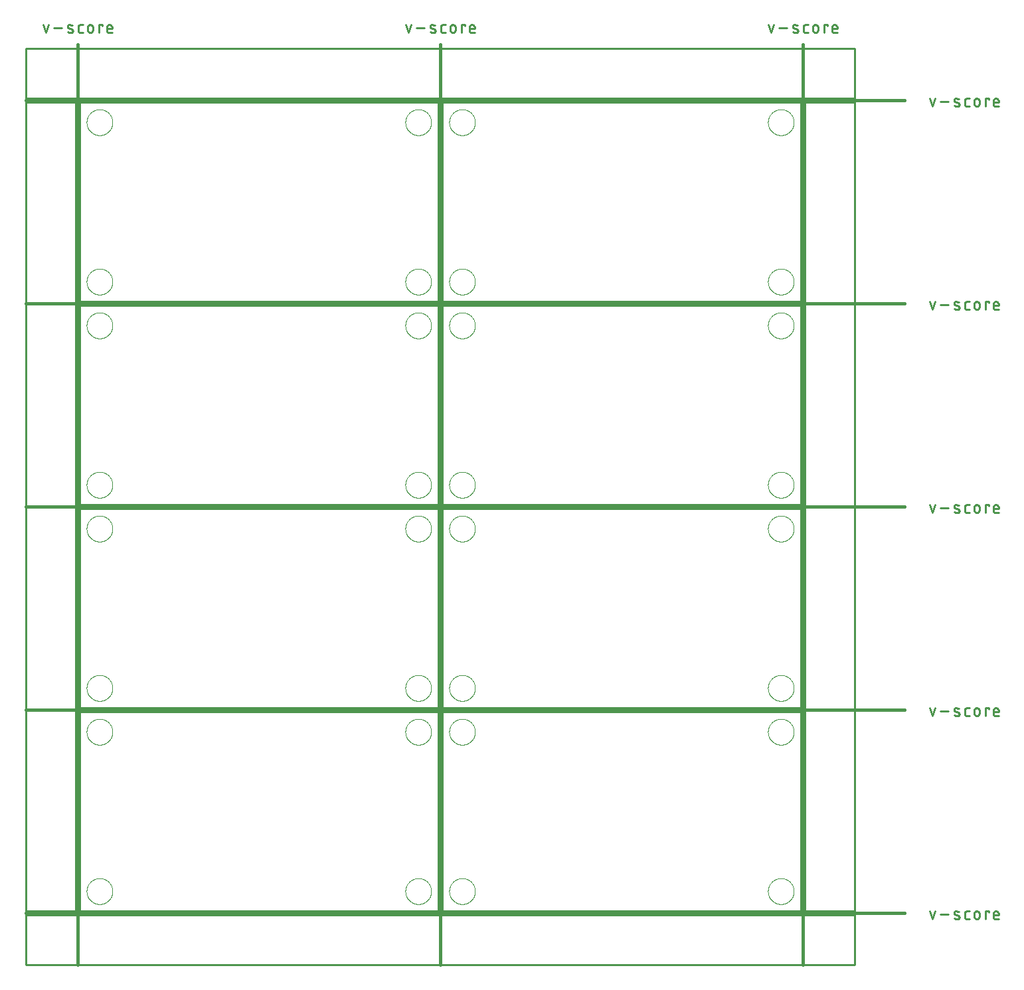
<source format=gko>
G04 EAGLE Gerber RS-274X export*
G75*
%MOMM*%
%FSLAX34Y34*%
%LPD*%
%IN*%
%IPPOS*%
%AMOC8*
5,1,8,0,0,1.08239X$1,22.5*%
G01*
%ADD10C,0.254000*%
%ADD11C,0.381000*%
%ADD12C,0.279400*%
%ADD13C,0.000000*%


D10*
X0Y0D02*
X457200Y0D01*
X457200Y254000D02*
X0Y254000D01*
X457200Y254000D02*
X457200Y0D01*
X0Y0D02*
X0Y254000D01*
X462280Y0D02*
X919480Y0D01*
X919480Y254000D02*
X462280Y254000D01*
X919480Y254000D02*
X919480Y0D01*
X462280Y0D02*
X462280Y254000D01*
X457200Y259080D02*
X0Y259080D01*
X0Y513080D02*
X457200Y513080D01*
X457200Y259080D01*
X0Y259080D02*
X0Y513080D01*
X462280Y259080D02*
X919480Y259080D01*
X919480Y513080D02*
X462280Y513080D01*
X919480Y513080D02*
X919480Y259080D01*
X462280Y259080D02*
X462280Y513080D01*
X457200Y518160D02*
X0Y518160D01*
X0Y772160D02*
X457200Y772160D01*
X457200Y518160D01*
X0Y518160D02*
X0Y772160D01*
X462280Y518160D02*
X919480Y518160D01*
X919480Y772160D02*
X462280Y772160D01*
X919480Y772160D02*
X919480Y518160D01*
X462280Y518160D02*
X462280Y772160D01*
X457200Y777240D02*
X0Y777240D01*
X0Y1031240D02*
X457200Y1031240D01*
X457200Y777240D01*
X0Y777240D02*
X0Y1031240D01*
X462280Y777240D02*
X919480Y777240D01*
X919480Y1031240D02*
X462280Y1031240D01*
X919480Y1031240D02*
X919480Y777240D01*
X462280Y777240D02*
X462280Y1031240D01*
D11*
X-2540Y1104900D02*
X-2540Y-68580D01*
D12*
X-42921Y1120267D02*
X-46251Y1130258D01*
X-39590Y1130258D02*
X-42921Y1120267D01*
X-32806Y1126095D02*
X-22815Y1126095D01*
X-14261Y1126095D02*
X-10098Y1124430D01*
X-14261Y1126094D02*
X-14346Y1126130D01*
X-14429Y1126170D01*
X-14510Y1126213D01*
X-14590Y1126260D01*
X-14667Y1126310D01*
X-14743Y1126363D01*
X-14816Y1126419D01*
X-14886Y1126479D01*
X-14954Y1126541D01*
X-15019Y1126606D01*
X-15081Y1126674D01*
X-15141Y1126745D01*
X-15197Y1126818D01*
X-15250Y1126893D01*
X-15300Y1126971D01*
X-15346Y1127050D01*
X-15389Y1127132D01*
X-15429Y1127215D01*
X-15465Y1127300D01*
X-15497Y1127386D01*
X-15526Y1127474D01*
X-15550Y1127563D01*
X-15571Y1127653D01*
X-15588Y1127743D01*
X-15602Y1127834D01*
X-15611Y1127926D01*
X-15616Y1128018D01*
X-15618Y1128110D01*
X-15616Y1128202D01*
X-15609Y1128294D01*
X-15599Y1128386D01*
X-15585Y1128477D01*
X-15567Y1128568D01*
X-15545Y1128657D01*
X-15519Y1128746D01*
X-15489Y1128833D01*
X-15456Y1128919D01*
X-15419Y1129003D01*
X-15379Y1129086D01*
X-15335Y1129167D01*
X-15288Y1129246D01*
X-15237Y1129323D01*
X-15183Y1129398D01*
X-15126Y1129471D01*
X-15066Y1129541D01*
X-15003Y1129608D01*
X-14937Y1129672D01*
X-14869Y1129734D01*
X-14798Y1129793D01*
X-14724Y1129848D01*
X-14648Y1129901D01*
X-14570Y1129950D01*
X-14490Y1129996D01*
X-14409Y1130038D01*
X-14325Y1130077D01*
X-14240Y1130112D01*
X-14153Y1130143D01*
X-14065Y1130171D01*
X-13976Y1130195D01*
X-13886Y1130215D01*
X-13796Y1130232D01*
X-13704Y1130244D01*
X-13612Y1130253D01*
X-13520Y1130257D01*
X-13428Y1130258D01*
X-13201Y1130252D01*
X-12974Y1130241D01*
X-12747Y1130224D01*
X-12521Y1130201D01*
X-12295Y1130174D01*
X-12070Y1130140D01*
X-11846Y1130102D01*
X-11623Y1130058D01*
X-11401Y1130009D01*
X-11180Y1129954D01*
X-10961Y1129894D01*
X-10743Y1129829D01*
X-10527Y1129758D01*
X-10313Y1129683D01*
X-10100Y1129602D01*
X-9890Y1129516D01*
X-9681Y1129425D01*
X-10098Y1124430D02*
X-10013Y1124394D01*
X-9930Y1124354D01*
X-9849Y1124311D01*
X-9769Y1124264D01*
X-9692Y1124214D01*
X-9616Y1124161D01*
X-9543Y1124105D01*
X-9473Y1124045D01*
X-9405Y1123983D01*
X-9340Y1123918D01*
X-9278Y1123850D01*
X-9218Y1123779D01*
X-9162Y1123706D01*
X-9109Y1123631D01*
X-9059Y1123553D01*
X-9013Y1123474D01*
X-8970Y1123392D01*
X-8930Y1123309D01*
X-8894Y1123224D01*
X-8862Y1123138D01*
X-8833Y1123050D01*
X-8809Y1122961D01*
X-8788Y1122871D01*
X-8771Y1122781D01*
X-8757Y1122690D01*
X-8748Y1122598D01*
X-8743Y1122506D01*
X-8741Y1122414D01*
X-8743Y1122322D01*
X-8750Y1122230D01*
X-8760Y1122138D01*
X-8774Y1122047D01*
X-8792Y1121956D01*
X-8814Y1121867D01*
X-8840Y1121778D01*
X-8870Y1121691D01*
X-8903Y1121605D01*
X-8940Y1121521D01*
X-8980Y1121438D01*
X-9024Y1121357D01*
X-9071Y1121278D01*
X-9122Y1121201D01*
X-9176Y1121126D01*
X-9233Y1121053D01*
X-9293Y1120983D01*
X-9356Y1120916D01*
X-9422Y1120852D01*
X-9490Y1120790D01*
X-9561Y1120731D01*
X-9635Y1120676D01*
X-9711Y1120623D01*
X-9789Y1120574D01*
X-9869Y1120528D01*
X-9950Y1120486D01*
X-10034Y1120447D01*
X-10119Y1120412D01*
X-10206Y1120381D01*
X-10294Y1120353D01*
X-10383Y1120329D01*
X-10473Y1120309D01*
X-10563Y1120292D01*
X-10655Y1120280D01*
X-10747Y1120271D01*
X-10839Y1120267D01*
X-10931Y1120266D01*
X-10931Y1120267D02*
X-11265Y1120276D01*
X-11598Y1120293D01*
X-11931Y1120317D01*
X-12264Y1120350D01*
X-12595Y1120390D01*
X-12926Y1120438D01*
X-13255Y1120494D01*
X-13583Y1120557D01*
X-13909Y1120629D01*
X-14233Y1120708D01*
X-14556Y1120794D01*
X-14876Y1120889D01*
X-15194Y1120991D01*
X-15510Y1121100D01*
X562Y1120267D02*
X3892Y1120267D01*
X562Y1120267D02*
X464Y1120269D01*
X366Y1120275D01*
X268Y1120284D01*
X171Y1120298D01*
X75Y1120315D01*
X-21Y1120336D01*
X-116Y1120361D01*
X-210Y1120389D01*
X-303Y1120421D01*
X-394Y1120457D01*
X-484Y1120496D01*
X-572Y1120539D01*
X-659Y1120586D01*
X-743Y1120635D01*
X-826Y1120688D01*
X-906Y1120744D01*
X-985Y1120803D01*
X-1060Y1120866D01*
X-1134Y1120931D01*
X-1204Y1120999D01*
X-1272Y1121069D01*
X-1338Y1121143D01*
X-1400Y1121219D01*
X-1459Y1121297D01*
X-1515Y1121377D01*
X-1568Y1121460D01*
X-1618Y1121544D01*
X-1664Y1121631D01*
X-1707Y1121719D01*
X-1746Y1121809D01*
X-1782Y1121900D01*
X-1814Y1121993D01*
X-1842Y1122087D01*
X-1867Y1122182D01*
X-1888Y1122278D01*
X-1905Y1122374D01*
X-1919Y1122471D01*
X-1928Y1122569D01*
X-1934Y1122667D01*
X-1936Y1122765D01*
X-1936Y1127760D01*
X-1934Y1127858D01*
X-1928Y1127956D01*
X-1919Y1128054D01*
X-1905Y1128151D01*
X-1888Y1128247D01*
X-1867Y1128343D01*
X-1842Y1128438D01*
X-1814Y1128532D01*
X-1782Y1128625D01*
X-1746Y1128716D01*
X-1707Y1128806D01*
X-1664Y1128894D01*
X-1617Y1128981D01*
X-1568Y1129065D01*
X-1515Y1129148D01*
X-1459Y1129228D01*
X-1400Y1129306D01*
X-1337Y1129382D01*
X-1272Y1129456D01*
X-1204Y1129526D01*
X-1134Y1129594D01*
X-1060Y1129659D01*
X-984Y1129722D01*
X-906Y1129781D01*
X-826Y1129837D01*
X-743Y1129890D01*
X-659Y1129939D01*
X-572Y1129986D01*
X-484Y1130029D01*
X-394Y1130068D01*
X-303Y1130104D01*
X-210Y1130136D01*
X-116Y1130164D01*
X-21Y1130189D01*
X75Y1130210D01*
X171Y1130227D01*
X268Y1130241D01*
X366Y1130250D01*
X464Y1130256D01*
X562Y1130258D01*
X3892Y1130258D01*
X10022Y1126927D02*
X10022Y1123597D01*
X10022Y1126927D02*
X10024Y1127041D01*
X10030Y1127154D01*
X10039Y1127268D01*
X10053Y1127380D01*
X10070Y1127493D01*
X10092Y1127605D01*
X10117Y1127715D01*
X10145Y1127825D01*
X10178Y1127934D01*
X10214Y1128042D01*
X10254Y1128149D01*
X10298Y1128254D01*
X10345Y1128357D01*
X10395Y1128459D01*
X10449Y1128559D01*
X10507Y1128657D01*
X10568Y1128753D01*
X10631Y1128847D01*
X10699Y1128939D01*
X10769Y1129029D01*
X10842Y1129115D01*
X10918Y1129200D01*
X10997Y1129282D01*
X11079Y1129361D01*
X11164Y1129437D01*
X11250Y1129510D01*
X11340Y1129580D01*
X11432Y1129648D01*
X11526Y1129711D01*
X11622Y1129772D01*
X11720Y1129830D01*
X11820Y1129884D01*
X11922Y1129934D01*
X12025Y1129981D01*
X12130Y1130025D01*
X12237Y1130065D01*
X12345Y1130101D01*
X12454Y1130134D01*
X12564Y1130162D01*
X12674Y1130187D01*
X12786Y1130209D01*
X12899Y1130226D01*
X13011Y1130240D01*
X13125Y1130249D01*
X13238Y1130255D01*
X13352Y1130257D01*
X13466Y1130255D01*
X13579Y1130249D01*
X13693Y1130240D01*
X13805Y1130226D01*
X13918Y1130209D01*
X14030Y1130187D01*
X14140Y1130162D01*
X14250Y1130134D01*
X14359Y1130101D01*
X14467Y1130065D01*
X14574Y1130025D01*
X14679Y1129981D01*
X14782Y1129934D01*
X14884Y1129884D01*
X14984Y1129830D01*
X15082Y1129772D01*
X15178Y1129711D01*
X15272Y1129648D01*
X15364Y1129580D01*
X15454Y1129510D01*
X15540Y1129437D01*
X15625Y1129361D01*
X15707Y1129282D01*
X15786Y1129200D01*
X15862Y1129115D01*
X15935Y1129029D01*
X16005Y1128939D01*
X16073Y1128847D01*
X16136Y1128753D01*
X16197Y1128657D01*
X16255Y1128559D01*
X16309Y1128459D01*
X16359Y1128357D01*
X16406Y1128254D01*
X16450Y1128149D01*
X16490Y1128042D01*
X16526Y1127934D01*
X16559Y1127825D01*
X16587Y1127715D01*
X16612Y1127605D01*
X16634Y1127493D01*
X16651Y1127380D01*
X16665Y1127268D01*
X16674Y1127154D01*
X16680Y1127041D01*
X16682Y1126927D01*
X16682Y1123597D01*
X16680Y1123483D01*
X16674Y1123370D01*
X16665Y1123256D01*
X16651Y1123144D01*
X16634Y1123031D01*
X16612Y1122919D01*
X16587Y1122809D01*
X16559Y1122699D01*
X16526Y1122590D01*
X16490Y1122482D01*
X16450Y1122375D01*
X16406Y1122270D01*
X16359Y1122167D01*
X16309Y1122065D01*
X16255Y1121965D01*
X16197Y1121867D01*
X16136Y1121771D01*
X16073Y1121677D01*
X16005Y1121585D01*
X15935Y1121495D01*
X15862Y1121409D01*
X15786Y1121324D01*
X15707Y1121242D01*
X15625Y1121163D01*
X15540Y1121087D01*
X15454Y1121014D01*
X15364Y1120944D01*
X15272Y1120876D01*
X15178Y1120813D01*
X15082Y1120752D01*
X14984Y1120694D01*
X14884Y1120640D01*
X14782Y1120590D01*
X14679Y1120543D01*
X14574Y1120499D01*
X14467Y1120459D01*
X14359Y1120423D01*
X14250Y1120390D01*
X14140Y1120362D01*
X14030Y1120337D01*
X13918Y1120315D01*
X13805Y1120298D01*
X13693Y1120284D01*
X13579Y1120275D01*
X13466Y1120269D01*
X13352Y1120267D01*
X13238Y1120269D01*
X13125Y1120275D01*
X13011Y1120284D01*
X12899Y1120298D01*
X12786Y1120315D01*
X12674Y1120337D01*
X12564Y1120362D01*
X12454Y1120390D01*
X12345Y1120423D01*
X12237Y1120459D01*
X12130Y1120499D01*
X12025Y1120543D01*
X11922Y1120590D01*
X11820Y1120640D01*
X11720Y1120694D01*
X11622Y1120752D01*
X11526Y1120813D01*
X11432Y1120876D01*
X11340Y1120944D01*
X11250Y1121014D01*
X11164Y1121087D01*
X11079Y1121163D01*
X10997Y1121242D01*
X10918Y1121324D01*
X10842Y1121409D01*
X10769Y1121495D01*
X10699Y1121585D01*
X10631Y1121677D01*
X10568Y1121771D01*
X10507Y1121867D01*
X10449Y1121965D01*
X10395Y1122065D01*
X10345Y1122167D01*
X10298Y1122270D01*
X10254Y1122375D01*
X10214Y1122482D01*
X10178Y1122590D01*
X10145Y1122699D01*
X10117Y1122809D01*
X10092Y1122919D01*
X10070Y1123031D01*
X10053Y1123144D01*
X10039Y1123256D01*
X10030Y1123370D01*
X10024Y1123483D01*
X10022Y1123597D01*
X24218Y1120267D02*
X24218Y1130258D01*
X29213Y1130258D01*
X29213Y1128593D01*
X37008Y1120267D02*
X41171Y1120267D01*
X37008Y1120267D02*
X36910Y1120269D01*
X36812Y1120275D01*
X36714Y1120284D01*
X36617Y1120298D01*
X36521Y1120315D01*
X36425Y1120336D01*
X36330Y1120361D01*
X36236Y1120389D01*
X36143Y1120421D01*
X36052Y1120457D01*
X35962Y1120496D01*
X35874Y1120539D01*
X35787Y1120586D01*
X35703Y1120635D01*
X35620Y1120688D01*
X35540Y1120744D01*
X35462Y1120803D01*
X35386Y1120866D01*
X35312Y1120931D01*
X35242Y1120999D01*
X35174Y1121069D01*
X35109Y1121143D01*
X35046Y1121219D01*
X34987Y1121297D01*
X34931Y1121377D01*
X34878Y1121460D01*
X34829Y1121544D01*
X34782Y1121631D01*
X34739Y1121719D01*
X34700Y1121809D01*
X34664Y1121900D01*
X34632Y1121993D01*
X34604Y1122087D01*
X34579Y1122182D01*
X34558Y1122278D01*
X34541Y1122374D01*
X34527Y1122471D01*
X34518Y1122569D01*
X34512Y1122667D01*
X34510Y1122765D01*
X34510Y1126927D01*
X34511Y1126927D02*
X34513Y1127041D01*
X34519Y1127154D01*
X34528Y1127268D01*
X34542Y1127380D01*
X34559Y1127493D01*
X34581Y1127605D01*
X34606Y1127715D01*
X34634Y1127825D01*
X34667Y1127934D01*
X34703Y1128042D01*
X34743Y1128149D01*
X34787Y1128254D01*
X34834Y1128357D01*
X34884Y1128459D01*
X34938Y1128559D01*
X34996Y1128657D01*
X35057Y1128753D01*
X35120Y1128847D01*
X35188Y1128939D01*
X35258Y1129029D01*
X35331Y1129115D01*
X35407Y1129200D01*
X35486Y1129282D01*
X35568Y1129361D01*
X35653Y1129437D01*
X35739Y1129510D01*
X35829Y1129580D01*
X35921Y1129648D01*
X36015Y1129711D01*
X36111Y1129772D01*
X36209Y1129830D01*
X36309Y1129884D01*
X36411Y1129934D01*
X36514Y1129981D01*
X36619Y1130025D01*
X36726Y1130065D01*
X36834Y1130101D01*
X36943Y1130134D01*
X37053Y1130162D01*
X37163Y1130187D01*
X37275Y1130209D01*
X37388Y1130226D01*
X37500Y1130240D01*
X37614Y1130249D01*
X37727Y1130255D01*
X37841Y1130257D01*
X37955Y1130255D01*
X38068Y1130249D01*
X38182Y1130240D01*
X38294Y1130226D01*
X38407Y1130209D01*
X38519Y1130187D01*
X38629Y1130162D01*
X38739Y1130134D01*
X38848Y1130101D01*
X38956Y1130065D01*
X39063Y1130025D01*
X39168Y1129981D01*
X39271Y1129934D01*
X39373Y1129884D01*
X39473Y1129830D01*
X39571Y1129772D01*
X39667Y1129711D01*
X39761Y1129648D01*
X39853Y1129580D01*
X39943Y1129510D01*
X40029Y1129437D01*
X40114Y1129361D01*
X40196Y1129282D01*
X40275Y1129200D01*
X40351Y1129115D01*
X40424Y1129029D01*
X40494Y1128939D01*
X40562Y1128847D01*
X40625Y1128753D01*
X40686Y1128657D01*
X40744Y1128559D01*
X40798Y1128459D01*
X40848Y1128357D01*
X40895Y1128254D01*
X40939Y1128149D01*
X40979Y1128042D01*
X41015Y1127934D01*
X41048Y1127825D01*
X41076Y1127715D01*
X41101Y1127605D01*
X41123Y1127493D01*
X41140Y1127380D01*
X41154Y1127268D01*
X41163Y1127154D01*
X41169Y1127041D01*
X41171Y1126927D01*
X41171Y1125262D01*
X34510Y1125262D01*
D11*
X459740Y1104900D02*
X459740Y-68580D01*
D12*
X419359Y1120267D02*
X416029Y1130258D01*
X422690Y1130258D02*
X419359Y1120267D01*
X429474Y1126095D02*
X439465Y1126095D01*
X448019Y1126095D02*
X452182Y1124430D01*
X448019Y1126094D02*
X447934Y1126130D01*
X447851Y1126170D01*
X447770Y1126213D01*
X447690Y1126260D01*
X447613Y1126310D01*
X447537Y1126363D01*
X447464Y1126419D01*
X447394Y1126479D01*
X447326Y1126541D01*
X447261Y1126606D01*
X447199Y1126674D01*
X447139Y1126745D01*
X447083Y1126818D01*
X447030Y1126893D01*
X446980Y1126971D01*
X446934Y1127050D01*
X446891Y1127132D01*
X446851Y1127215D01*
X446815Y1127300D01*
X446783Y1127386D01*
X446754Y1127474D01*
X446730Y1127563D01*
X446709Y1127653D01*
X446692Y1127743D01*
X446678Y1127834D01*
X446669Y1127926D01*
X446664Y1128018D01*
X446662Y1128110D01*
X446664Y1128202D01*
X446671Y1128294D01*
X446681Y1128386D01*
X446695Y1128477D01*
X446713Y1128568D01*
X446735Y1128657D01*
X446761Y1128746D01*
X446791Y1128833D01*
X446824Y1128919D01*
X446861Y1129003D01*
X446901Y1129086D01*
X446945Y1129167D01*
X446992Y1129246D01*
X447043Y1129323D01*
X447097Y1129398D01*
X447154Y1129471D01*
X447214Y1129541D01*
X447277Y1129608D01*
X447343Y1129672D01*
X447411Y1129734D01*
X447482Y1129793D01*
X447556Y1129848D01*
X447632Y1129901D01*
X447710Y1129950D01*
X447790Y1129996D01*
X447871Y1130038D01*
X447955Y1130077D01*
X448040Y1130112D01*
X448127Y1130143D01*
X448215Y1130171D01*
X448304Y1130195D01*
X448394Y1130215D01*
X448484Y1130232D01*
X448576Y1130244D01*
X448668Y1130253D01*
X448760Y1130257D01*
X448852Y1130258D01*
X449079Y1130252D01*
X449306Y1130241D01*
X449533Y1130224D01*
X449759Y1130201D01*
X449985Y1130174D01*
X450210Y1130140D01*
X450434Y1130102D01*
X450657Y1130058D01*
X450879Y1130009D01*
X451100Y1129954D01*
X451319Y1129894D01*
X451537Y1129829D01*
X451753Y1129758D01*
X451967Y1129683D01*
X452180Y1129602D01*
X452390Y1129516D01*
X452599Y1129425D01*
X452182Y1124430D02*
X452267Y1124394D01*
X452350Y1124354D01*
X452431Y1124311D01*
X452511Y1124264D01*
X452588Y1124214D01*
X452664Y1124161D01*
X452737Y1124105D01*
X452807Y1124045D01*
X452875Y1123983D01*
X452940Y1123918D01*
X453002Y1123850D01*
X453062Y1123779D01*
X453118Y1123706D01*
X453171Y1123631D01*
X453221Y1123553D01*
X453267Y1123474D01*
X453310Y1123392D01*
X453350Y1123309D01*
X453386Y1123224D01*
X453418Y1123138D01*
X453447Y1123050D01*
X453471Y1122961D01*
X453492Y1122871D01*
X453509Y1122781D01*
X453523Y1122690D01*
X453532Y1122598D01*
X453537Y1122506D01*
X453539Y1122414D01*
X453537Y1122322D01*
X453530Y1122230D01*
X453520Y1122138D01*
X453506Y1122047D01*
X453488Y1121956D01*
X453466Y1121867D01*
X453440Y1121778D01*
X453410Y1121691D01*
X453377Y1121605D01*
X453340Y1121521D01*
X453300Y1121438D01*
X453256Y1121357D01*
X453209Y1121278D01*
X453158Y1121201D01*
X453104Y1121126D01*
X453047Y1121053D01*
X452987Y1120983D01*
X452924Y1120916D01*
X452858Y1120852D01*
X452790Y1120790D01*
X452719Y1120731D01*
X452645Y1120676D01*
X452569Y1120623D01*
X452491Y1120574D01*
X452411Y1120528D01*
X452330Y1120486D01*
X452246Y1120447D01*
X452161Y1120412D01*
X452074Y1120381D01*
X451986Y1120353D01*
X451897Y1120329D01*
X451807Y1120309D01*
X451717Y1120292D01*
X451625Y1120280D01*
X451533Y1120271D01*
X451441Y1120267D01*
X451349Y1120266D01*
X451349Y1120267D02*
X451015Y1120276D01*
X450682Y1120293D01*
X450349Y1120317D01*
X450016Y1120350D01*
X449685Y1120390D01*
X449354Y1120438D01*
X449025Y1120494D01*
X448697Y1120557D01*
X448371Y1120629D01*
X448047Y1120708D01*
X447724Y1120794D01*
X447404Y1120889D01*
X447086Y1120991D01*
X446770Y1121100D01*
X462842Y1120267D02*
X466172Y1120267D01*
X462842Y1120267D02*
X462744Y1120269D01*
X462646Y1120275D01*
X462548Y1120284D01*
X462451Y1120298D01*
X462355Y1120315D01*
X462259Y1120336D01*
X462164Y1120361D01*
X462070Y1120389D01*
X461977Y1120421D01*
X461886Y1120457D01*
X461796Y1120496D01*
X461708Y1120539D01*
X461621Y1120586D01*
X461537Y1120635D01*
X461454Y1120688D01*
X461374Y1120744D01*
X461296Y1120803D01*
X461220Y1120866D01*
X461146Y1120931D01*
X461076Y1120999D01*
X461008Y1121069D01*
X460943Y1121143D01*
X460880Y1121219D01*
X460821Y1121297D01*
X460765Y1121377D01*
X460712Y1121460D01*
X460663Y1121544D01*
X460616Y1121631D01*
X460573Y1121719D01*
X460534Y1121809D01*
X460498Y1121900D01*
X460466Y1121993D01*
X460438Y1122087D01*
X460413Y1122182D01*
X460392Y1122278D01*
X460375Y1122374D01*
X460361Y1122471D01*
X460352Y1122569D01*
X460346Y1122667D01*
X460344Y1122765D01*
X460344Y1127760D01*
X460346Y1127858D01*
X460352Y1127956D01*
X460361Y1128054D01*
X460375Y1128151D01*
X460392Y1128247D01*
X460413Y1128343D01*
X460438Y1128438D01*
X460466Y1128532D01*
X460498Y1128625D01*
X460534Y1128716D01*
X460573Y1128806D01*
X460616Y1128894D01*
X460663Y1128981D01*
X460712Y1129065D01*
X460765Y1129148D01*
X460821Y1129228D01*
X460880Y1129307D01*
X460943Y1129382D01*
X461008Y1129456D01*
X461076Y1129526D01*
X461146Y1129594D01*
X461220Y1129660D01*
X461296Y1129722D01*
X461374Y1129781D01*
X461454Y1129837D01*
X461537Y1129890D01*
X461621Y1129940D01*
X461708Y1129986D01*
X461796Y1130029D01*
X461886Y1130068D01*
X461977Y1130104D01*
X462070Y1130136D01*
X462164Y1130164D01*
X462259Y1130189D01*
X462355Y1130210D01*
X462451Y1130227D01*
X462548Y1130241D01*
X462646Y1130250D01*
X462744Y1130256D01*
X462842Y1130258D01*
X466172Y1130258D01*
X472302Y1126927D02*
X472302Y1123597D01*
X472302Y1126927D02*
X472304Y1127041D01*
X472310Y1127154D01*
X472319Y1127268D01*
X472333Y1127380D01*
X472350Y1127493D01*
X472372Y1127605D01*
X472397Y1127715D01*
X472425Y1127825D01*
X472458Y1127934D01*
X472494Y1128042D01*
X472534Y1128149D01*
X472578Y1128254D01*
X472625Y1128357D01*
X472675Y1128459D01*
X472729Y1128559D01*
X472787Y1128657D01*
X472848Y1128753D01*
X472911Y1128847D01*
X472979Y1128939D01*
X473049Y1129029D01*
X473122Y1129115D01*
X473198Y1129200D01*
X473277Y1129282D01*
X473359Y1129361D01*
X473444Y1129437D01*
X473530Y1129510D01*
X473620Y1129580D01*
X473712Y1129648D01*
X473806Y1129711D01*
X473902Y1129772D01*
X474000Y1129830D01*
X474100Y1129884D01*
X474202Y1129934D01*
X474305Y1129981D01*
X474410Y1130025D01*
X474517Y1130065D01*
X474625Y1130101D01*
X474734Y1130134D01*
X474844Y1130162D01*
X474954Y1130187D01*
X475066Y1130209D01*
X475179Y1130226D01*
X475291Y1130240D01*
X475405Y1130249D01*
X475518Y1130255D01*
X475632Y1130257D01*
X475746Y1130255D01*
X475859Y1130249D01*
X475973Y1130240D01*
X476085Y1130226D01*
X476198Y1130209D01*
X476310Y1130187D01*
X476420Y1130162D01*
X476530Y1130134D01*
X476639Y1130101D01*
X476747Y1130065D01*
X476854Y1130025D01*
X476959Y1129981D01*
X477062Y1129934D01*
X477164Y1129884D01*
X477264Y1129830D01*
X477362Y1129772D01*
X477458Y1129711D01*
X477552Y1129648D01*
X477644Y1129580D01*
X477734Y1129510D01*
X477820Y1129437D01*
X477905Y1129361D01*
X477987Y1129282D01*
X478066Y1129200D01*
X478142Y1129115D01*
X478215Y1129029D01*
X478285Y1128939D01*
X478353Y1128847D01*
X478416Y1128753D01*
X478477Y1128657D01*
X478535Y1128559D01*
X478589Y1128459D01*
X478639Y1128357D01*
X478686Y1128254D01*
X478730Y1128149D01*
X478770Y1128042D01*
X478806Y1127934D01*
X478839Y1127825D01*
X478867Y1127715D01*
X478892Y1127605D01*
X478914Y1127493D01*
X478931Y1127380D01*
X478945Y1127268D01*
X478954Y1127154D01*
X478960Y1127041D01*
X478962Y1126927D01*
X478962Y1123597D01*
X478960Y1123483D01*
X478954Y1123370D01*
X478945Y1123256D01*
X478931Y1123144D01*
X478914Y1123031D01*
X478892Y1122919D01*
X478867Y1122809D01*
X478839Y1122699D01*
X478806Y1122590D01*
X478770Y1122482D01*
X478730Y1122375D01*
X478686Y1122270D01*
X478639Y1122167D01*
X478589Y1122065D01*
X478535Y1121965D01*
X478477Y1121867D01*
X478416Y1121771D01*
X478353Y1121677D01*
X478285Y1121585D01*
X478215Y1121495D01*
X478142Y1121409D01*
X478066Y1121324D01*
X477987Y1121242D01*
X477905Y1121163D01*
X477820Y1121087D01*
X477734Y1121014D01*
X477644Y1120944D01*
X477552Y1120876D01*
X477458Y1120813D01*
X477362Y1120752D01*
X477264Y1120694D01*
X477164Y1120640D01*
X477062Y1120590D01*
X476959Y1120543D01*
X476854Y1120499D01*
X476747Y1120459D01*
X476639Y1120423D01*
X476530Y1120390D01*
X476420Y1120362D01*
X476310Y1120337D01*
X476198Y1120315D01*
X476085Y1120298D01*
X475973Y1120284D01*
X475859Y1120275D01*
X475746Y1120269D01*
X475632Y1120267D01*
X475518Y1120269D01*
X475405Y1120275D01*
X475291Y1120284D01*
X475179Y1120298D01*
X475066Y1120315D01*
X474954Y1120337D01*
X474844Y1120362D01*
X474734Y1120390D01*
X474625Y1120423D01*
X474517Y1120459D01*
X474410Y1120499D01*
X474305Y1120543D01*
X474202Y1120590D01*
X474100Y1120640D01*
X474000Y1120694D01*
X473902Y1120752D01*
X473806Y1120813D01*
X473712Y1120876D01*
X473620Y1120944D01*
X473530Y1121014D01*
X473444Y1121087D01*
X473359Y1121163D01*
X473277Y1121242D01*
X473198Y1121324D01*
X473122Y1121409D01*
X473049Y1121495D01*
X472979Y1121585D01*
X472911Y1121677D01*
X472848Y1121771D01*
X472787Y1121867D01*
X472729Y1121965D01*
X472675Y1122065D01*
X472625Y1122167D01*
X472578Y1122270D01*
X472534Y1122375D01*
X472494Y1122482D01*
X472458Y1122590D01*
X472425Y1122699D01*
X472397Y1122809D01*
X472372Y1122919D01*
X472350Y1123031D01*
X472333Y1123144D01*
X472319Y1123256D01*
X472310Y1123370D01*
X472304Y1123483D01*
X472302Y1123597D01*
X486498Y1120267D02*
X486498Y1130258D01*
X491493Y1130258D01*
X491493Y1128593D01*
X499288Y1120267D02*
X503451Y1120267D01*
X499288Y1120267D02*
X499190Y1120269D01*
X499092Y1120275D01*
X498994Y1120284D01*
X498897Y1120298D01*
X498801Y1120315D01*
X498705Y1120336D01*
X498610Y1120361D01*
X498516Y1120389D01*
X498423Y1120421D01*
X498332Y1120457D01*
X498242Y1120496D01*
X498154Y1120539D01*
X498067Y1120586D01*
X497983Y1120635D01*
X497900Y1120688D01*
X497820Y1120744D01*
X497742Y1120803D01*
X497666Y1120866D01*
X497592Y1120931D01*
X497522Y1120999D01*
X497454Y1121069D01*
X497389Y1121143D01*
X497326Y1121219D01*
X497267Y1121297D01*
X497211Y1121377D01*
X497158Y1121460D01*
X497109Y1121544D01*
X497062Y1121631D01*
X497019Y1121719D01*
X496980Y1121809D01*
X496944Y1121900D01*
X496912Y1121993D01*
X496884Y1122087D01*
X496859Y1122182D01*
X496838Y1122278D01*
X496821Y1122374D01*
X496807Y1122471D01*
X496798Y1122569D01*
X496792Y1122667D01*
X496790Y1122765D01*
X496790Y1126927D01*
X496791Y1126927D02*
X496793Y1127041D01*
X496799Y1127154D01*
X496808Y1127268D01*
X496822Y1127380D01*
X496839Y1127493D01*
X496861Y1127605D01*
X496886Y1127715D01*
X496914Y1127825D01*
X496947Y1127934D01*
X496983Y1128042D01*
X497023Y1128149D01*
X497067Y1128254D01*
X497114Y1128357D01*
X497164Y1128459D01*
X497218Y1128559D01*
X497276Y1128657D01*
X497337Y1128753D01*
X497400Y1128847D01*
X497468Y1128939D01*
X497538Y1129029D01*
X497611Y1129115D01*
X497687Y1129200D01*
X497766Y1129282D01*
X497848Y1129361D01*
X497933Y1129437D01*
X498019Y1129510D01*
X498109Y1129580D01*
X498201Y1129648D01*
X498295Y1129711D01*
X498391Y1129772D01*
X498489Y1129830D01*
X498589Y1129884D01*
X498691Y1129934D01*
X498794Y1129981D01*
X498899Y1130025D01*
X499006Y1130065D01*
X499114Y1130101D01*
X499223Y1130134D01*
X499333Y1130162D01*
X499443Y1130187D01*
X499555Y1130209D01*
X499668Y1130226D01*
X499780Y1130240D01*
X499894Y1130249D01*
X500007Y1130255D01*
X500121Y1130257D01*
X500235Y1130255D01*
X500348Y1130249D01*
X500462Y1130240D01*
X500574Y1130226D01*
X500687Y1130209D01*
X500799Y1130187D01*
X500909Y1130162D01*
X501019Y1130134D01*
X501128Y1130101D01*
X501236Y1130065D01*
X501343Y1130025D01*
X501448Y1129981D01*
X501551Y1129934D01*
X501653Y1129884D01*
X501753Y1129830D01*
X501851Y1129772D01*
X501947Y1129711D01*
X502041Y1129648D01*
X502133Y1129580D01*
X502223Y1129510D01*
X502309Y1129437D01*
X502394Y1129361D01*
X502476Y1129282D01*
X502555Y1129200D01*
X502631Y1129115D01*
X502704Y1129029D01*
X502774Y1128939D01*
X502842Y1128847D01*
X502905Y1128753D01*
X502966Y1128657D01*
X503024Y1128559D01*
X503078Y1128459D01*
X503128Y1128357D01*
X503175Y1128254D01*
X503219Y1128149D01*
X503259Y1128042D01*
X503295Y1127934D01*
X503328Y1127825D01*
X503356Y1127715D01*
X503381Y1127605D01*
X503403Y1127493D01*
X503420Y1127380D01*
X503434Y1127268D01*
X503443Y1127154D01*
X503449Y1127041D01*
X503451Y1126927D01*
X503451Y1125262D01*
X496790Y1125262D01*
D11*
X922020Y1104900D02*
X922020Y-68580D01*
D12*
X881639Y1120267D02*
X878309Y1130258D01*
X884970Y1130258D02*
X881639Y1120267D01*
X891754Y1126095D02*
X901745Y1126095D01*
X910299Y1126095D02*
X914462Y1124430D01*
X910299Y1126094D02*
X910214Y1126130D01*
X910131Y1126170D01*
X910050Y1126213D01*
X909970Y1126260D01*
X909893Y1126310D01*
X909817Y1126363D01*
X909744Y1126419D01*
X909674Y1126479D01*
X909606Y1126541D01*
X909541Y1126606D01*
X909479Y1126674D01*
X909419Y1126745D01*
X909363Y1126818D01*
X909310Y1126893D01*
X909260Y1126971D01*
X909214Y1127050D01*
X909171Y1127132D01*
X909131Y1127215D01*
X909095Y1127300D01*
X909063Y1127386D01*
X909034Y1127474D01*
X909010Y1127563D01*
X908989Y1127653D01*
X908972Y1127743D01*
X908958Y1127834D01*
X908949Y1127926D01*
X908944Y1128018D01*
X908942Y1128110D01*
X908944Y1128202D01*
X908951Y1128294D01*
X908961Y1128386D01*
X908975Y1128477D01*
X908993Y1128568D01*
X909015Y1128657D01*
X909041Y1128746D01*
X909071Y1128833D01*
X909104Y1128919D01*
X909141Y1129003D01*
X909181Y1129086D01*
X909225Y1129167D01*
X909272Y1129246D01*
X909323Y1129323D01*
X909377Y1129398D01*
X909434Y1129471D01*
X909494Y1129541D01*
X909557Y1129608D01*
X909623Y1129672D01*
X909691Y1129734D01*
X909762Y1129793D01*
X909836Y1129848D01*
X909912Y1129901D01*
X909990Y1129950D01*
X910070Y1129996D01*
X910151Y1130038D01*
X910235Y1130077D01*
X910320Y1130112D01*
X910407Y1130143D01*
X910495Y1130171D01*
X910584Y1130195D01*
X910674Y1130215D01*
X910764Y1130232D01*
X910856Y1130244D01*
X910948Y1130253D01*
X911040Y1130257D01*
X911132Y1130258D01*
X911359Y1130252D01*
X911586Y1130241D01*
X911813Y1130224D01*
X912039Y1130201D01*
X912265Y1130174D01*
X912490Y1130140D01*
X912714Y1130102D01*
X912937Y1130058D01*
X913159Y1130009D01*
X913380Y1129954D01*
X913599Y1129894D01*
X913817Y1129829D01*
X914033Y1129758D01*
X914247Y1129683D01*
X914460Y1129602D01*
X914670Y1129516D01*
X914879Y1129425D01*
X914462Y1124430D02*
X914547Y1124394D01*
X914630Y1124354D01*
X914711Y1124311D01*
X914791Y1124264D01*
X914868Y1124214D01*
X914944Y1124161D01*
X915017Y1124105D01*
X915087Y1124045D01*
X915155Y1123983D01*
X915220Y1123918D01*
X915282Y1123850D01*
X915342Y1123779D01*
X915398Y1123706D01*
X915451Y1123631D01*
X915501Y1123553D01*
X915547Y1123474D01*
X915590Y1123392D01*
X915630Y1123309D01*
X915666Y1123224D01*
X915698Y1123138D01*
X915727Y1123050D01*
X915751Y1122961D01*
X915772Y1122871D01*
X915789Y1122781D01*
X915803Y1122690D01*
X915812Y1122598D01*
X915817Y1122506D01*
X915819Y1122414D01*
X915817Y1122322D01*
X915810Y1122230D01*
X915800Y1122138D01*
X915786Y1122047D01*
X915768Y1121956D01*
X915746Y1121867D01*
X915720Y1121778D01*
X915690Y1121691D01*
X915657Y1121605D01*
X915620Y1121521D01*
X915580Y1121438D01*
X915536Y1121357D01*
X915489Y1121278D01*
X915438Y1121201D01*
X915384Y1121126D01*
X915327Y1121053D01*
X915267Y1120983D01*
X915204Y1120916D01*
X915138Y1120852D01*
X915070Y1120790D01*
X914999Y1120731D01*
X914925Y1120676D01*
X914849Y1120623D01*
X914771Y1120574D01*
X914691Y1120528D01*
X914610Y1120486D01*
X914526Y1120447D01*
X914441Y1120412D01*
X914354Y1120381D01*
X914266Y1120353D01*
X914177Y1120329D01*
X914087Y1120309D01*
X913997Y1120292D01*
X913905Y1120280D01*
X913813Y1120271D01*
X913721Y1120267D01*
X913629Y1120266D01*
X913629Y1120267D02*
X913295Y1120276D01*
X912962Y1120293D01*
X912629Y1120317D01*
X912296Y1120350D01*
X911965Y1120390D01*
X911634Y1120438D01*
X911305Y1120494D01*
X910977Y1120557D01*
X910651Y1120629D01*
X910327Y1120708D01*
X910004Y1120794D01*
X909684Y1120889D01*
X909366Y1120991D01*
X909050Y1121100D01*
X925122Y1120267D02*
X928452Y1120267D01*
X925122Y1120267D02*
X925024Y1120269D01*
X924926Y1120275D01*
X924828Y1120284D01*
X924731Y1120298D01*
X924635Y1120315D01*
X924539Y1120336D01*
X924444Y1120361D01*
X924350Y1120389D01*
X924257Y1120421D01*
X924166Y1120457D01*
X924076Y1120496D01*
X923988Y1120539D01*
X923901Y1120586D01*
X923817Y1120635D01*
X923734Y1120688D01*
X923654Y1120744D01*
X923576Y1120803D01*
X923500Y1120866D01*
X923426Y1120931D01*
X923356Y1120999D01*
X923288Y1121069D01*
X923223Y1121143D01*
X923160Y1121219D01*
X923101Y1121297D01*
X923045Y1121377D01*
X922992Y1121460D01*
X922943Y1121544D01*
X922896Y1121631D01*
X922853Y1121719D01*
X922814Y1121809D01*
X922778Y1121900D01*
X922746Y1121993D01*
X922718Y1122087D01*
X922693Y1122182D01*
X922672Y1122278D01*
X922655Y1122374D01*
X922641Y1122471D01*
X922632Y1122569D01*
X922626Y1122667D01*
X922624Y1122765D01*
X922624Y1127760D01*
X922626Y1127858D01*
X922632Y1127956D01*
X922641Y1128054D01*
X922655Y1128151D01*
X922672Y1128247D01*
X922693Y1128343D01*
X922718Y1128438D01*
X922746Y1128532D01*
X922778Y1128625D01*
X922814Y1128716D01*
X922853Y1128806D01*
X922896Y1128894D01*
X922943Y1128981D01*
X922992Y1129065D01*
X923045Y1129148D01*
X923101Y1129228D01*
X923160Y1129307D01*
X923223Y1129382D01*
X923288Y1129456D01*
X923356Y1129526D01*
X923426Y1129594D01*
X923500Y1129660D01*
X923576Y1129722D01*
X923654Y1129781D01*
X923734Y1129837D01*
X923817Y1129890D01*
X923901Y1129940D01*
X923988Y1129986D01*
X924076Y1130029D01*
X924166Y1130068D01*
X924257Y1130104D01*
X924350Y1130136D01*
X924444Y1130164D01*
X924539Y1130189D01*
X924635Y1130210D01*
X924731Y1130227D01*
X924828Y1130241D01*
X924926Y1130250D01*
X925024Y1130256D01*
X925122Y1130258D01*
X928452Y1130258D01*
X934582Y1126927D02*
X934582Y1123597D01*
X934582Y1126927D02*
X934584Y1127041D01*
X934590Y1127154D01*
X934599Y1127268D01*
X934613Y1127380D01*
X934630Y1127493D01*
X934652Y1127605D01*
X934677Y1127715D01*
X934705Y1127825D01*
X934738Y1127934D01*
X934774Y1128042D01*
X934814Y1128149D01*
X934858Y1128254D01*
X934905Y1128357D01*
X934955Y1128459D01*
X935009Y1128559D01*
X935067Y1128657D01*
X935128Y1128753D01*
X935191Y1128847D01*
X935259Y1128939D01*
X935329Y1129029D01*
X935402Y1129115D01*
X935478Y1129200D01*
X935557Y1129282D01*
X935639Y1129361D01*
X935724Y1129437D01*
X935810Y1129510D01*
X935900Y1129580D01*
X935992Y1129648D01*
X936086Y1129711D01*
X936182Y1129772D01*
X936280Y1129830D01*
X936380Y1129884D01*
X936482Y1129934D01*
X936585Y1129981D01*
X936690Y1130025D01*
X936797Y1130065D01*
X936905Y1130101D01*
X937014Y1130134D01*
X937124Y1130162D01*
X937234Y1130187D01*
X937346Y1130209D01*
X937459Y1130226D01*
X937571Y1130240D01*
X937685Y1130249D01*
X937798Y1130255D01*
X937912Y1130257D01*
X938026Y1130255D01*
X938139Y1130249D01*
X938253Y1130240D01*
X938365Y1130226D01*
X938478Y1130209D01*
X938590Y1130187D01*
X938700Y1130162D01*
X938810Y1130134D01*
X938919Y1130101D01*
X939027Y1130065D01*
X939134Y1130025D01*
X939239Y1129981D01*
X939342Y1129934D01*
X939444Y1129884D01*
X939544Y1129830D01*
X939642Y1129772D01*
X939738Y1129711D01*
X939832Y1129648D01*
X939924Y1129580D01*
X940014Y1129510D01*
X940100Y1129437D01*
X940185Y1129361D01*
X940267Y1129282D01*
X940346Y1129200D01*
X940422Y1129115D01*
X940495Y1129029D01*
X940565Y1128939D01*
X940633Y1128847D01*
X940696Y1128753D01*
X940757Y1128657D01*
X940815Y1128559D01*
X940869Y1128459D01*
X940919Y1128357D01*
X940966Y1128254D01*
X941010Y1128149D01*
X941050Y1128042D01*
X941086Y1127934D01*
X941119Y1127825D01*
X941147Y1127715D01*
X941172Y1127605D01*
X941194Y1127493D01*
X941211Y1127380D01*
X941225Y1127268D01*
X941234Y1127154D01*
X941240Y1127041D01*
X941242Y1126927D01*
X941242Y1123597D01*
X941240Y1123483D01*
X941234Y1123370D01*
X941225Y1123256D01*
X941211Y1123144D01*
X941194Y1123031D01*
X941172Y1122919D01*
X941147Y1122809D01*
X941119Y1122699D01*
X941086Y1122590D01*
X941050Y1122482D01*
X941010Y1122375D01*
X940966Y1122270D01*
X940919Y1122167D01*
X940869Y1122065D01*
X940815Y1121965D01*
X940757Y1121867D01*
X940696Y1121771D01*
X940633Y1121677D01*
X940565Y1121585D01*
X940495Y1121495D01*
X940422Y1121409D01*
X940346Y1121324D01*
X940267Y1121242D01*
X940185Y1121163D01*
X940100Y1121087D01*
X940014Y1121014D01*
X939924Y1120944D01*
X939832Y1120876D01*
X939738Y1120813D01*
X939642Y1120752D01*
X939544Y1120694D01*
X939444Y1120640D01*
X939342Y1120590D01*
X939239Y1120543D01*
X939134Y1120499D01*
X939027Y1120459D01*
X938919Y1120423D01*
X938810Y1120390D01*
X938700Y1120362D01*
X938590Y1120337D01*
X938478Y1120315D01*
X938365Y1120298D01*
X938253Y1120284D01*
X938139Y1120275D01*
X938026Y1120269D01*
X937912Y1120267D01*
X937798Y1120269D01*
X937685Y1120275D01*
X937571Y1120284D01*
X937459Y1120298D01*
X937346Y1120315D01*
X937234Y1120337D01*
X937124Y1120362D01*
X937014Y1120390D01*
X936905Y1120423D01*
X936797Y1120459D01*
X936690Y1120499D01*
X936585Y1120543D01*
X936482Y1120590D01*
X936380Y1120640D01*
X936280Y1120694D01*
X936182Y1120752D01*
X936086Y1120813D01*
X935992Y1120876D01*
X935900Y1120944D01*
X935810Y1121014D01*
X935724Y1121087D01*
X935639Y1121163D01*
X935557Y1121242D01*
X935478Y1121324D01*
X935402Y1121409D01*
X935329Y1121495D01*
X935259Y1121585D01*
X935191Y1121677D01*
X935128Y1121771D01*
X935067Y1121867D01*
X935009Y1121965D01*
X934955Y1122065D01*
X934905Y1122167D01*
X934858Y1122270D01*
X934814Y1122375D01*
X934774Y1122482D01*
X934738Y1122590D01*
X934705Y1122699D01*
X934677Y1122809D01*
X934652Y1122919D01*
X934630Y1123031D01*
X934613Y1123144D01*
X934599Y1123256D01*
X934590Y1123370D01*
X934584Y1123483D01*
X934582Y1123597D01*
X948778Y1120267D02*
X948778Y1130258D01*
X953773Y1130258D01*
X953773Y1128593D01*
X961568Y1120267D02*
X965731Y1120267D01*
X961568Y1120267D02*
X961470Y1120269D01*
X961372Y1120275D01*
X961274Y1120284D01*
X961177Y1120298D01*
X961081Y1120315D01*
X960985Y1120336D01*
X960890Y1120361D01*
X960796Y1120389D01*
X960703Y1120421D01*
X960612Y1120457D01*
X960522Y1120496D01*
X960434Y1120539D01*
X960347Y1120586D01*
X960263Y1120635D01*
X960180Y1120688D01*
X960100Y1120744D01*
X960022Y1120803D01*
X959946Y1120866D01*
X959872Y1120931D01*
X959802Y1120999D01*
X959734Y1121069D01*
X959669Y1121143D01*
X959606Y1121219D01*
X959547Y1121297D01*
X959491Y1121377D01*
X959438Y1121460D01*
X959389Y1121544D01*
X959342Y1121631D01*
X959299Y1121719D01*
X959260Y1121809D01*
X959224Y1121900D01*
X959192Y1121993D01*
X959164Y1122087D01*
X959139Y1122182D01*
X959118Y1122278D01*
X959101Y1122374D01*
X959087Y1122471D01*
X959078Y1122569D01*
X959072Y1122667D01*
X959070Y1122765D01*
X959070Y1126927D01*
X959071Y1126927D02*
X959073Y1127041D01*
X959079Y1127154D01*
X959088Y1127268D01*
X959102Y1127380D01*
X959119Y1127493D01*
X959141Y1127605D01*
X959166Y1127715D01*
X959194Y1127825D01*
X959227Y1127934D01*
X959263Y1128042D01*
X959303Y1128149D01*
X959347Y1128254D01*
X959394Y1128357D01*
X959444Y1128459D01*
X959498Y1128559D01*
X959556Y1128657D01*
X959617Y1128753D01*
X959680Y1128847D01*
X959748Y1128939D01*
X959818Y1129029D01*
X959891Y1129115D01*
X959967Y1129200D01*
X960046Y1129282D01*
X960128Y1129361D01*
X960213Y1129437D01*
X960299Y1129510D01*
X960389Y1129580D01*
X960481Y1129648D01*
X960575Y1129711D01*
X960671Y1129772D01*
X960769Y1129830D01*
X960869Y1129884D01*
X960971Y1129934D01*
X961074Y1129981D01*
X961179Y1130025D01*
X961286Y1130065D01*
X961394Y1130101D01*
X961503Y1130134D01*
X961613Y1130162D01*
X961723Y1130187D01*
X961835Y1130209D01*
X961948Y1130226D01*
X962060Y1130240D01*
X962174Y1130249D01*
X962287Y1130255D01*
X962401Y1130257D01*
X962515Y1130255D01*
X962628Y1130249D01*
X962742Y1130240D01*
X962854Y1130226D01*
X962967Y1130209D01*
X963079Y1130187D01*
X963189Y1130162D01*
X963299Y1130134D01*
X963408Y1130101D01*
X963516Y1130065D01*
X963623Y1130025D01*
X963728Y1129981D01*
X963831Y1129934D01*
X963933Y1129884D01*
X964033Y1129830D01*
X964131Y1129772D01*
X964227Y1129711D01*
X964321Y1129648D01*
X964413Y1129580D01*
X964503Y1129510D01*
X964589Y1129437D01*
X964674Y1129361D01*
X964756Y1129282D01*
X964835Y1129200D01*
X964911Y1129115D01*
X964984Y1129029D01*
X965054Y1128939D01*
X965122Y1128847D01*
X965185Y1128753D01*
X965246Y1128657D01*
X965304Y1128559D01*
X965358Y1128459D01*
X965408Y1128357D01*
X965455Y1128254D01*
X965499Y1128149D01*
X965539Y1128042D01*
X965575Y1127934D01*
X965608Y1127825D01*
X965636Y1127715D01*
X965661Y1127605D01*
X965683Y1127493D01*
X965700Y1127380D01*
X965714Y1127268D01*
X965723Y1127154D01*
X965729Y1127041D01*
X965731Y1126927D01*
X965731Y1125262D01*
X959070Y1125262D01*
D11*
X1051560Y-2540D02*
X-68580Y-2540D01*
D12*
X1084049Y-42D02*
X1087379Y-10033D01*
X1090710Y-42D01*
X1097494Y-4205D02*
X1107485Y-4205D01*
X1116039Y-4205D02*
X1120202Y-5870D01*
X1116039Y-4206D02*
X1115954Y-4170D01*
X1115871Y-4130D01*
X1115790Y-4087D01*
X1115710Y-4040D01*
X1115633Y-3990D01*
X1115557Y-3937D01*
X1115484Y-3881D01*
X1115414Y-3821D01*
X1115346Y-3759D01*
X1115281Y-3694D01*
X1115219Y-3626D01*
X1115159Y-3555D01*
X1115103Y-3482D01*
X1115050Y-3407D01*
X1115000Y-3329D01*
X1114954Y-3250D01*
X1114911Y-3168D01*
X1114871Y-3085D01*
X1114835Y-3000D01*
X1114803Y-2914D01*
X1114774Y-2826D01*
X1114750Y-2737D01*
X1114729Y-2647D01*
X1114712Y-2557D01*
X1114698Y-2466D01*
X1114689Y-2374D01*
X1114684Y-2282D01*
X1114682Y-2190D01*
X1114684Y-2098D01*
X1114691Y-2006D01*
X1114701Y-1914D01*
X1114715Y-1823D01*
X1114733Y-1732D01*
X1114755Y-1643D01*
X1114781Y-1554D01*
X1114811Y-1467D01*
X1114844Y-1381D01*
X1114881Y-1297D01*
X1114921Y-1214D01*
X1114965Y-1133D01*
X1115012Y-1054D01*
X1115063Y-977D01*
X1115117Y-902D01*
X1115174Y-829D01*
X1115234Y-759D01*
X1115297Y-692D01*
X1115363Y-628D01*
X1115431Y-566D01*
X1115502Y-507D01*
X1115576Y-452D01*
X1115652Y-399D01*
X1115730Y-350D01*
X1115810Y-304D01*
X1115891Y-262D01*
X1115975Y-223D01*
X1116060Y-188D01*
X1116147Y-157D01*
X1116235Y-129D01*
X1116324Y-105D01*
X1116414Y-85D01*
X1116504Y-68D01*
X1116596Y-56D01*
X1116688Y-47D01*
X1116780Y-43D01*
X1116872Y-42D01*
X1117099Y-48D01*
X1117326Y-59D01*
X1117553Y-76D01*
X1117779Y-99D01*
X1118005Y-126D01*
X1118230Y-160D01*
X1118454Y-198D01*
X1118677Y-242D01*
X1118899Y-291D01*
X1119120Y-346D01*
X1119339Y-406D01*
X1119557Y-471D01*
X1119773Y-542D01*
X1119987Y-617D01*
X1120200Y-698D01*
X1120410Y-784D01*
X1120619Y-875D01*
X1120202Y-5870D02*
X1120287Y-5906D01*
X1120370Y-5946D01*
X1120451Y-5989D01*
X1120531Y-6036D01*
X1120608Y-6086D01*
X1120684Y-6139D01*
X1120757Y-6195D01*
X1120827Y-6255D01*
X1120895Y-6317D01*
X1120960Y-6382D01*
X1121022Y-6450D01*
X1121082Y-6521D01*
X1121138Y-6594D01*
X1121191Y-6669D01*
X1121241Y-6747D01*
X1121287Y-6826D01*
X1121330Y-6908D01*
X1121370Y-6991D01*
X1121406Y-7076D01*
X1121438Y-7162D01*
X1121467Y-7250D01*
X1121491Y-7339D01*
X1121512Y-7429D01*
X1121529Y-7519D01*
X1121543Y-7610D01*
X1121552Y-7702D01*
X1121557Y-7794D01*
X1121559Y-7886D01*
X1121557Y-7978D01*
X1121550Y-8070D01*
X1121540Y-8162D01*
X1121526Y-8253D01*
X1121508Y-8344D01*
X1121486Y-8433D01*
X1121460Y-8522D01*
X1121430Y-8609D01*
X1121397Y-8695D01*
X1121360Y-8779D01*
X1121320Y-8862D01*
X1121276Y-8943D01*
X1121229Y-9022D01*
X1121178Y-9099D01*
X1121124Y-9174D01*
X1121067Y-9247D01*
X1121007Y-9317D01*
X1120944Y-9384D01*
X1120878Y-9448D01*
X1120810Y-9510D01*
X1120739Y-9569D01*
X1120665Y-9624D01*
X1120589Y-9677D01*
X1120511Y-9726D01*
X1120431Y-9772D01*
X1120350Y-9814D01*
X1120266Y-9853D01*
X1120181Y-9888D01*
X1120094Y-9919D01*
X1120006Y-9947D01*
X1119917Y-9971D01*
X1119827Y-9991D01*
X1119737Y-10008D01*
X1119645Y-10020D01*
X1119553Y-10029D01*
X1119461Y-10033D01*
X1119369Y-10034D01*
X1119369Y-10033D02*
X1119035Y-10024D01*
X1118702Y-10007D01*
X1118369Y-9983D01*
X1118036Y-9950D01*
X1117705Y-9910D01*
X1117374Y-9862D01*
X1117045Y-9806D01*
X1116717Y-9743D01*
X1116391Y-9671D01*
X1116067Y-9592D01*
X1115744Y-9506D01*
X1115424Y-9411D01*
X1115106Y-9309D01*
X1114790Y-9200D01*
X1130862Y-10033D02*
X1134192Y-10033D01*
X1130862Y-10033D02*
X1130764Y-10031D01*
X1130666Y-10025D01*
X1130568Y-10016D01*
X1130471Y-10002D01*
X1130375Y-9985D01*
X1130279Y-9964D01*
X1130184Y-9939D01*
X1130090Y-9911D01*
X1129997Y-9879D01*
X1129906Y-9843D01*
X1129816Y-9804D01*
X1129728Y-9761D01*
X1129641Y-9714D01*
X1129557Y-9665D01*
X1129474Y-9612D01*
X1129394Y-9556D01*
X1129316Y-9497D01*
X1129240Y-9435D01*
X1129166Y-9369D01*
X1129096Y-9301D01*
X1129028Y-9231D01*
X1128963Y-9157D01*
X1128900Y-9082D01*
X1128841Y-9003D01*
X1128785Y-8923D01*
X1128732Y-8840D01*
X1128683Y-8756D01*
X1128636Y-8669D01*
X1128593Y-8581D01*
X1128554Y-8491D01*
X1128518Y-8400D01*
X1128486Y-8307D01*
X1128458Y-8213D01*
X1128433Y-8118D01*
X1128412Y-8022D01*
X1128395Y-7926D01*
X1128381Y-7829D01*
X1128372Y-7731D01*
X1128366Y-7633D01*
X1128364Y-7535D01*
X1128364Y-2540D01*
X1128366Y-2442D01*
X1128372Y-2344D01*
X1128381Y-2246D01*
X1128395Y-2149D01*
X1128412Y-2053D01*
X1128433Y-1957D01*
X1128458Y-1862D01*
X1128486Y-1768D01*
X1128518Y-1675D01*
X1128554Y-1584D01*
X1128593Y-1494D01*
X1128636Y-1406D01*
X1128683Y-1319D01*
X1128732Y-1235D01*
X1128785Y-1152D01*
X1128841Y-1072D01*
X1128900Y-994D01*
X1128963Y-918D01*
X1129028Y-844D01*
X1129096Y-774D01*
X1129166Y-706D01*
X1129240Y-641D01*
X1129316Y-578D01*
X1129394Y-519D01*
X1129474Y-463D01*
X1129557Y-410D01*
X1129641Y-361D01*
X1129728Y-314D01*
X1129816Y-271D01*
X1129906Y-232D01*
X1129997Y-196D01*
X1130090Y-164D01*
X1130184Y-136D01*
X1130279Y-111D01*
X1130375Y-90D01*
X1130471Y-73D01*
X1130568Y-59D01*
X1130666Y-50D01*
X1130764Y-44D01*
X1130862Y-42D01*
X1134192Y-42D01*
X1140322Y-3373D02*
X1140322Y-6703D01*
X1140322Y-3373D02*
X1140324Y-3259D01*
X1140330Y-3146D01*
X1140339Y-3032D01*
X1140353Y-2920D01*
X1140370Y-2807D01*
X1140392Y-2695D01*
X1140417Y-2585D01*
X1140445Y-2475D01*
X1140478Y-2366D01*
X1140514Y-2258D01*
X1140554Y-2151D01*
X1140598Y-2046D01*
X1140645Y-1943D01*
X1140695Y-1841D01*
X1140749Y-1741D01*
X1140807Y-1643D01*
X1140868Y-1547D01*
X1140931Y-1453D01*
X1140999Y-1361D01*
X1141069Y-1271D01*
X1141142Y-1185D01*
X1141218Y-1100D01*
X1141297Y-1018D01*
X1141379Y-939D01*
X1141464Y-863D01*
X1141550Y-790D01*
X1141640Y-720D01*
X1141732Y-652D01*
X1141826Y-589D01*
X1141922Y-528D01*
X1142020Y-470D01*
X1142120Y-416D01*
X1142222Y-366D01*
X1142325Y-319D01*
X1142430Y-275D01*
X1142537Y-235D01*
X1142645Y-199D01*
X1142754Y-166D01*
X1142864Y-138D01*
X1142974Y-113D01*
X1143086Y-91D01*
X1143199Y-74D01*
X1143311Y-60D01*
X1143425Y-51D01*
X1143538Y-45D01*
X1143652Y-43D01*
X1143766Y-45D01*
X1143879Y-51D01*
X1143993Y-60D01*
X1144105Y-74D01*
X1144218Y-91D01*
X1144330Y-113D01*
X1144440Y-138D01*
X1144550Y-166D01*
X1144659Y-199D01*
X1144767Y-235D01*
X1144874Y-275D01*
X1144979Y-319D01*
X1145082Y-366D01*
X1145184Y-416D01*
X1145284Y-470D01*
X1145382Y-528D01*
X1145478Y-589D01*
X1145572Y-652D01*
X1145664Y-720D01*
X1145754Y-790D01*
X1145840Y-863D01*
X1145925Y-939D01*
X1146007Y-1018D01*
X1146086Y-1100D01*
X1146162Y-1185D01*
X1146235Y-1271D01*
X1146305Y-1361D01*
X1146373Y-1453D01*
X1146436Y-1547D01*
X1146497Y-1643D01*
X1146555Y-1741D01*
X1146609Y-1841D01*
X1146659Y-1943D01*
X1146706Y-2046D01*
X1146750Y-2151D01*
X1146790Y-2258D01*
X1146826Y-2366D01*
X1146859Y-2475D01*
X1146887Y-2585D01*
X1146912Y-2695D01*
X1146934Y-2807D01*
X1146951Y-2920D01*
X1146965Y-3032D01*
X1146974Y-3146D01*
X1146980Y-3259D01*
X1146982Y-3373D01*
X1146982Y-6703D01*
X1146980Y-6817D01*
X1146974Y-6930D01*
X1146965Y-7044D01*
X1146951Y-7156D01*
X1146934Y-7269D01*
X1146912Y-7381D01*
X1146887Y-7491D01*
X1146859Y-7601D01*
X1146826Y-7710D01*
X1146790Y-7818D01*
X1146750Y-7925D01*
X1146706Y-8030D01*
X1146659Y-8133D01*
X1146609Y-8235D01*
X1146555Y-8335D01*
X1146497Y-8433D01*
X1146436Y-8529D01*
X1146373Y-8623D01*
X1146305Y-8715D01*
X1146235Y-8805D01*
X1146162Y-8891D01*
X1146086Y-8976D01*
X1146007Y-9058D01*
X1145925Y-9137D01*
X1145840Y-9213D01*
X1145754Y-9286D01*
X1145664Y-9356D01*
X1145572Y-9424D01*
X1145478Y-9487D01*
X1145382Y-9548D01*
X1145284Y-9606D01*
X1145184Y-9660D01*
X1145082Y-9710D01*
X1144979Y-9757D01*
X1144874Y-9801D01*
X1144767Y-9841D01*
X1144659Y-9877D01*
X1144550Y-9910D01*
X1144440Y-9938D01*
X1144330Y-9963D01*
X1144218Y-9985D01*
X1144105Y-10002D01*
X1143993Y-10016D01*
X1143879Y-10025D01*
X1143766Y-10031D01*
X1143652Y-10033D01*
X1143538Y-10031D01*
X1143425Y-10025D01*
X1143311Y-10016D01*
X1143199Y-10002D01*
X1143086Y-9985D01*
X1142974Y-9963D01*
X1142864Y-9938D01*
X1142754Y-9910D01*
X1142645Y-9877D01*
X1142537Y-9841D01*
X1142430Y-9801D01*
X1142325Y-9757D01*
X1142222Y-9710D01*
X1142120Y-9660D01*
X1142020Y-9606D01*
X1141922Y-9548D01*
X1141826Y-9487D01*
X1141732Y-9424D01*
X1141640Y-9356D01*
X1141550Y-9286D01*
X1141464Y-9213D01*
X1141379Y-9137D01*
X1141297Y-9058D01*
X1141218Y-8976D01*
X1141142Y-8891D01*
X1141069Y-8805D01*
X1140999Y-8715D01*
X1140931Y-8623D01*
X1140868Y-8529D01*
X1140807Y-8433D01*
X1140749Y-8335D01*
X1140695Y-8235D01*
X1140645Y-8133D01*
X1140598Y-8030D01*
X1140554Y-7925D01*
X1140514Y-7818D01*
X1140478Y-7710D01*
X1140445Y-7601D01*
X1140417Y-7491D01*
X1140392Y-7381D01*
X1140370Y-7269D01*
X1140353Y-7156D01*
X1140339Y-7044D01*
X1140330Y-6930D01*
X1140324Y-6817D01*
X1140322Y-6703D01*
X1154518Y-10033D02*
X1154518Y-42D01*
X1159513Y-42D01*
X1159513Y-1707D01*
X1167308Y-10033D02*
X1171471Y-10033D01*
X1167308Y-10033D02*
X1167210Y-10031D01*
X1167112Y-10025D01*
X1167014Y-10016D01*
X1166917Y-10002D01*
X1166821Y-9985D01*
X1166725Y-9964D01*
X1166630Y-9939D01*
X1166536Y-9911D01*
X1166443Y-9879D01*
X1166352Y-9843D01*
X1166262Y-9804D01*
X1166174Y-9761D01*
X1166087Y-9714D01*
X1166003Y-9665D01*
X1165920Y-9612D01*
X1165840Y-9556D01*
X1165762Y-9497D01*
X1165686Y-9435D01*
X1165612Y-9369D01*
X1165542Y-9301D01*
X1165474Y-9231D01*
X1165409Y-9157D01*
X1165346Y-9082D01*
X1165287Y-9003D01*
X1165231Y-8923D01*
X1165178Y-8840D01*
X1165129Y-8756D01*
X1165082Y-8669D01*
X1165039Y-8581D01*
X1165000Y-8491D01*
X1164964Y-8400D01*
X1164932Y-8307D01*
X1164904Y-8213D01*
X1164879Y-8118D01*
X1164858Y-8022D01*
X1164841Y-7926D01*
X1164827Y-7829D01*
X1164818Y-7731D01*
X1164812Y-7633D01*
X1164810Y-7535D01*
X1164810Y-3373D01*
X1164811Y-3373D02*
X1164813Y-3259D01*
X1164819Y-3146D01*
X1164828Y-3032D01*
X1164842Y-2920D01*
X1164859Y-2807D01*
X1164881Y-2695D01*
X1164906Y-2585D01*
X1164934Y-2475D01*
X1164967Y-2366D01*
X1165003Y-2258D01*
X1165043Y-2151D01*
X1165087Y-2046D01*
X1165134Y-1943D01*
X1165184Y-1841D01*
X1165238Y-1741D01*
X1165296Y-1643D01*
X1165357Y-1547D01*
X1165420Y-1453D01*
X1165488Y-1361D01*
X1165558Y-1271D01*
X1165631Y-1185D01*
X1165707Y-1100D01*
X1165786Y-1018D01*
X1165868Y-939D01*
X1165953Y-863D01*
X1166039Y-790D01*
X1166129Y-720D01*
X1166221Y-652D01*
X1166315Y-589D01*
X1166411Y-528D01*
X1166509Y-470D01*
X1166609Y-416D01*
X1166711Y-366D01*
X1166814Y-319D01*
X1166919Y-275D01*
X1167026Y-235D01*
X1167134Y-199D01*
X1167243Y-166D01*
X1167353Y-138D01*
X1167463Y-113D01*
X1167575Y-91D01*
X1167688Y-74D01*
X1167800Y-60D01*
X1167914Y-51D01*
X1168027Y-45D01*
X1168141Y-43D01*
X1168255Y-45D01*
X1168368Y-51D01*
X1168482Y-60D01*
X1168594Y-74D01*
X1168707Y-91D01*
X1168819Y-113D01*
X1168929Y-138D01*
X1169039Y-166D01*
X1169148Y-199D01*
X1169256Y-235D01*
X1169363Y-275D01*
X1169468Y-319D01*
X1169571Y-366D01*
X1169673Y-416D01*
X1169773Y-470D01*
X1169871Y-528D01*
X1169967Y-589D01*
X1170061Y-652D01*
X1170153Y-720D01*
X1170243Y-790D01*
X1170329Y-863D01*
X1170414Y-939D01*
X1170496Y-1018D01*
X1170575Y-1100D01*
X1170651Y-1185D01*
X1170724Y-1271D01*
X1170794Y-1361D01*
X1170862Y-1453D01*
X1170925Y-1547D01*
X1170986Y-1643D01*
X1171044Y-1741D01*
X1171098Y-1841D01*
X1171148Y-1943D01*
X1171195Y-2046D01*
X1171239Y-2151D01*
X1171279Y-2258D01*
X1171315Y-2366D01*
X1171348Y-2475D01*
X1171376Y-2585D01*
X1171401Y-2695D01*
X1171423Y-2807D01*
X1171440Y-2920D01*
X1171454Y-3032D01*
X1171463Y-3146D01*
X1171469Y-3259D01*
X1171471Y-3373D01*
X1171471Y-5038D01*
X1164810Y-5038D01*
D11*
X1051560Y256540D02*
X-68580Y256540D01*
D12*
X1084049Y259038D02*
X1087379Y249047D01*
X1090710Y259038D01*
X1097494Y254875D02*
X1107485Y254875D01*
X1116039Y254875D02*
X1120202Y253210D01*
X1116039Y254874D02*
X1115954Y254910D01*
X1115871Y254950D01*
X1115790Y254993D01*
X1115710Y255040D01*
X1115633Y255090D01*
X1115557Y255143D01*
X1115484Y255199D01*
X1115414Y255259D01*
X1115346Y255321D01*
X1115281Y255386D01*
X1115219Y255454D01*
X1115159Y255525D01*
X1115103Y255598D01*
X1115050Y255673D01*
X1115000Y255751D01*
X1114954Y255830D01*
X1114911Y255912D01*
X1114871Y255995D01*
X1114835Y256080D01*
X1114803Y256166D01*
X1114774Y256254D01*
X1114750Y256343D01*
X1114729Y256433D01*
X1114712Y256523D01*
X1114698Y256614D01*
X1114689Y256706D01*
X1114684Y256798D01*
X1114682Y256890D01*
X1114684Y256982D01*
X1114691Y257074D01*
X1114701Y257166D01*
X1114715Y257257D01*
X1114733Y257348D01*
X1114755Y257437D01*
X1114781Y257526D01*
X1114811Y257613D01*
X1114844Y257699D01*
X1114881Y257783D01*
X1114921Y257866D01*
X1114965Y257947D01*
X1115012Y258026D01*
X1115063Y258103D01*
X1115117Y258178D01*
X1115174Y258251D01*
X1115234Y258321D01*
X1115297Y258388D01*
X1115363Y258452D01*
X1115431Y258514D01*
X1115502Y258573D01*
X1115576Y258628D01*
X1115652Y258681D01*
X1115730Y258730D01*
X1115810Y258776D01*
X1115891Y258818D01*
X1115975Y258857D01*
X1116060Y258892D01*
X1116147Y258923D01*
X1116235Y258951D01*
X1116324Y258975D01*
X1116414Y258995D01*
X1116504Y259012D01*
X1116596Y259024D01*
X1116688Y259033D01*
X1116780Y259037D01*
X1116872Y259038D01*
X1117099Y259032D01*
X1117326Y259021D01*
X1117553Y259004D01*
X1117779Y258981D01*
X1118005Y258954D01*
X1118230Y258920D01*
X1118454Y258882D01*
X1118677Y258838D01*
X1118899Y258789D01*
X1119120Y258734D01*
X1119339Y258674D01*
X1119557Y258609D01*
X1119773Y258538D01*
X1119987Y258463D01*
X1120200Y258382D01*
X1120410Y258296D01*
X1120619Y258205D01*
X1120202Y253210D02*
X1120287Y253174D01*
X1120370Y253134D01*
X1120451Y253091D01*
X1120531Y253044D01*
X1120608Y252994D01*
X1120684Y252941D01*
X1120757Y252885D01*
X1120827Y252825D01*
X1120895Y252763D01*
X1120960Y252698D01*
X1121022Y252630D01*
X1121082Y252559D01*
X1121138Y252486D01*
X1121191Y252411D01*
X1121241Y252333D01*
X1121287Y252254D01*
X1121330Y252172D01*
X1121370Y252089D01*
X1121406Y252004D01*
X1121438Y251918D01*
X1121467Y251830D01*
X1121491Y251741D01*
X1121512Y251651D01*
X1121529Y251561D01*
X1121543Y251470D01*
X1121552Y251378D01*
X1121557Y251286D01*
X1121559Y251194D01*
X1121557Y251102D01*
X1121550Y251010D01*
X1121540Y250918D01*
X1121526Y250827D01*
X1121508Y250736D01*
X1121486Y250647D01*
X1121460Y250558D01*
X1121430Y250471D01*
X1121397Y250385D01*
X1121360Y250301D01*
X1121320Y250218D01*
X1121276Y250137D01*
X1121229Y250058D01*
X1121178Y249981D01*
X1121124Y249906D01*
X1121067Y249833D01*
X1121007Y249763D01*
X1120944Y249696D01*
X1120878Y249632D01*
X1120810Y249570D01*
X1120739Y249511D01*
X1120665Y249456D01*
X1120589Y249403D01*
X1120511Y249354D01*
X1120431Y249308D01*
X1120350Y249266D01*
X1120266Y249227D01*
X1120181Y249192D01*
X1120094Y249161D01*
X1120006Y249133D01*
X1119917Y249109D01*
X1119827Y249089D01*
X1119737Y249072D01*
X1119645Y249060D01*
X1119553Y249051D01*
X1119461Y249047D01*
X1119369Y249046D01*
X1119369Y249047D02*
X1119035Y249056D01*
X1118702Y249073D01*
X1118369Y249097D01*
X1118036Y249130D01*
X1117705Y249170D01*
X1117374Y249218D01*
X1117045Y249274D01*
X1116717Y249337D01*
X1116391Y249409D01*
X1116067Y249488D01*
X1115744Y249574D01*
X1115424Y249669D01*
X1115106Y249771D01*
X1114790Y249880D01*
X1130862Y249047D02*
X1134192Y249047D01*
X1130862Y249047D02*
X1130764Y249049D01*
X1130666Y249055D01*
X1130568Y249064D01*
X1130471Y249078D01*
X1130375Y249095D01*
X1130279Y249116D01*
X1130184Y249141D01*
X1130090Y249169D01*
X1129997Y249201D01*
X1129906Y249237D01*
X1129816Y249276D01*
X1129728Y249319D01*
X1129641Y249366D01*
X1129557Y249415D01*
X1129474Y249468D01*
X1129394Y249524D01*
X1129316Y249583D01*
X1129240Y249646D01*
X1129166Y249711D01*
X1129096Y249779D01*
X1129028Y249849D01*
X1128963Y249923D01*
X1128900Y249999D01*
X1128841Y250077D01*
X1128785Y250157D01*
X1128732Y250240D01*
X1128683Y250324D01*
X1128636Y250411D01*
X1128593Y250499D01*
X1128554Y250589D01*
X1128518Y250680D01*
X1128486Y250773D01*
X1128458Y250867D01*
X1128433Y250962D01*
X1128412Y251058D01*
X1128395Y251154D01*
X1128381Y251251D01*
X1128372Y251349D01*
X1128366Y251447D01*
X1128364Y251545D01*
X1128364Y256540D01*
X1128366Y256638D01*
X1128372Y256736D01*
X1128381Y256834D01*
X1128395Y256931D01*
X1128412Y257027D01*
X1128433Y257123D01*
X1128458Y257218D01*
X1128486Y257312D01*
X1128518Y257405D01*
X1128554Y257496D01*
X1128593Y257586D01*
X1128636Y257674D01*
X1128683Y257761D01*
X1128732Y257845D01*
X1128785Y257928D01*
X1128841Y258008D01*
X1128900Y258087D01*
X1128963Y258162D01*
X1129028Y258236D01*
X1129096Y258306D01*
X1129166Y258374D01*
X1129240Y258440D01*
X1129316Y258502D01*
X1129394Y258561D01*
X1129474Y258617D01*
X1129557Y258670D01*
X1129641Y258720D01*
X1129728Y258766D01*
X1129816Y258809D01*
X1129906Y258848D01*
X1129997Y258884D01*
X1130090Y258916D01*
X1130184Y258944D01*
X1130279Y258969D01*
X1130375Y258990D01*
X1130471Y259007D01*
X1130568Y259021D01*
X1130666Y259030D01*
X1130764Y259036D01*
X1130862Y259038D01*
X1134192Y259038D01*
X1140322Y255707D02*
X1140322Y252377D01*
X1140322Y255707D02*
X1140324Y255821D01*
X1140330Y255934D01*
X1140339Y256048D01*
X1140353Y256160D01*
X1140370Y256273D01*
X1140392Y256385D01*
X1140417Y256495D01*
X1140445Y256605D01*
X1140478Y256714D01*
X1140514Y256822D01*
X1140554Y256929D01*
X1140598Y257034D01*
X1140645Y257137D01*
X1140695Y257239D01*
X1140749Y257339D01*
X1140807Y257437D01*
X1140868Y257533D01*
X1140931Y257627D01*
X1140999Y257719D01*
X1141069Y257809D01*
X1141142Y257895D01*
X1141218Y257980D01*
X1141297Y258062D01*
X1141379Y258141D01*
X1141464Y258217D01*
X1141550Y258290D01*
X1141640Y258360D01*
X1141732Y258428D01*
X1141826Y258491D01*
X1141922Y258552D01*
X1142020Y258610D01*
X1142120Y258664D01*
X1142222Y258714D01*
X1142325Y258761D01*
X1142430Y258805D01*
X1142537Y258845D01*
X1142645Y258881D01*
X1142754Y258914D01*
X1142864Y258942D01*
X1142974Y258967D01*
X1143086Y258989D01*
X1143199Y259006D01*
X1143311Y259020D01*
X1143425Y259029D01*
X1143538Y259035D01*
X1143652Y259037D01*
X1143766Y259035D01*
X1143879Y259029D01*
X1143993Y259020D01*
X1144105Y259006D01*
X1144218Y258989D01*
X1144330Y258967D01*
X1144440Y258942D01*
X1144550Y258914D01*
X1144659Y258881D01*
X1144767Y258845D01*
X1144874Y258805D01*
X1144979Y258761D01*
X1145082Y258714D01*
X1145184Y258664D01*
X1145284Y258610D01*
X1145382Y258552D01*
X1145478Y258491D01*
X1145572Y258428D01*
X1145664Y258360D01*
X1145754Y258290D01*
X1145840Y258217D01*
X1145925Y258141D01*
X1146007Y258062D01*
X1146086Y257980D01*
X1146162Y257895D01*
X1146235Y257809D01*
X1146305Y257719D01*
X1146373Y257627D01*
X1146436Y257533D01*
X1146497Y257437D01*
X1146555Y257339D01*
X1146609Y257239D01*
X1146659Y257137D01*
X1146706Y257034D01*
X1146750Y256929D01*
X1146790Y256822D01*
X1146826Y256714D01*
X1146859Y256605D01*
X1146887Y256495D01*
X1146912Y256385D01*
X1146934Y256273D01*
X1146951Y256160D01*
X1146965Y256048D01*
X1146974Y255934D01*
X1146980Y255821D01*
X1146982Y255707D01*
X1146982Y252377D01*
X1146980Y252263D01*
X1146974Y252150D01*
X1146965Y252036D01*
X1146951Y251924D01*
X1146934Y251811D01*
X1146912Y251699D01*
X1146887Y251589D01*
X1146859Y251479D01*
X1146826Y251370D01*
X1146790Y251262D01*
X1146750Y251155D01*
X1146706Y251050D01*
X1146659Y250947D01*
X1146609Y250845D01*
X1146555Y250745D01*
X1146497Y250647D01*
X1146436Y250551D01*
X1146373Y250457D01*
X1146305Y250365D01*
X1146235Y250275D01*
X1146162Y250189D01*
X1146086Y250104D01*
X1146007Y250022D01*
X1145925Y249943D01*
X1145840Y249867D01*
X1145754Y249794D01*
X1145664Y249724D01*
X1145572Y249656D01*
X1145478Y249593D01*
X1145382Y249532D01*
X1145284Y249474D01*
X1145184Y249420D01*
X1145082Y249370D01*
X1144979Y249323D01*
X1144874Y249279D01*
X1144767Y249239D01*
X1144659Y249203D01*
X1144550Y249170D01*
X1144440Y249142D01*
X1144330Y249117D01*
X1144218Y249095D01*
X1144105Y249078D01*
X1143993Y249064D01*
X1143879Y249055D01*
X1143766Y249049D01*
X1143652Y249047D01*
X1143538Y249049D01*
X1143425Y249055D01*
X1143311Y249064D01*
X1143199Y249078D01*
X1143086Y249095D01*
X1142974Y249117D01*
X1142864Y249142D01*
X1142754Y249170D01*
X1142645Y249203D01*
X1142537Y249239D01*
X1142430Y249279D01*
X1142325Y249323D01*
X1142222Y249370D01*
X1142120Y249420D01*
X1142020Y249474D01*
X1141922Y249532D01*
X1141826Y249593D01*
X1141732Y249656D01*
X1141640Y249724D01*
X1141550Y249794D01*
X1141464Y249867D01*
X1141379Y249943D01*
X1141297Y250022D01*
X1141218Y250104D01*
X1141142Y250189D01*
X1141069Y250275D01*
X1140999Y250365D01*
X1140931Y250457D01*
X1140868Y250551D01*
X1140807Y250647D01*
X1140749Y250745D01*
X1140695Y250845D01*
X1140645Y250947D01*
X1140598Y251050D01*
X1140554Y251155D01*
X1140514Y251262D01*
X1140478Y251370D01*
X1140445Y251479D01*
X1140417Y251589D01*
X1140392Y251699D01*
X1140370Y251811D01*
X1140353Y251924D01*
X1140339Y252036D01*
X1140330Y252150D01*
X1140324Y252263D01*
X1140322Y252377D01*
X1154518Y249047D02*
X1154518Y259038D01*
X1159513Y259038D01*
X1159513Y257373D01*
X1167308Y249047D02*
X1171471Y249047D01*
X1167308Y249047D02*
X1167210Y249049D01*
X1167112Y249055D01*
X1167014Y249064D01*
X1166917Y249078D01*
X1166821Y249095D01*
X1166725Y249116D01*
X1166630Y249141D01*
X1166536Y249169D01*
X1166443Y249201D01*
X1166352Y249237D01*
X1166262Y249276D01*
X1166174Y249319D01*
X1166087Y249366D01*
X1166003Y249415D01*
X1165920Y249468D01*
X1165840Y249524D01*
X1165762Y249583D01*
X1165686Y249646D01*
X1165612Y249711D01*
X1165542Y249779D01*
X1165474Y249849D01*
X1165409Y249923D01*
X1165346Y249999D01*
X1165287Y250077D01*
X1165231Y250157D01*
X1165178Y250240D01*
X1165129Y250324D01*
X1165082Y250411D01*
X1165039Y250499D01*
X1165000Y250589D01*
X1164964Y250680D01*
X1164932Y250773D01*
X1164904Y250867D01*
X1164879Y250962D01*
X1164858Y251058D01*
X1164841Y251154D01*
X1164827Y251251D01*
X1164818Y251349D01*
X1164812Y251447D01*
X1164810Y251545D01*
X1164810Y255707D01*
X1164811Y255707D02*
X1164813Y255821D01*
X1164819Y255934D01*
X1164828Y256048D01*
X1164842Y256160D01*
X1164859Y256273D01*
X1164881Y256385D01*
X1164906Y256495D01*
X1164934Y256605D01*
X1164967Y256714D01*
X1165003Y256822D01*
X1165043Y256929D01*
X1165087Y257034D01*
X1165134Y257137D01*
X1165184Y257239D01*
X1165238Y257339D01*
X1165296Y257437D01*
X1165357Y257533D01*
X1165420Y257627D01*
X1165488Y257719D01*
X1165558Y257809D01*
X1165631Y257895D01*
X1165707Y257980D01*
X1165786Y258062D01*
X1165868Y258141D01*
X1165953Y258217D01*
X1166039Y258290D01*
X1166129Y258360D01*
X1166221Y258428D01*
X1166315Y258491D01*
X1166411Y258552D01*
X1166509Y258610D01*
X1166609Y258664D01*
X1166711Y258714D01*
X1166814Y258761D01*
X1166919Y258805D01*
X1167026Y258845D01*
X1167134Y258881D01*
X1167243Y258914D01*
X1167353Y258942D01*
X1167463Y258967D01*
X1167575Y258989D01*
X1167688Y259006D01*
X1167800Y259020D01*
X1167914Y259029D01*
X1168027Y259035D01*
X1168141Y259037D01*
X1168255Y259035D01*
X1168368Y259029D01*
X1168482Y259020D01*
X1168594Y259006D01*
X1168707Y258989D01*
X1168819Y258967D01*
X1168929Y258942D01*
X1169039Y258914D01*
X1169148Y258881D01*
X1169256Y258845D01*
X1169363Y258805D01*
X1169468Y258761D01*
X1169571Y258714D01*
X1169673Y258664D01*
X1169773Y258610D01*
X1169871Y258552D01*
X1169967Y258491D01*
X1170061Y258428D01*
X1170153Y258360D01*
X1170243Y258290D01*
X1170329Y258217D01*
X1170414Y258141D01*
X1170496Y258062D01*
X1170575Y257980D01*
X1170651Y257895D01*
X1170724Y257809D01*
X1170794Y257719D01*
X1170862Y257627D01*
X1170925Y257533D01*
X1170986Y257437D01*
X1171044Y257339D01*
X1171098Y257239D01*
X1171148Y257137D01*
X1171195Y257034D01*
X1171239Y256929D01*
X1171279Y256822D01*
X1171315Y256714D01*
X1171348Y256605D01*
X1171376Y256495D01*
X1171401Y256385D01*
X1171423Y256273D01*
X1171440Y256160D01*
X1171454Y256048D01*
X1171463Y255934D01*
X1171469Y255821D01*
X1171471Y255707D01*
X1171471Y254042D01*
X1164810Y254042D01*
D11*
X1051560Y515620D02*
X-68580Y515620D01*
D12*
X1084049Y518118D02*
X1087379Y508127D01*
X1090710Y518118D01*
X1097494Y513955D02*
X1107485Y513955D01*
X1116039Y513955D02*
X1120202Y512290D01*
X1116039Y513954D02*
X1115954Y513990D01*
X1115871Y514030D01*
X1115790Y514073D01*
X1115710Y514120D01*
X1115633Y514170D01*
X1115557Y514223D01*
X1115484Y514279D01*
X1115414Y514339D01*
X1115346Y514401D01*
X1115281Y514466D01*
X1115219Y514534D01*
X1115159Y514605D01*
X1115103Y514678D01*
X1115050Y514753D01*
X1115000Y514831D01*
X1114954Y514910D01*
X1114911Y514992D01*
X1114871Y515075D01*
X1114835Y515160D01*
X1114803Y515246D01*
X1114774Y515334D01*
X1114750Y515423D01*
X1114729Y515513D01*
X1114712Y515603D01*
X1114698Y515694D01*
X1114689Y515786D01*
X1114684Y515878D01*
X1114682Y515970D01*
X1114684Y516062D01*
X1114691Y516154D01*
X1114701Y516246D01*
X1114715Y516337D01*
X1114733Y516428D01*
X1114755Y516517D01*
X1114781Y516606D01*
X1114811Y516693D01*
X1114844Y516779D01*
X1114881Y516863D01*
X1114921Y516946D01*
X1114965Y517027D01*
X1115012Y517106D01*
X1115063Y517183D01*
X1115117Y517258D01*
X1115174Y517331D01*
X1115234Y517401D01*
X1115297Y517468D01*
X1115363Y517532D01*
X1115431Y517594D01*
X1115502Y517653D01*
X1115576Y517708D01*
X1115652Y517761D01*
X1115730Y517810D01*
X1115810Y517856D01*
X1115891Y517898D01*
X1115975Y517937D01*
X1116060Y517972D01*
X1116147Y518003D01*
X1116235Y518031D01*
X1116324Y518055D01*
X1116414Y518075D01*
X1116504Y518092D01*
X1116596Y518104D01*
X1116688Y518113D01*
X1116780Y518117D01*
X1116872Y518118D01*
X1117099Y518112D01*
X1117326Y518101D01*
X1117553Y518084D01*
X1117779Y518061D01*
X1118005Y518034D01*
X1118230Y518000D01*
X1118454Y517962D01*
X1118677Y517918D01*
X1118899Y517869D01*
X1119120Y517814D01*
X1119339Y517754D01*
X1119557Y517689D01*
X1119773Y517618D01*
X1119987Y517543D01*
X1120200Y517462D01*
X1120410Y517376D01*
X1120619Y517285D01*
X1120202Y512290D02*
X1120287Y512254D01*
X1120370Y512214D01*
X1120451Y512171D01*
X1120531Y512124D01*
X1120608Y512074D01*
X1120684Y512021D01*
X1120757Y511965D01*
X1120827Y511905D01*
X1120895Y511843D01*
X1120960Y511778D01*
X1121022Y511710D01*
X1121082Y511639D01*
X1121138Y511566D01*
X1121191Y511491D01*
X1121241Y511413D01*
X1121287Y511334D01*
X1121330Y511252D01*
X1121370Y511169D01*
X1121406Y511084D01*
X1121438Y510998D01*
X1121467Y510910D01*
X1121491Y510821D01*
X1121512Y510731D01*
X1121529Y510641D01*
X1121543Y510550D01*
X1121552Y510458D01*
X1121557Y510366D01*
X1121559Y510274D01*
X1121557Y510182D01*
X1121550Y510090D01*
X1121540Y509998D01*
X1121526Y509907D01*
X1121508Y509816D01*
X1121486Y509727D01*
X1121460Y509638D01*
X1121430Y509551D01*
X1121397Y509465D01*
X1121360Y509381D01*
X1121320Y509298D01*
X1121276Y509217D01*
X1121229Y509138D01*
X1121178Y509061D01*
X1121124Y508986D01*
X1121067Y508913D01*
X1121007Y508843D01*
X1120944Y508776D01*
X1120878Y508712D01*
X1120810Y508650D01*
X1120739Y508591D01*
X1120665Y508536D01*
X1120589Y508483D01*
X1120511Y508434D01*
X1120431Y508388D01*
X1120350Y508346D01*
X1120266Y508307D01*
X1120181Y508272D01*
X1120094Y508241D01*
X1120006Y508213D01*
X1119917Y508189D01*
X1119827Y508169D01*
X1119737Y508152D01*
X1119645Y508140D01*
X1119553Y508131D01*
X1119461Y508127D01*
X1119369Y508126D01*
X1119369Y508127D02*
X1119035Y508136D01*
X1118702Y508153D01*
X1118369Y508177D01*
X1118036Y508210D01*
X1117705Y508250D01*
X1117374Y508298D01*
X1117045Y508354D01*
X1116717Y508417D01*
X1116391Y508489D01*
X1116067Y508568D01*
X1115744Y508654D01*
X1115424Y508749D01*
X1115106Y508851D01*
X1114790Y508960D01*
X1130862Y508127D02*
X1134192Y508127D01*
X1130862Y508127D02*
X1130764Y508129D01*
X1130666Y508135D01*
X1130568Y508144D01*
X1130471Y508158D01*
X1130375Y508175D01*
X1130279Y508196D01*
X1130184Y508221D01*
X1130090Y508249D01*
X1129997Y508281D01*
X1129906Y508317D01*
X1129816Y508356D01*
X1129728Y508399D01*
X1129641Y508446D01*
X1129557Y508495D01*
X1129474Y508548D01*
X1129394Y508604D01*
X1129316Y508663D01*
X1129240Y508726D01*
X1129166Y508791D01*
X1129096Y508859D01*
X1129028Y508929D01*
X1128963Y509003D01*
X1128900Y509079D01*
X1128841Y509157D01*
X1128785Y509237D01*
X1128732Y509320D01*
X1128683Y509404D01*
X1128636Y509491D01*
X1128593Y509579D01*
X1128554Y509669D01*
X1128518Y509760D01*
X1128486Y509853D01*
X1128458Y509947D01*
X1128433Y510042D01*
X1128412Y510138D01*
X1128395Y510234D01*
X1128381Y510331D01*
X1128372Y510429D01*
X1128366Y510527D01*
X1128364Y510625D01*
X1128364Y515620D01*
X1128366Y515718D01*
X1128372Y515816D01*
X1128381Y515914D01*
X1128395Y516011D01*
X1128412Y516107D01*
X1128433Y516203D01*
X1128458Y516298D01*
X1128486Y516392D01*
X1128518Y516485D01*
X1128554Y516576D01*
X1128593Y516666D01*
X1128636Y516754D01*
X1128683Y516841D01*
X1128732Y516925D01*
X1128785Y517008D01*
X1128841Y517088D01*
X1128900Y517167D01*
X1128963Y517242D01*
X1129028Y517316D01*
X1129096Y517386D01*
X1129166Y517454D01*
X1129240Y517520D01*
X1129316Y517582D01*
X1129394Y517641D01*
X1129474Y517697D01*
X1129557Y517750D01*
X1129641Y517800D01*
X1129728Y517846D01*
X1129816Y517889D01*
X1129906Y517928D01*
X1129997Y517964D01*
X1130090Y517996D01*
X1130184Y518024D01*
X1130279Y518049D01*
X1130375Y518070D01*
X1130471Y518087D01*
X1130568Y518101D01*
X1130666Y518110D01*
X1130764Y518116D01*
X1130862Y518118D01*
X1134192Y518118D01*
X1140322Y514787D02*
X1140322Y511457D01*
X1140322Y514787D02*
X1140324Y514901D01*
X1140330Y515014D01*
X1140339Y515128D01*
X1140353Y515240D01*
X1140370Y515353D01*
X1140392Y515465D01*
X1140417Y515575D01*
X1140445Y515685D01*
X1140478Y515794D01*
X1140514Y515902D01*
X1140554Y516009D01*
X1140598Y516114D01*
X1140645Y516217D01*
X1140695Y516319D01*
X1140749Y516419D01*
X1140807Y516517D01*
X1140868Y516613D01*
X1140931Y516707D01*
X1140999Y516799D01*
X1141069Y516889D01*
X1141142Y516975D01*
X1141218Y517060D01*
X1141297Y517142D01*
X1141379Y517221D01*
X1141464Y517297D01*
X1141550Y517370D01*
X1141640Y517440D01*
X1141732Y517508D01*
X1141826Y517571D01*
X1141922Y517632D01*
X1142020Y517690D01*
X1142120Y517744D01*
X1142222Y517794D01*
X1142325Y517841D01*
X1142430Y517885D01*
X1142537Y517925D01*
X1142645Y517961D01*
X1142754Y517994D01*
X1142864Y518022D01*
X1142974Y518047D01*
X1143086Y518069D01*
X1143199Y518086D01*
X1143311Y518100D01*
X1143425Y518109D01*
X1143538Y518115D01*
X1143652Y518117D01*
X1143766Y518115D01*
X1143879Y518109D01*
X1143993Y518100D01*
X1144105Y518086D01*
X1144218Y518069D01*
X1144330Y518047D01*
X1144440Y518022D01*
X1144550Y517994D01*
X1144659Y517961D01*
X1144767Y517925D01*
X1144874Y517885D01*
X1144979Y517841D01*
X1145082Y517794D01*
X1145184Y517744D01*
X1145284Y517690D01*
X1145382Y517632D01*
X1145478Y517571D01*
X1145572Y517508D01*
X1145664Y517440D01*
X1145754Y517370D01*
X1145840Y517297D01*
X1145925Y517221D01*
X1146007Y517142D01*
X1146086Y517060D01*
X1146162Y516975D01*
X1146235Y516889D01*
X1146305Y516799D01*
X1146373Y516707D01*
X1146436Y516613D01*
X1146497Y516517D01*
X1146555Y516419D01*
X1146609Y516319D01*
X1146659Y516217D01*
X1146706Y516114D01*
X1146750Y516009D01*
X1146790Y515902D01*
X1146826Y515794D01*
X1146859Y515685D01*
X1146887Y515575D01*
X1146912Y515465D01*
X1146934Y515353D01*
X1146951Y515240D01*
X1146965Y515128D01*
X1146974Y515014D01*
X1146980Y514901D01*
X1146982Y514787D01*
X1146982Y511457D01*
X1146980Y511343D01*
X1146974Y511230D01*
X1146965Y511116D01*
X1146951Y511004D01*
X1146934Y510891D01*
X1146912Y510779D01*
X1146887Y510669D01*
X1146859Y510559D01*
X1146826Y510450D01*
X1146790Y510342D01*
X1146750Y510235D01*
X1146706Y510130D01*
X1146659Y510027D01*
X1146609Y509925D01*
X1146555Y509825D01*
X1146497Y509727D01*
X1146436Y509631D01*
X1146373Y509537D01*
X1146305Y509445D01*
X1146235Y509355D01*
X1146162Y509269D01*
X1146086Y509184D01*
X1146007Y509102D01*
X1145925Y509023D01*
X1145840Y508947D01*
X1145754Y508874D01*
X1145664Y508804D01*
X1145572Y508736D01*
X1145478Y508673D01*
X1145382Y508612D01*
X1145284Y508554D01*
X1145184Y508500D01*
X1145082Y508450D01*
X1144979Y508403D01*
X1144874Y508359D01*
X1144767Y508319D01*
X1144659Y508283D01*
X1144550Y508250D01*
X1144440Y508222D01*
X1144330Y508197D01*
X1144218Y508175D01*
X1144105Y508158D01*
X1143993Y508144D01*
X1143879Y508135D01*
X1143766Y508129D01*
X1143652Y508127D01*
X1143538Y508129D01*
X1143425Y508135D01*
X1143311Y508144D01*
X1143199Y508158D01*
X1143086Y508175D01*
X1142974Y508197D01*
X1142864Y508222D01*
X1142754Y508250D01*
X1142645Y508283D01*
X1142537Y508319D01*
X1142430Y508359D01*
X1142325Y508403D01*
X1142222Y508450D01*
X1142120Y508500D01*
X1142020Y508554D01*
X1141922Y508612D01*
X1141826Y508673D01*
X1141732Y508736D01*
X1141640Y508804D01*
X1141550Y508874D01*
X1141464Y508947D01*
X1141379Y509023D01*
X1141297Y509102D01*
X1141218Y509184D01*
X1141142Y509269D01*
X1141069Y509355D01*
X1140999Y509445D01*
X1140931Y509537D01*
X1140868Y509631D01*
X1140807Y509727D01*
X1140749Y509825D01*
X1140695Y509925D01*
X1140645Y510027D01*
X1140598Y510130D01*
X1140554Y510235D01*
X1140514Y510342D01*
X1140478Y510450D01*
X1140445Y510559D01*
X1140417Y510669D01*
X1140392Y510779D01*
X1140370Y510891D01*
X1140353Y511004D01*
X1140339Y511116D01*
X1140330Y511230D01*
X1140324Y511343D01*
X1140322Y511457D01*
X1154518Y508127D02*
X1154518Y518118D01*
X1159513Y518118D01*
X1159513Y516453D01*
X1167308Y508127D02*
X1171471Y508127D01*
X1167308Y508127D02*
X1167210Y508129D01*
X1167112Y508135D01*
X1167014Y508144D01*
X1166917Y508158D01*
X1166821Y508175D01*
X1166725Y508196D01*
X1166630Y508221D01*
X1166536Y508249D01*
X1166443Y508281D01*
X1166352Y508317D01*
X1166262Y508356D01*
X1166174Y508399D01*
X1166087Y508446D01*
X1166003Y508495D01*
X1165920Y508548D01*
X1165840Y508604D01*
X1165762Y508663D01*
X1165686Y508726D01*
X1165612Y508791D01*
X1165542Y508859D01*
X1165474Y508929D01*
X1165409Y509003D01*
X1165346Y509079D01*
X1165287Y509157D01*
X1165231Y509237D01*
X1165178Y509320D01*
X1165129Y509404D01*
X1165082Y509491D01*
X1165039Y509579D01*
X1165000Y509669D01*
X1164964Y509760D01*
X1164932Y509853D01*
X1164904Y509947D01*
X1164879Y510042D01*
X1164858Y510138D01*
X1164841Y510234D01*
X1164827Y510331D01*
X1164818Y510429D01*
X1164812Y510527D01*
X1164810Y510625D01*
X1164810Y514787D01*
X1164811Y514787D02*
X1164813Y514901D01*
X1164819Y515014D01*
X1164828Y515128D01*
X1164842Y515240D01*
X1164859Y515353D01*
X1164881Y515465D01*
X1164906Y515575D01*
X1164934Y515685D01*
X1164967Y515794D01*
X1165003Y515902D01*
X1165043Y516009D01*
X1165087Y516114D01*
X1165134Y516217D01*
X1165184Y516319D01*
X1165238Y516419D01*
X1165296Y516517D01*
X1165357Y516613D01*
X1165420Y516707D01*
X1165488Y516799D01*
X1165558Y516889D01*
X1165631Y516975D01*
X1165707Y517060D01*
X1165786Y517142D01*
X1165868Y517221D01*
X1165953Y517297D01*
X1166039Y517370D01*
X1166129Y517440D01*
X1166221Y517508D01*
X1166315Y517571D01*
X1166411Y517632D01*
X1166509Y517690D01*
X1166609Y517744D01*
X1166711Y517794D01*
X1166814Y517841D01*
X1166919Y517885D01*
X1167026Y517925D01*
X1167134Y517961D01*
X1167243Y517994D01*
X1167353Y518022D01*
X1167463Y518047D01*
X1167575Y518069D01*
X1167688Y518086D01*
X1167800Y518100D01*
X1167914Y518109D01*
X1168027Y518115D01*
X1168141Y518117D01*
X1168255Y518115D01*
X1168368Y518109D01*
X1168482Y518100D01*
X1168594Y518086D01*
X1168707Y518069D01*
X1168819Y518047D01*
X1168929Y518022D01*
X1169039Y517994D01*
X1169148Y517961D01*
X1169256Y517925D01*
X1169363Y517885D01*
X1169468Y517841D01*
X1169571Y517794D01*
X1169673Y517744D01*
X1169773Y517690D01*
X1169871Y517632D01*
X1169967Y517571D01*
X1170061Y517508D01*
X1170153Y517440D01*
X1170243Y517370D01*
X1170329Y517297D01*
X1170414Y517221D01*
X1170496Y517142D01*
X1170575Y517060D01*
X1170651Y516975D01*
X1170724Y516889D01*
X1170794Y516799D01*
X1170862Y516707D01*
X1170925Y516613D01*
X1170986Y516517D01*
X1171044Y516419D01*
X1171098Y516319D01*
X1171148Y516217D01*
X1171195Y516114D01*
X1171239Y516009D01*
X1171279Y515902D01*
X1171315Y515794D01*
X1171348Y515685D01*
X1171376Y515575D01*
X1171401Y515465D01*
X1171423Y515353D01*
X1171440Y515240D01*
X1171454Y515128D01*
X1171463Y515014D01*
X1171469Y514901D01*
X1171471Y514787D01*
X1171471Y513122D01*
X1164810Y513122D01*
D11*
X1051560Y774700D02*
X-68580Y774700D01*
D12*
X1084049Y777198D02*
X1087379Y767207D01*
X1090710Y777198D01*
X1097494Y773035D02*
X1107485Y773035D01*
X1116039Y773035D02*
X1120202Y771370D01*
X1116039Y773034D02*
X1115954Y773070D01*
X1115871Y773110D01*
X1115790Y773153D01*
X1115710Y773200D01*
X1115633Y773250D01*
X1115557Y773303D01*
X1115484Y773359D01*
X1115414Y773419D01*
X1115346Y773481D01*
X1115281Y773546D01*
X1115219Y773614D01*
X1115159Y773685D01*
X1115103Y773758D01*
X1115050Y773833D01*
X1115000Y773911D01*
X1114954Y773990D01*
X1114911Y774072D01*
X1114871Y774155D01*
X1114835Y774240D01*
X1114803Y774326D01*
X1114774Y774414D01*
X1114750Y774503D01*
X1114729Y774593D01*
X1114712Y774683D01*
X1114698Y774774D01*
X1114689Y774866D01*
X1114684Y774958D01*
X1114682Y775050D01*
X1114684Y775142D01*
X1114691Y775234D01*
X1114701Y775326D01*
X1114715Y775417D01*
X1114733Y775508D01*
X1114755Y775597D01*
X1114781Y775686D01*
X1114811Y775773D01*
X1114844Y775859D01*
X1114881Y775943D01*
X1114921Y776026D01*
X1114965Y776107D01*
X1115012Y776186D01*
X1115063Y776263D01*
X1115117Y776338D01*
X1115174Y776411D01*
X1115234Y776481D01*
X1115297Y776548D01*
X1115363Y776612D01*
X1115431Y776674D01*
X1115502Y776733D01*
X1115576Y776788D01*
X1115652Y776841D01*
X1115730Y776890D01*
X1115810Y776936D01*
X1115891Y776978D01*
X1115975Y777017D01*
X1116060Y777052D01*
X1116147Y777083D01*
X1116235Y777111D01*
X1116324Y777135D01*
X1116414Y777155D01*
X1116504Y777172D01*
X1116596Y777184D01*
X1116688Y777193D01*
X1116780Y777197D01*
X1116872Y777198D01*
X1117099Y777192D01*
X1117326Y777181D01*
X1117553Y777164D01*
X1117779Y777141D01*
X1118005Y777114D01*
X1118230Y777080D01*
X1118454Y777042D01*
X1118677Y776998D01*
X1118899Y776949D01*
X1119120Y776894D01*
X1119339Y776834D01*
X1119557Y776769D01*
X1119773Y776698D01*
X1119987Y776623D01*
X1120200Y776542D01*
X1120410Y776456D01*
X1120619Y776365D01*
X1120202Y771370D02*
X1120287Y771334D01*
X1120370Y771294D01*
X1120451Y771251D01*
X1120531Y771204D01*
X1120608Y771154D01*
X1120684Y771101D01*
X1120757Y771045D01*
X1120827Y770985D01*
X1120895Y770923D01*
X1120960Y770858D01*
X1121022Y770790D01*
X1121082Y770719D01*
X1121138Y770646D01*
X1121191Y770571D01*
X1121241Y770493D01*
X1121287Y770414D01*
X1121330Y770332D01*
X1121370Y770249D01*
X1121406Y770164D01*
X1121438Y770078D01*
X1121467Y769990D01*
X1121491Y769901D01*
X1121512Y769811D01*
X1121529Y769721D01*
X1121543Y769630D01*
X1121552Y769538D01*
X1121557Y769446D01*
X1121559Y769354D01*
X1121557Y769262D01*
X1121550Y769170D01*
X1121540Y769078D01*
X1121526Y768987D01*
X1121508Y768896D01*
X1121486Y768807D01*
X1121460Y768718D01*
X1121430Y768631D01*
X1121397Y768545D01*
X1121360Y768461D01*
X1121320Y768378D01*
X1121276Y768297D01*
X1121229Y768218D01*
X1121178Y768141D01*
X1121124Y768066D01*
X1121067Y767993D01*
X1121007Y767923D01*
X1120944Y767856D01*
X1120878Y767792D01*
X1120810Y767730D01*
X1120739Y767671D01*
X1120665Y767616D01*
X1120589Y767563D01*
X1120511Y767514D01*
X1120431Y767468D01*
X1120350Y767426D01*
X1120266Y767387D01*
X1120181Y767352D01*
X1120094Y767321D01*
X1120006Y767293D01*
X1119917Y767269D01*
X1119827Y767249D01*
X1119737Y767232D01*
X1119645Y767220D01*
X1119553Y767211D01*
X1119461Y767207D01*
X1119369Y767206D01*
X1119369Y767207D02*
X1119035Y767216D01*
X1118702Y767233D01*
X1118369Y767257D01*
X1118036Y767290D01*
X1117705Y767330D01*
X1117374Y767378D01*
X1117045Y767434D01*
X1116717Y767497D01*
X1116391Y767569D01*
X1116067Y767648D01*
X1115744Y767734D01*
X1115424Y767829D01*
X1115106Y767931D01*
X1114790Y768040D01*
X1130862Y767207D02*
X1134192Y767207D01*
X1130862Y767207D02*
X1130764Y767209D01*
X1130666Y767215D01*
X1130568Y767224D01*
X1130471Y767238D01*
X1130375Y767255D01*
X1130279Y767276D01*
X1130184Y767301D01*
X1130090Y767329D01*
X1129997Y767361D01*
X1129906Y767397D01*
X1129816Y767436D01*
X1129728Y767479D01*
X1129641Y767526D01*
X1129557Y767575D01*
X1129474Y767628D01*
X1129394Y767684D01*
X1129316Y767743D01*
X1129240Y767806D01*
X1129166Y767871D01*
X1129096Y767939D01*
X1129028Y768009D01*
X1128963Y768083D01*
X1128900Y768159D01*
X1128841Y768237D01*
X1128785Y768317D01*
X1128732Y768400D01*
X1128683Y768484D01*
X1128636Y768571D01*
X1128593Y768659D01*
X1128554Y768749D01*
X1128518Y768840D01*
X1128486Y768933D01*
X1128458Y769027D01*
X1128433Y769122D01*
X1128412Y769218D01*
X1128395Y769314D01*
X1128381Y769411D01*
X1128372Y769509D01*
X1128366Y769607D01*
X1128364Y769705D01*
X1128364Y774700D01*
X1128366Y774798D01*
X1128372Y774896D01*
X1128381Y774994D01*
X1128395Y775091D01*
X1128412Y775187D01*
X1128433Y775283D01*
X1128458Y775378D01*
X1128486Y775472D01*
X1128518Y775565D01*
X1128554Y775656D01*
X1128593Y775746D01*
X1128636Y775834D01*
X1128683Y775921D01*
X1128732Y776005D01*
X1128785Y776088D01*
X1128841Y776168D01*
X1128900Y776247D01*
X1128963Y776322D01*
X1129028Y776396D01*
X1129096Y776466D01*
X1129166Y776534D01*
X1129240Y776600D01*
X1129316Y776662D01*
X1129394Y776721D01*
X1129474Y776777D01*
X1129557Y776830D01*
X1129641Y776880D01*
X1129728Y776926D01*
X1129816Y776969D01*
X1129906Y777008D01*
X1129997Y777044D01*
X1130090Y777076D01*
X1130184Y777104D01*
X1130279Y777129D01*
X1130375Y777150D01*
X1130471Y777167D01*
X1130568Y777181D01*
X1130666Y777190D01*
X1130764Y777196D01*
X1130862Y777198D01*
X1134192Y777198D01*
X1140322Y773867D02*
X1140322Y770537D01*
X1140322Y773867D02*
X1140324Y773981D01*
X1140330Y774094D01*
X1140339Y774208D01*
X1140353Y774320D01*
X1140370Y774433D01*
X1140392Y774545D01*
X1140417Y774655D01*
X1140445Y774765D01*
X1140478Y774874D01*
X1140514Y774982D01*
X1140554Y775089D01*
X1140598Y775194D01*
X1140645Y775297D01*
X1140695Y775399D01*
X1140749Y775499D01*
X1140807Y775597D01*
X1140868Y775693D01*
X1140931Y775787D01*
X1140999Y775879D01*
X1141069Y775969D01*
X1141142Y776055D01*
X1141218Y776140D01*
X1141297Y776222D01*
X1141379Y776301D01*
X1141464Y776377D01*
X1141550Y776450D01*
X1141640Y776520D01*
X1141732Y776588D01*
X1141826Y776651D01*
X1141922Y776712D01*
X1142020Y776770D01*
X1142120Y776824D01*
X1142222Y776874D01*
X1142325Y776921D01*
X1142430Y776965D01*
X1142537Y777005D01*
X1142645Y777041D01*
X1142754Y777074D01*
X1142864Y777102D01*
X1142974Y777127D01*
X1143086Y777149D01*
X1143199Y777166D01*
X1143311Y777180D01*
X1143425Y777189D01*
X1143538Y777195D01*
X1143652Y777197D01*
X1143766Y777195D01*
X1143879Y777189D01*
X1143993Y777180D01*
X1144105Y777166D01*
X1144218Y777149D01*
X1144330Y777127D01*
X1144440Y777102D01*
X1144550Y777074D01*
X1144659Y777041D01*
X1144767Y777005D01*
X1144874Y776965D01*
X1144979Y776921D01*
X1145082Y776874D01*
X1145184Y776824D01*
X1145284Y776770D01*
X1145382Y776712D01*
X1145478Y776651D01*
X1145572Y776588D01*
X1145664Y776520D01*
X1145754Y776450D01*
X1145840Y776377D01*
X1145925Y776301D01*
X1146007Y776222D01*
X1146086Y776140D01*
X1146162Y776055D01*
X1146235Y775969D01*
X1146305Y775879D01*
X1146373Y775787D01*
X1146436Y775693D01*
X1146497Y775597D01*
X1146555Y775499D01*
X1146609Y775399D01*
X1146659Y775297D01*
X1146706Y775194D01*
X1146750Y775089D01*
X1146790Y774982D01*
X1146826Y774874D01*
X1146859Y774765D01*
X1146887Y774655D01*
X1146912Y774545D01*
X1146934Y774433D01*
X1146951Y774320D01*
X1146965Y774208D01*
X1146974Y774094D01*
X1146980Y773981D01*
X1146982Y773867D01*
X1146982Y770537D01*
X1146980Y770423D01*
X1146974Y770310D01*
X1146965Y770196D01*
X1146951Y770084D01*
X1146934Y769971D01*
X1146912Y769859D01*
X1146887Y769749D01*
X1146859Y769639D01*
X1146826Y769530D01*
X1146790Y769422D01*
X1146750Y769315D01*
X1146706Y769210D01*
X1146659Y769107D01*
X1146609Y769005D01*
X1146555Y768905D01*
X1146497Y768807D01*
X1146436Y768711D01*
X1146373Y768617D01*
X1146305Y768525D01*
X1146235Y768435D01*
X1146162Y768349D01*
X1146086Y768264D01*
X1146007Y768182D01*
X1145925Y768103D01*
X1145840Y768027D01*
X1145754Y767954D01*
X1145664Y767884D01*
X1145572Y767816D01*
X1145478Y767753D01*
X1145382Y767692D01*
X1145284Y767634D01*
X1145184Y767580D01*
X1145082Y767530D01*
X1144979Y767483D01*
X1144874Y767439D01*
X1144767Y767399D01*
X1144659Y767363D01*
X1144550Y767330D01*
X1144440Y767302D01*
X1144330Y767277D01*
X1144218Y767255D01*
X1144105Y767238D01*
X1143993Y767224D01*
X1143879Y767215D01*
X1143766Y767209D01*
X1143652Y767207D01*
X1143538Y767209D01*
X1143425Y767215D01*
X1143311Y767224D01*
X1143199Y767238D01*
X1143086Y767255D01*
X1142974Y767277D01*
X1142864Y767302D01*
X1142754Y767330D01*
X1142645Y767363D01*
X1142537Y767399D01*
X1142430Y767439D01*
X1142325Y767483D01*
X1142222Y767530D01*
X1142120Y767580D01*
X1142020Y767634D01*
X1141922Y767692D01*
X1141826Y767753D01*
X1141732Y767816D01*
X1141640Y767884D01*
X1141550Y767954D01*
X1141464Y768027D01*
X1141379Y768103D01*
X1141297Y768182D01*
X1141218Y768264D01*
X1141142Y768349D01*
X1141069Y768435D01*
X1140999Y768525D01*
X1140931Y768617D01*
X1140868Y768711D01*
X1140807Y768807D01*
X1140749Y768905D01*
X1140695Y769005D01*
X1140645Y769107D01*
X1140598Y769210D01*
X1140554Y769315D01*
X1140514Y769422D01*
X1140478Y769530D01*
X1140445Y769639D01*
X1140417Y769749D01*
X1140392Y769859D01*
X1140370Y769971D01*
X1140353Y770084D01*
X1140339Y770196D01*
X1140330Y770310D01*
X1140324Y770423D01*
X1140322Y770537D01*
X1154518Y767207D02*
X1154518Y777198D01*
X1159513Y777198D01*
X1159513Y775533D01*
X1167308Y767207D02*
X1171471Y767207D01*
X1167308Y767207D02*
X1167210Y767209D01*
X1167112Y767215D01*
X1167014Y767224D01*
X1166917Y767238D01*
X1166821Y767255D01*
X1166725Y767276D01*
X1166630Y767301D01*
X1166536Y767329D01*
X1166443Y767361D01*
X1166352Y767397D01*
X1166262Y767436D01*
X1166174Y767479D01*
X1166087Y767526D01*
X1166003Y767575D01*
X1165920Y767628D01*
X1165840Y767684D01*
X1165762Y767743D01*
X1165686Y767806D01*
X1165612Y767871D01*
X1165542Y767939D01*
X1165474Y768009D01*
X1165409Y768083D01*
X1165346Y768159D01*
X1165287Y768237D01*
X1165231Y768317D01*
X1165178Y768400D01*
X1165129Y768484D01*
X1165082Y768571D01*
X1165039Y768659D01*
X1165000Y768749D01*
X1164964Y768840D01*
X1164932Y768933D01*
X1164904Y769027D01*
X1164879Y769122D01*
X1164858Y769218D01*
X1164841Y769314D01*
X1164827Y769411D01*
X1164818Y769509D01*
X1164812Y769607D01*
X1164810Y769705D01*
X1164810Y773867D01*
X1164811Y773867D02*
X1164813Y773981D01*
X1164819Y774094D01*
X1164828Y774208D01*
X1164842Y774320D01*
X1164859Y774433D01*
X1164881Y774545D01*
X1164906Y774655D01*
X1164934Y774765D01*
X1164967Y774874D01*
X1165003Y774982D01*
X1165043Y775089D01*
X1165087Y775194D01*
X1165134Y775297D01*
X1165184Y775399D01*
X1165238Y775499D01*
X1165296Y775597D01*
X1165357Y775693D01*
X1165420Y775787D01*
X1165488Y775879D01*
X1165558Y775969D01*
X1165631Y776055D01*
X1165707Y776140D01*
X1165786Y776222D01*
X1165868Y776301D01*
X1165953Y776377D01*
X1166039Y776450D01*
X1166129Y776520D01*
X1166221Y776588D01*
X1166315Y776651D01*
X1166411Y776712D01*
X1166509Y776770D01*
X1166609Y776824D01*
X1166711Y776874D01*
X1166814Y776921D01*
X1166919Y776965D01*
X1167026Y777005D01*
X1167134Y777041D01*
X1167243Y777074D01*
X1167353Y777102D01*
X1167463Y777127D01*
X1167575Y777149D01*
X1167688Y777166D01*
X1167800Y777180D01*
X1167914Y777189D01*
X1168027Y777195D01*
X1168141Y777197D01*
X1168255Y777195D01*
X1168368Y777189D01*
X1168482Y777180D01*
X1168594Y777166D01*
X1168707Y777149D01*
X1168819Y777127D01*
X1168929Y777102D01*
X1169039Y777074D01*
X1169148Y777041D01*
X1169256Y777005D01*
X1169363Y776965D01*
X1169468Y776921D01*
X1169571Y776874D01*
X1169673Y776824D01*
X1169773Y776770D01*
X1169871Y776712D01*
X1169967Y776651D01*
X1170061Y776588D01*
X1170153Y776520D01*
X1170243Y776450D01*
X1170329Y776377D01*
X1170414Y776301D01*
X1170496Y776222D01*
X1170575Y776140D01*
X1170651Y776055D01*
X1170724Y775969D01*
X1170794Y775879D01*
X1170862Y775787D01*
X1170925Y775693D01*
X1170986Y775597D01*
X1171044Y775499D01*
X1171098Y775399D01*
X1171148Y775297D01*
X1171195Y775194D01*
X1171239Y775089D01*
X1171279Y774982D01*
X1171315Y774874D01*
X1171348Y774765D01*
X1171376Y774655D01*
X1171401Y774545D01*
X1171423Y774433D01*
X1171440Y774320D01*
X1171454Y774208D01*
X1171463Y774094D01*
X1171469Y773981D01*
X1171471Y773867D01*
X1171471Y772202D01*
X1164810Y772202D01*
D11*
X1051560Y1033780D02*
X-68580Y1033780D01*
D12*
X1084049Y1036278D02*
X1087379Y1026287D01*
X1090710Y1036278D01*
X1097494Y1032115D02*
X1107485Y1032115D01*
X1116039Y1032115D02*
X1120202Y1030450D01*
X1116039Y1032114D02*
X1115954Y1032150D01*
X1115871Y1032190D01*
X1115790Y1032233D01*
X1115710Y1032280D01*
X1115633Y1032330D01*
X1115557Y1032383D01*
X1115484Y1032439D01*
X1115414Y1032499D01*
X1115346Y1032561D01*
X1115281Y1032626D01*
X1115219Y1032694D01*
X1115159Y1032765D01*
X1115103Y1032838D01*
X1115050Y1032913D01*
X1115000Y1032991D01*
X1114954Y1033070D01*
X1114911Y1033152D01*
X1114871Y1033235D01*
X1114835Y1033320D01*
X1114803Y1033406D01*
X1114774Y1033494D01*
X1114750Y1033583D01*
X1114729Y1033673D01*
X1114712Y1033763D01*
X1114698Y1033854D01*
X1114689Y1033946D01*
X1114684Y1034038D01*
X1114682Y1034130D01*
X1114684Y1034222D01*
X1114691Y1034314D01*
X1114701Y1034406D01*
X1114715Y1034497D01*
X1114733Y1034588D01*
X1114755Y1034677D01*
X1114781Y1034766D01*
X1114811Y1034853D01*
X1114844Y1034939D01*
X1114881Y1035023D01*
X1114921Y1035106D01*
X1114965Y1035187D01*
X1115012Y1035266D01*
X1115063Y1035343D01*
X1115117Y1035418D01*
X1115174Y1035491D01*
X1115234Y1035561D01*
X1115297Y1035628D01*
X1115363Y1035692D01*
X1115431Y1035754D01*
X1115502Y1035813D01*
X1115576Y1035868D01*
X1115652Y1035921D01*
X1115730Y1035970D01*
X1115810Y1036016D01*
X1115891Y1036058D01*
X1115975Y1036097D01*
X1116060Y1036132D01*
X1116147Y1036163D01*
X1116235Y1036191D01*
X1116324Y1036215D01*
X1116414Y1036235D01*
X1116504Y1036252D01*
X1116596Y1036264D01*
X1116688Y1036273D01*
X1116780Y1036277D01*
X1116872Y1036278D01*
X1117099Y1036272D01*
X1117326Y1036261D01*
X1117553Y1036244D01*
X1117779Y1036221D01*
X1118005Y1036194D01*
X1118230Y1036160D01*
X1118454Y1036122D01*
X1118677Y1036078D01*
X1118899Y1036029D01*
X1119120Y1035974D01*
X1119339Y1035914D01*
X1119557Y1035849D01*
X1119773Y1035778D01*
X1119987Y1035703D01*
X1120200Y1035622D01*
X1120410Y1035536D01*
X1120619Y1035445D01*
X1120202Y1030450D02*
X1120287Y1030414D01*
X1120370Y1030374D01*
X1120451Y1030331D01*
X1120531Y1030284D01*
X1120608Y1030234D01*
X1120684Y1030181D01*
X1120757Y1030125D01*
X1120827Y1030065D01*
X1120895Y1030003D01*
X1120960Y1029938D01*
X1121022Y1029870D01*
X1121082Y1029799D01*
X1121138Y1029726D01*
X1121191Y1029651D01*
X1121241Y1029573D01*
X1121287Y1029494D01*
X1121330Y1029412D01*
X1121370Y1029329D01*
X1121406Y1029244D01*
X1121438Y1029158D01*
X1121467Y1029070D01*
X1121491Y1028981D01*
X1121512Y1028891D01*
X1121529Y1028801D01*
X1121543Y1028710D01*
X1121552Y1028618D01*
X1121557Y1028526D01*
X1121559Y1028434D01*
X1121557Y1028342D01*
X1121550Y1028250D01*
X1121540Y1028158D01*
X1121526Y1028067D01*
X1121508Y1027976D01*
X1121486Y1027887D01*
X1121460Y1027798D01*
X1121430Y1027711D01*
X1121397Y1027625D01*
X1121360Y1027541D01*
X1121320Y1027458D01*
X1121276Y1027377D01*
X1121229Y1027298D01*
X1121178Y1027221D01*
X1121124Y1027146D01*
X1121067Y1027073D01*
X1121007Y1027003D01*
X1120944Y1026936D01*
X1120878Y1026872D01*
X1120810Y1026810D01*
X1120739Y1026751D01*
X1120665Y1026696D01*
X1120589Y1026643D01*
X1120511Y1026594D01*
X1120431Y1026548D01*
X1120350Y1026506D01*
X1120266Y1026467D01*
X1120181Y1026432D01*
X1120094Y1026401D01*
X1120006Y1026373D01*
X1119917Y1026349D01*
X1119827Y1026329D01*
X1119737Y1026312D01*
X1119645Y1026300D01*
X1119553Y1026291D01*
X1119461Y1026287D01*
X1119369Y1026286D01*
X1119369Y1026287D02*
X1119035Y1026296D01*
X1118702Y1026313D01*
X1118369Y1026337D01*
X1118036Y1026370D01*
X1117705Y1026410D01*
X1117374Y1026458D01*
X1117045Y1026514D01*
X1116717Y1026577D01*
X1116391Y1026649D01*
X1116067Y1026728D01*
X1115744Y1026814D01*
X1115424Y1026909D01*
X1115106Y1027011D01*
X1114790Y1027120D01*
X1130862Y1026287D02*
X1134192Y1026287D01*
X1130862Y1026287D02*
X1130764Y1026289D01*
X1130666Y1026295D01*
X1130568Y1026304D01*
X1130471Y1026318D01*
X1130375Y1026335D01*
X1130279Y1026356D01*
X1130184Y1026381D01*
X1130090Y1026409D01*
X1129997Y1026441D01*
X1129906Y1026477D01*
X1129816Y1026516D01*
X1129728Y1026559D01*
X1129641Y1026606D01*
X1129557Y1026655D01*
X1129474Y1026708D01*
X1129394Y1026764D01*
X1129316Y1026823D01*
X1129240Y1026886D01*
X1129166Y1026951D01*
X1129096Y1027019D01*
X1129028Y1027089D01*
X1128963Y1027163D01*
X1128900Y1027239D01*
X1128841Y1027317D01*
X1128785Y1027397D01*
X1128732Y1027480D01*
X1128683Y1027564D01*
X1128636Y1027651D01*
X1128593Y1027739D01*
X1128554Y1027829D01*
X1128518Y1027920D01*
X1128486Y1028013D01*
X1128458Y1028107D01*
X1128433Y1028202D01*
X1128412Y1028298D01*
X1128395Y1028394D01*
X1128381Y1028491D01*
X1128372Y1028589D01*
X1128366Y1028687D01*
X1128364Y1028785D01*
X1128364Y1033780D01*
X1128366Y1033878D01*
X1128372Y1033976D01*
X1128381Y1034074D01*
X1128395Y1034171D01*
X1128412Y1034267D01*
X1128433Y1034363D01*
X1128458Y1034458D01*
X1128486Y1034552D01*
X1128518Y1034645D01*
X1128554Y1034736D01*
X1128593Y1034826D01*
X1128636Y1034914D01*
X1128683Y1035001D01*
X1128732Y1035085D01*
X1128785Y1035168D01*
X1128841Y1035248D01*
X1128900Y1035327D01*
X1128963Y1035402D01*
X1129028Y1035476D01*
X1129096Y1035546D01*
X1129166Y1035614D01*
X1129240Y1035680D01*
X1129316Y1035742D01*
X1129394Y1035801D01*
X1129474Y1035857D01*
X1129557Y1035910D01*
X1129641Y1035960D01*
X1129728Y1036006D01*
X1129816Y1036049D01*
X1129906Y1036088D01*
X1129997Y1036124D01*
X1130090Y1036156D01*
X1130184Y1036184D01*
X1130279Y1036209D01*
X1130375Y1036230D01*
X1130471Y1036247D01*
X1130568Y1036261D01*
X1130666Y1036270D01*
X1130764Y1036276D01*
X1130862Y1036278D01*
X1134192Y1036278D01*
X1140322Y1032947D02*
X1140322Y1029617D01*
X1140322Y1032947D02*
X1140324Y1033061D01*
X1140330Y1033174D01*
X1140339Y1033288D01*
X1140353Y1033400D01*
X1140370Y1033513D01*
X1140392Y1033625D01*
X1140417Y1033735D01*
X1140445Y1033845D01*
X1140478Y1033954D01*
X1140514Y1034062D01*
X1140554Y1034169D01*
X1140598Y1034274D01*
X1140645Y1034377D01*
X1140695Y1034479D01*
X1140749Y1034579D01*
X1140807Y1034677D01*
X1140868Y1034773D01*
X1140931Y1034867D01*
X1140999Y1034959D01*
X1141069Y1035049D01*
X1141142Y1035135D01*
X1141218Y1035220D01*
X1141297Y1035302D01*
X1141379Y1035381D01*
X1141464Y1035457D01*
X1141550Y1035530D01*
X1141640Y1035600D01*
X1141732Y1035668D01*
X1141826Y1035731D01*
X1141922Y1035792D01*
X1142020Y1035850D01*
X1142120Y1035904D01*
X1142222Y1035954D01*
X1142325Y1036001D01*
X1142430Y1036045D01*
X1142537Y1036085D01*
X1142645Y1036121D01*
X1142754Y1036154D01*
X1142864Y1036182D01*
X1142974Y1036207D01*
X1143086Y1036229D01*
X1143199Y1036246D01*
X1143311Y1036260D01*
X1143425Y1036269D01*
X1143538Y1036275D01*
X1143652Y1036277D01*
X1143766Y1036275D01*
X1143879Y1036269D01*
X1143993Y1036260D01*
X1144105Y1036246D01*
X1144218Y1036229D01*
X1144330Y1036207D01*
X1144440Y1036182D01*
X1144550Y1036154D01*
X1144659Y1036121D01*
X1144767Y1036085D01*
X1144874Y1036045D01*
X1144979Y1036001D01*
X1145082Y1035954D01*
X1145184Y1035904D01*
X1145284Y1035850D01*
X1145382Y1035792D01*
X1145478Y1035731D01*
X1145572Y1035668D01*
X1145664Y1035600D01*
X1145754Y1035530D01*
X1145840Y1035457D01*
X1145925Y1035381D01*
X1146007Y1035302D01*
X1146086Y1035220D01*
X1146162Y1035135D01*
X1146235Y1035049D01*
X1146305Y1034959D01*
X1146373Y1034867D01*
X1146436Y1034773D01*
X1146497Y1034677D01*
X1146555Y1034579D01*
X1146609Y1034479D01*
X1146659Y1034377D01*
X1146706Y1034274D01*
X1146750Y1034169D01*
X1146790Y1034062D01*
X1146826Y1033954D01*
X1146859Y1033845D01*
X1146887Y1033735D01*
X1146912Y1033625D01*
X1146934Y1033513D01*
X1146951Y1033400D01*
X1146965Y1033288D01*
X1146974Y1033174D01*
X1146980Y1033061D01*
X1146982Y1032947D01*
X1146982Y1029617D01*
X1146980Y1029503D01*
X1146974Y1029390D01*
X1146965Y1029276D01*
X1146951Y1029164D01*
X1146934Y1029051D01*
X1146912Y1028939D01*
X1146887Y1028829D01*
X1146859Y1028719D01*
X1146826Y1028610D01*
X1146790Y1028502D01*
X1146750Y1028395D01*
X1146706Y1028290D01*
X1146659Y1028187D01*
X1146609Y1028085D01*
X1146555Y1027985D01*
X1146497Y1027887D01*
X1146436Y1027791D01*
X1146373Y1027697D01*
X1146305Y1027605D01*
X1146235Y1027515D01*
X1146162Y1027429D01*
X1146086Y1027344D01*
X1146007Y1027262D01*
X1145925Y1027183D01*
X1145840Y1027107D01*
X1145754Y1027034D01*
X1145664Y1026964D01*
X1145572Y1026896D01*
X1145478Y1026833D01*
X1145382Y1026772D01*
X1145284Y1026714D01*
X1145184Y1026660D01*
X1145082Y1026610D01*
X1144979Y1026563D01*
X1144874Y1026519D01*
X1144767Y1026479D01*
X1144659Y1026443D01*
X1144550Y1026410D01*
X1144440Y1026382D01*
X1144330Y1026357D01*
X1144218Y1026335D01*
X1144105Y1026318D01*
X1143993Y1026304D01*
X1143879Y1026295D01*
X1143766Y1026289D01*
X1143652Y1026287D01*
X1143538Y1026289D01*
X1143425Y1026295D01*
X1143311Y1026304D01*
X1143199Y1026318D01*
X1143086Y1026335D01*
X1142974Y1026357D01*
X1142864Y1026382D01*
X1142754Y1026410D01*
X1142645Y1026443D01*
X1142537Y1026479D01*
X1142430Y1026519D01*
X1142325Y1026563D01*
X1142222Y1026610D01*
X1142120Y1026660D01*
X1142020Y1026714D01*
X1141922Y1026772D01*
X1141826Y1026833D01*
X1141732Y1026896D01*
X1141640Y1026964D01*
X1141550Y1027034D01*
X1141464Y1027107D01*
X1141379Y1027183D01*
X1141297Y1027262D01*
X1141218Y1027344D01*
X1141142Y1027429D01*
X1141069Y1027515D01*
X1140999Y1027605D01*
X1140931Y1027697D01*
X1140868Y1027791D01*
X1140807Y1027887D01*
X1140749Y1027985D01*
X1140695Y1028085D01*
X1140645Y1028187D01*
X1140598Y1028290D01*
X1140554Y1028395D01*
X1140514Y1028502D01*
X1140478Y1028610D01*
X1140445Y1028719D01*
X1140417Y1028829D01*
X1140392Y1028939D01*
X1140370Y1029051D01*
X1140353Y1029164D01*
X1140339Y1029276D01*
X1140330Y1029390D01*
X1140324Y1029503D01*
X1140322Y1029617D01*
X1154518Y1026287D02*
X1154518Y1036278D01*
X1159513Y1036278D01*
X1159513Y1034613D01*
X1167308Y1026287D02*
X1171471Y1026287D01*
X1167308Y1026287D02*
X1167210Y1026289D01*
X1167112Y1026295D01*
X1167014Y1026304D01*
X1166917Y1026318D01*
X1166821Y1026335D01*
X1166725Y1026356D01*
X1166630Y1026381D01*
X1166536Y1026409D01*
X1166443Y1026441D01*
X1166352Y1026477D01*
X1166262Y1026516D01*
X1166174Y1026559D01*
X1166087Y1026606D01*
X1166003Y1026655D01*
X1165920Y1026708D01*
X1165840Y1026764D01*
X1165762Y1026823D01*
X1165686Y1026886D01*
X1165612Y1026951D01*
X1165542Y1027019D01*
X1165474Y1027089D01*
X1165409Y1027163D01*
X1165346Y1027239D01*
X1165287Y1027317D01*
X1165231Y1027397D01*
X1165178Y1027480D01*
X1165129Y1027564D01*
X1165082Y1027651D01*
X1165039Y1027739D01*
X1165000Y1027829D01*
X1164964Y1027920D01*
X1164932Y1028013D01*
X1164904Y1028107D01*
X1164879Y1028202D01*
X1164858Y1028298D01*
X1164841Y1028394D01*
X1164827Y1028491D01*
X1164818Y1028589D01*
X1164812Y1028687D01*
X1164810Y1028785D01*
X1164810Y1032947D01*
X1164811Y1032947D02*
X1164813Y1033061D01*
X1164819Y1033174D01*
X1164828Y1033288D01*
X1164842Y1033400D01*
X1164859Y1033513D01*
X1164881Y1033625D01*
X1164906Y1033735D01*
X1164934Y1033845D01*
X1164967Y1033954D01*
X1165003Y1034062D01*
X1165043Y1034169D01*
X1165087Y1034274D01*
X1165134Y1034377D01*
X1165184Y1034479D01*
X1165238Y1034579D01*
X1165296Y1034677D01*
X1165357Y1034773D01*
X1165420Y1034867D01*
X1165488Y1034959D01*
X1165558Y1035049D01*
X1165631Y1035135D01*
X1165707Y1035220D01*
X1165786Y1035302D01*
X1165868Y1035381D01*
X1165953Y1035457D01*
X1166039Y1035530D01*
X1166129Y1035600D01*
X1166221Y1035668D01*
X1166315Y1035731D01*
X1166411Y1035792D01*
X1166509Y1035850D01*
X1166609Y1035904D01*
X1166711Y1035954D01*
X1166814Y1036001D01*
X1166919Y1036045D01*
X1167026Y1036085D01*
X1167134Y1036121D01*
X1167243Y1036154D01*
X1167353Y1036182D01*
X1167463Y1036207D01*
X1167575Y1036229D01*
X1167688Y1036246D01*
X1167800Y1036260D01*
X1167914Y1036269D01*
X1168027Y1036275D01*
X1168141Y1036277D01*
X1168255Y1036275D01*
X1168368Y1036269D01*
X1168482Y1036260D01*
X1168594Y1036246D01*
X1168707Y1036229D01*
X1168819Y1036207D01*
X1168929Y1036182D01*
X1169039Y1036154D01*
X1169148Y1036121D01*
X1169256Y1036085D01*
X1169363Y1036045D01*
X1169468Y1036001D01*
X1169571Y1035954D01*
X1169673Y1035904D01*
X1169773Y1035850D01*
X1169871Y1035792D01*
X1169967Y1035731D01*
X1170061Y1035668D01*
X1170153Y1035600D01*
X1170243Y1035530D01*
X1170329Y1035457D01*
X1170414Y1035381D01*
X1170496Y1035302D01*
X1170575Y1035220D01*
X1170651Y1035135D01*
X1170724Y1035049D01*
X1170794Y1034959D01*
X1170862Y1034867D01*
X1170925Y1034773D01*
X1170986Y1034677D01*
X1171044Y1034579D01*
X1171098Y1034479D01*
X1171148Y1034377D01*
X1171195Y1034274D01*
X1171239Y1034169D01*
X1171279Y1034062D01*
X1171315Y1033954D01*
X1171348Y1033845D01*
X1171376Y1033735D01*
X1171401Y1033625D01*
X1171423Y1033513D01*
X1171440Y1033400D01*
X1171454Y1033288D01*
X1171463Y1033174D01*
X1171469Y1033061D01*
X1171471Y1032947D01*
X1171471Y1031282D01*
X1164810Y1031282D01*
D10*
X988060Y-5080D02*
X-68580Y-5080D01*
X988060Y-5080D02*
X988060Y-68580D01*
X-68580Y-68580D01*
X-68580Y-5080D01*
X924560Y1031240D02*
X988060Y1031240D01*
X988060Y0D01*
X924560Y0D01*
X924560Y1031240D01*
X988060Y1099820D02*
X-68580Y1099820D01*
X988060Y1099820D02*
X988060Y1036320D01*
X-68580Y1036320D01*
X-68580Y1099820D01*
X-68580Y1031240D02*
X-5080Y1031240D01*
X-5080Y0D01*
X-68580Y0D01*
X-68580Y1031240D01*
D13*
X8890Y228600D02*
X8895Y229005D01*
X8910Y229410D01*
X8935Y229815D01*
X8970Y230218D01*
X9014Y230621D01*
X9069Y231023D01*
X9133Y231423D01*
X9207Y231821D01*
X9291Y232217D01*
X9385Y232612D01*
X9488Y233003D01*
X9601Y233393D01*
X9723Y233779D01*
X9855Y234162D01*
X9996Y234542D01*
X10147Y234918D01*
X10306Y235291D01*
X10475Y235659D01*
X10653Y236023D01*
X10839Y236383D01*
X11035Y236738D01*
X11239Y237088D01*
X11451Y237433D01*
X11672Y237772D01*
X11902Y238107D01*
X12139Y238435D01*
X12384Y238757D01*
X12638Y239074D01*
X12898Y239384D01*
X13167Y239687D01*
X13443Y239984D01*
X13726Y240274D01*
X14016Y240557D01*
X14313Y240833D01*
X14616Y241102D01*
X14926Y241362D01*
X15243Y241616D01*
X15565Y241861D01*
X15893Y242098D01*
X16228Y242328D01*
X16567Y242549D01*
X16912Y242761D01*
X17262Y242965D01*
X17617Y243161D01*
X17977Y243347D01*
X18341Y243525D01*
X18709Y243694D01*
X19082Y243853D01*
X19458Y244004D01*
X19838Y244145D01*
X20221Y244277D01*
X20607Y244399D01*
X20997Y244512D01*
X21388Y244615D01*
X21783Y244709D01*
X22179Y244793D01*
X22577Y244867D01*
X22977Y244931D01*
X23379Y244986D01*
X23782Y245030D01*
X24185Y245065D01*
X24590Y245090D01*
X24995Y245105D01*
X25400Y245110D01*
X25805Y245105D01*
X26210Y245090D01*
X26615Y245065D01*
X27018Y245030D01*
X27421Y244986D01*
X27823Y244931D01*
X28223Y244867D01*
X28621Y244793D01*
X29017Y244709D01*
X29412Y244615D01*
X29803Y244512D01*
X30193Y244399D01*
X30579Y244277D01*
X30962Y244145D01*
X31342Y244004D01*
X31718Y243853D01*
X32091Y243694D01*
X32459Y243525D01*
X32823Y243347D01*
X33183Y243161D01*
X33538Y242965D01*
X33888Y242761D01*
X34233Y242549D01*
X34572Y242328D01*
X34907Y242098D01*
X35235Y241861D01*
X35557Y241616D01*
X35874Y241362D01*
X36184Y241102D01*
X36487Y240833D01*
X36784Y240557D01*
X37074Y240274D01*
X37357Y239984D01*
X37633Y239687D01*
X37902Y239384D01*
X38162Y239074D01*
X38416Y238757D01*
X38661Y238435D01*
X38898Y238107D01*
X39128Y237772D01*
X39349Y237433D01*
X39561Y237088D01*
X39765Y236738D01*
X39961Y236383D01*
X40147Y236023D01*
X40325Y235659D01*
X40494Y235291D01*
X40653Y234918D01*
X40804Y234542D01*
X40945Y234162D01*
X41077Y233779D01*
X41199Y233393D01*
X41312Y233003D01*
X41415Y232612D01*
X41509Y232217D01*
X41593Y231821D01*
X41667Y231423D01*
X41731Y231023D01*
X41786Y230621D01*
X41830Y230218D01*
X41865Y229815D01*
X41890Y229410D01*
X41905Y229005D01*
X41910Y228600D01*
X41905Y228195D01*
X41890Y227790D01*
X41865Y227385D01*
X41830Y226982D01*
X41786Y226579D01*
X41731Y226177D01*
X41667Y225777D01*
X41593Y225379D01*
X41509Y224983D01*
X41415Y224588D01*
X41312Y224197D01*
X41199Y223807D01*
X41077Y223421D01*
X40945Y223038D01*
X40804Y222658D01*
X40653Y222282D01*
X40494Y221909D01*
X40325Y221541D01*
X40147Y221177D01*
X39961Y220817D01*
X39765Y220462D01*
X39561Y220112D01*
X39349Y219767D01*
X39128Y219428D01*
X38898Y219093D01*
X38661Y218765D01*
X38416Y218443D01*
X38162Y218126D01*
X37902Y217816D01*
X37633Y217513D01*
X37357Y217216D01*
X37074Y216926D01*
X36784Y216643D01*
X36487Y216367D01*
X36184Y216098D01*
X35874Y215838D01*
X35557Y215584D01*
X35235Y215339D01*
X34907Y215102D01*
X34572Y214872D01*
X34233Y214651D01*
X33888Y214439D01*
X33538Y214235D01*
X33183Y214039D01*
X32823Y213853D01*
X32459Y213675D01*
X32091Y213506D01*
X31718Y213347D01*
X31342Y213196D01*
X30962Y213055D01*
X30579Y212923D01*
X30193Y212801D01*
X29803Y212688D01*
X29412Y212585D01*
X29017Y212491D01*
X28621Y212407D01*
X28223Y212333D01*
X27823Y212269D01*
X27421Y212214D01*
X27018Y212170D01*
X26615Y212135D01*
X26210Y212110D01*
X25805Y212095D01*
X25400Y212090D01*
X24995Y212095D01*
X24590Y212110D01*
X24185Y212135D01*
X23782Y212170D01*
X23379Y212214D01*
X22977Y212269D01*
X22577Y212333D01*
X22179Y212407D01*
X21783Y212491D01*
X21388Y212585D01*
X20997Y212688D01*
X20607Y212801D01*
X20221Y212923D01*
X19838Y213055D01*
X19458Y213196D01*
X19082Y213347D01*
X18709Y213506D01*
X18341Y213675D01*
X17977Y213853D01*
X17617Y214039D01*
X17262Y214235D01*
X16912Y214439D01*
X16567Y214651D01*
X16228Y214872D01*
X15893Y215102D01*
X15565Y215339D01*
X15243Y215584D01*
X14926Y215838D01*
X14616Y216098D01*
X14313Y216367D01*
X14016Y216643D01*
X13726Y216926D01*
X13443Y217216D01*
X13167Y217513D01*
X12898Y217816D01*
X12638Y218126D01*
X12384Y218443D01*
X12139Y218765D01*
X11902Y219093D01*
X11672Y219428D01*
X11451Y219767D01*
X11239Y220112D01*
X11035Y220462D01*
X10839Y220817D01*
X10653Y221177D01*
X10475Y221541D01*
X10306Y221909D01*
X10147Y222282D01*
X9996Y222658D01*
X9855Y223038D01*
X9723Y223421D01*
X9601Y223807D01*
X9488Y224197D01*
X9385Y224588D01*
X9291Y224983D01*
X9207Y225379D01*
X9133Y225777D01*
X9069Y226177D01*
X9014Y226579D01*
X8970Y226982D01*
X8935Y227385D01*
X8910Y227790D01*
X8895Y228195D01*
X8890Y228600D01*
X8890Y25400D02*
X8895Y25805D01*
X8910Y26210D01*
X8935Y26615D01*
X8970Y27018D01*
X9014Y27421D01*
X9069Y27823D01*
X9133Y28223D01*
X9207Y28621D01*
X9291Y29017D01*
X9385Y29412D01*
X9488Y29803D01*
X9601Y30193D01*
X9723Y30579D01*
X9855Y30962D01*
X9996Y31342D01*
X10147Y31718D01*
X10306Y32091D01*
X10475Y32459D01*
X10653Y32823D01*
X10839Y33183D01*
X11035Y33538D01*
X11239Y33888D01*
X11451Y34233D01*
X11672Y34572D01*
X11902Y34907D01*
X12139Y35235D01*
X12384Y35557D01*
X12638Y35874D01*
X12898Y36184D01*
X13167Y36487D01*
X13443Y36784D01*
X13726Y37074D01*
X14016Y37357D01*
X14313Y37633D01*
X14616Y37902D01*
X14926Y38162D01*
X15243Y38416D01*
X15565Y38661D01*
X15893Y38898D01*
X16228Y39128D01*
X16567Y39349D01*
X16912Y39561D01*
X17262Y39765D01*
X17617Y39961D01*
X17977Y40147D01*
X18341Y40325D01*
X18709Y40494D01*
X19082Y40653D01*
X19458Y40804D01*
X19838Y40945D01*
X20221Y41077D01*
X20607Y41199D01*
X20997Y41312D01*
X21388Y41415D01*
X21783Y41509D01*
X22179Y41593D01*
X22577Y41667D01*
X22977Y41731D01*
X23379Y41786D01*
X23782Y41830D01*
X24185Y41865D01*
X24590Y41890D01*
X24995Y41905D01*
X25400Y41910D01*
X25805Y41905D01*
X26210Y41890D01*
X26615Y41865D01*
X27018Y41830D01*
X27421Y41786D01*
X27823Y41731D01*
X28223Y41667D01*
X28621Y41593D01*
X29017Y41509D01*
X29412Y41415D01*
X29803Y41312D01*
X30193Y41199D01*
X30579Y41077D01*
X30962Y40945D01*
X31342Y40804D01*
X31718Y40653D01*
X32091Y40494D01*
X32459Y40325D01*
X32823Y40147D01*
X33183Y39961D01*
X33538Y39765D01*
X33888Y39561D01*
X34233Y39349D01*
X34572Y39128D01*
X34907Y38898D01*
X35235Y38661D01*
X35557Y38416D01*
X35874Y38162D01*
X36184Y37902D01*
X36487Y37633D01*
X36784Y37357D01*
X37074Y37074D01*
X37357Y36784D01*
X37633Y36487D01*
X37902Y36184D01*
X38162Y35874D01*
X38416Y35557D01*
X38661Y35235D01*
X38898Y34907D01*
X39128Y34572D01*
X39349Y34233D01*
X39561Y33888D01*
X39765Y33538D01*
X39961Y33183D01*
X40147Y32823D01*
X40325Y32459D01*
X40494Y32091D01*
X40653Y31718D01*
X40804Y31342D01*
X40945Y30962D01*
X41077Y30579D01*
X41199Y30193D01*
X41312Y29803D01*
X41415Y29412D01*
X41509Y29017D01*
X41593Y28621D01*
X41667Y28223D01*
X41731Y27823D01*
X41786Y27421D01*
X41830Y27018D01*
X41865Y26615D01*
X41890Y26210D01*
X41905Y25805D01*
X41910Y25400D01*
X41905Y24995D01*
X41890Y24590D01*
X41865Y24185D01*
X41830Y23782D01*
X41786Y23379D01*
X41731Y22977D01*
X41667Y22577D01*
X41593Y22179D01*
X41509Y21783D01*
X41415Y21388D01*
X41312Y20997D01*
X41199Y20607D01*
X41077Y20221D01*
X40945Y19838D01*
X40804Y19458D01*
X40653Y19082D01*
X40494Y18709D01*
X40325Y18341D01*
X40147Y17977D01*
X39961Y17617D01*
X39765Y17262D01*
X39561Y16912D01*
X39349Y16567D01*
X39128Y16228D01*
X38898Y15893D01*
X38661Y15565D01*
X38416Y15243D01*
X38162Y14926D01*
X37902Y14616D01*
X37633Y14313D01*
X37357Y14016D01*
X37074Y13726D01*
X36784Y13443D01*
X36487Y13167D01*
X36184Y12898D01*
X35874Y12638D01*
X35557Y12384D01*
X35235Y12139D01*
X34907Y11902D01*
X34572Y11672D01*
X34233Y11451D01*
X33888Y11239D01*
X33538Y11035D01*
X33183Y10839D01*
X32823Y10653D01*
X32459Y10475D01*
X32091Y10306D01*
X31718Y10147D01*
X31342Y9996D01*
X30962Y9855D01*
X30579Y9723D01*
X30193Y9601D01*
X29803Y9488D01*
X29412Y9385D01*
X29017Y9291D01*
X28621Y9207D01*
X28223Y9133D01*
X27823Y9069D01*
X27421Y9014D01*
X27018Y8970D01*
X26615Y8935D01*
X26210Y8910D01*
X25805Y8895D01*
X25400Y8890D01*
X24995Y8895D01*
X24590Y8910D01*
X24185Y8935D01*
X23782Y8970D01*
X23379Y9014D01*
X22977Y9069D01*
X22577Y9133D01*
X22179Y9207D01*
X21783Y9291D01*
X21388Y9385D01*
X20997Y9488D01*
X20607Y9601D01*
X20221Y9723D01*
X19838Y9855D01*
X19458Y9996D01*
X19082Y10147D01*
X18709Y10306D01*
X18341Y10475D01*
X17977Y10653D01*
X17617Y10839D01*
X17262Y11035D01*
X16912Y11239D01*
X16567Y11451D01*
X16228Y11672D01*
X15893Y11902D01*
X15565Y12139D01*
X15243Y12384D01*
X14926Y12638D01*
X14616Y12898D01*
X14313Y13167D01*
X14016Y13443D01*
X13726Y13726D01*
X13443Y14016D01*
X13167Y14313D01*
X12898Y14616D01*
X12638Y14926D01*
X12384Y15243D01*
X12139Y15565D01*
X11902Y15893D01*
X11672Y16228D01*
X11451Y16567D01*
X11239Y16912D01*
X11035Y17262D01*
X10839Y17617D01*
X10653Y17977D01*
X10475Y18341D01*
X10306Y18709D01*
X10147Y19082D01*
X9996Y19458D01*
X9855Y19838D01*
X9723Y20221D01*
X9601Y20607D01*
X9488Y20997D01*
X9385Y21388D01*
X9291Y21783D01*
X9207Y22179D01*
X9133Y22577D01*
X9069Y22977D01*
X9014Y23379D01*
X8970Y23782D01*
X8935Y24185D01*
X8910Y24590D01*
X8895Y24995D01*
X8890Y25400D01*
X415290Y25400D02*
X415295Y25805D01*
X415310Y26210D01*
X415335Y26615D01*
X415370Y27018D01*
X415414Y27421D01*
X415469Y27823D01*
X415533Y28223D01*
X415607Y28621D01*
X415691Y29017D01*
X415785Y29412D01*
X415888Y29803D01*
X416001Y30193D01*
X416123Y30579D01*
X416255Y30962D01*
X416396Y31342D01*
X416547Y31718D01*
X416706Y32091D01*
X416875Y32459D01*
X417053Y32823D01*
X417239Y33183D01*
X417435Y33538D01*
X417639Y33888D01*
X417851Y34233D01*
X418072Y34572D01*
X418302Y34907D01*
X418539Y35235D01*
X418784Y35557D01*
X419038Y35874D01*
X419298Y36184D01*
X419567Y36487D01*
X419843Y36784D01*
X420126Y37074D01*
X420416Y37357D01*
X420713Y37633D01*
X421016Y37902D01*
X421326Y38162D01*
X421643Y38416D01*
X421965Y38661D01*
X422293Y38898D01*
X422628Y39128D01*
X422967Y39349D01*
X423312Y39561D01*
X423662Y39765D01*
X424017Y39961D01*
X424377Y40147D01*
X424741Y40325D01*
X425109Y40494D01*
X425482Y40653D01*
X425858Y40804D01*
X426238Y40945D01*
X426621Y41077D01*
X427007Y41199D01*
X427397Y41312D01*
X427788Y41415D01*
X428183Y41509D01*
X428579Y41593D01*
X428977Y41667D01*
X429377Y41731D01*
X429779Y41786D01*
X430182Y41830D01*
X430585Y41865D01*
X430990Y41890D01*
X431395Y41905D01*
X431800Y41910D01*
X432205Y41905D01*
X432610Y41890D01*
X433015Y41865D01*
X433418Y41830D01*
X433821Y41786D01*
X434223Y41731D01*
X434623Y41667D01*
X435021Y41593D01*
X435417Y41509D01*
X435812Y41415D01*
X436203Y41312D01*
X436593Y41199D01*
X436979Y41077D01*
X437362Y40945D01*
X437742Y40804D01*
X438118Y40653D01*
X438491Y40494D01*
X438859Y40325D01*
X439223Y40147D01*
X439583Y39961D01*
X439938Y39765D01*
X440288Y39561D01*
X440633Y39349D01*
X440972Y39128D01*
X441307Y38898D01*
X441635Y38661D01*
X441957Y38416D01*
X442274Y38162D01*
X442584Y37902D01*
X442887Y37633D01*
X443184Y37357D01*
X443474Y37074D01*
X443757Y36784D01*
X444033Y36487D01*
X444302Y36184D01*
X444562Y35874D01*
X444816Y35557D01*
X445061Y35235D01*
X445298Y34907D01*
X445528Y34572D01*
X445749Y34233D01*
X445961Y33888D01*
X446165Y33538D01*
X446361Y33183D01*
X446547Y32823D01*
X446725Y32459D01*
X446894Y32091D01*
X447053Y31718D01*
X447204Y31342D01*
X447345Y30962D01*
X447477Y30579D01*
X447599Y30193D01*
X447712Y29803D01*
X447815Y29412D01*
X447909Y29017D01*
X447993Y28621D01*
X448067Y28223D01*
X448131Y27823D01*
X448186Y27421D01*
X448230Y27018D01*
X448265Y26615D01*
X448290Y26210D01*
X448305Y25805D01*
X448310Y25400D01*
X448305Y24995D01*
X448290Y24590D01*
X448265Y24185D01*
X448230Y23782D01*
X448186Y23379D01*
X448131Y22977D01*
X448067Y22577D01*
X447993Y22179D01*
X447909Y21783D01*
X447815Y21388D01*
X447712Y20997D01*
X447599Y20607D01*
X447477Y20221D01*
X447345Y19838D01*
X447204Y19458D01*
X447053Y19082D01*
X446894Y18709D01*
X446725Y18341D01*
X446547Y17977D01*
X446361Y17617D01*
X446165Y17262D01*
X445961Y16912D01*
X445749Y16567D01*
X445528Y16228D01*
X445298Y15893D01*
X445061Y15565D01*
X444816Y15243D01*
X444562Y14926D01*
X444302Y14616D01*
X444033Y14313D01*
X443757Y14016D01*
X443474Y13726D01*
X443184Y13443D01*
X442887Y13167D01*
X442584Y12898D01*
X442274Y12638D01*
X441957Y12384D01*
X441635Y12139D01*
X441307Y11902D01*
X440972Y11672D01*
X440633Y11451D01*
X440288Y11239D01*
X439938Y11035D01*
X439583Y10839D01*
X439223Y10653D01*
X438859Y10475D01*
X438491Y10306D01*
X438118Y10147D01*
X437742Y9996D01*
X437362Y9855D01*
X436979Y9723D01*
X436593Y9601D01*
X436203Y9488D01*
X435812Y9385D01*
X435417Y9291D01*
X435021Y9207D01*
X434623Y9133D01*
X434223Y9069D01*
X433821Y9014D01*
X433418Y8970D01*
X433015Y8935D01*
X432610Y8910D01*
X432205Y8895D01*
X431800Y8890D01*
X431395Y8895D01*
X430990Y8910D01*
X430585Y8935D01*
X430182Y8970D01*
X429779Y9014D01*
X429377Y9069D01*
X428977Y9133D01*
X428579Y9207D01*
X428183Y9291D01*
X427788Y9385D01*
X427397Y9488D01*
X427007Y9601D01*
X426621Y9723D01*
X426238Y9855D01*
X425858Y9996D01*
X425482Y10147D01*
X425109Y10306D01*
X424741Y10475D01*
X424377Y10653D01*
X424017Y10839D01*
X423662Y11035D01*
X423312Y11239D01*
X422967Y11451D01*
X422628Y11672D01*
X422293Y11902D01*
X421965Y12139D01*
X421643Y12384D01*
X421326Y12638D01*
X421016Y12898D01*
X420713Y13167D01*
X420416Y13443D01*
X420126Y13726D01*
X419843Y14016D01*
X419567Y14313D01*
X419298Y14616D01*
X419038Y14926D01*
X418784Y15243D01*
X418539Y15565D01*
X418302Y15893D01*
X418072Y16228D01*
X417851Y16567D01*
X417639Y16912D01*
X417435Y17262D01*
X417239Y17617D01*
X417053Y17977D01*
X416875Y18341D01*
X416706Y18709D01*
X416547Y19082D01*
X416396Y19458D01*
X416255Y19838D01*
X416123Y20221D01*
X416001Y20607D01*
X415888Y20997D01*
X415785Y21388D01*
X415691Y21783D01*
X415607Y22179D01*
X415533Y22577D01*
X415469Y22977D01*
X415414Y23379D01*
X415370Y23782D01*
X415335Y24185D01*
X415310Y24590D01*
X415295Y24995D01*
X415290Y25400D01*
X415290Y228600D02*
X415295Y229005D01*
X415310Y229410D01*
X415335Y229815D01*
X415370Y230218D01*
X415414Y230621D01*
X415469Y231023D01*
X415533Y231423D01*
X415607Y231821D01*
X415691Y232217D01*
X415785Y232612D01*
X415888Y233003D01*
X416001Y233393D01*
X416123Y233779D01*
X416255Y234162D01*
X416396Y234542D01*
X416547Y234918D01*
X416706Y235291D01*
X416875Y235659D01*
X417053Y236023D01*
X417239Y236383D01*
X417435Y236738D01*
X417639Y237088D01*
X417851Y237433D01*
X418072Y237772D01*
X418302Y238107D01*
X418539Y238435D01*
X418784Y238757D01*
X419038Y239074D01*
X419298Y239384D01*
X419567Y239687D01*
X419843Y239984D01*
X420126Y240274D01*
X420416Y240557D01*
X420713Y240833D01*
X421016Y241102D01*
X421326Y241362D01*
X421643Y241616D01*
X421965Y241861D01*
X422293Y242098D01*
X422628Y242328D01*
X422967Y242549D01*
X423312Y242761D01*
X423662Y242965D01*
X424017Y243161D01*
X424377Y243347D01*
X424741Y243525D01*
X425109Y243694D01*
X425482Y243853D01*
X425858Y244004D01*
X426238Y244145D01*
X426621Y244277D01*
X427007Y244399D01*
X427397Y244512D01*
X427788Y244615D01*
X428183Y244709D01*
X428579Y244793D01*
X428977Y244867D01*
X429377Y244931D01*
X429779Y244986D01*
X430182Y245030D01*
X430585Y245065D01*
X430990Y245090D01*
X431395Y245105D01*
X431800Y245110D01*
X432205Y245105D01*
X432610Y245090D01*
X433015Y245065D01*
X433418Y245030D01*
X433821Y244986D01*
X434223Y244931D01*
X434623Y244867D01*
X435021Y244793D01*
X435417Y244709D01*
X435812Y244615D01*
X436203Y244512D01*
X436593Y244399D01*
X436979Y244277D01*
X437362Y244145D01*
X437742Y244004D01*
X438118Y243853D01*
X438491Y243694D01*
X438859Y243525D01*
X439223Y243347D01*
X439583Y243161D01*
X439938Y242965D01*
X440288Y242761D01*
X440633Y242549D01*
X440972Y242328D01*
X441307Y242098D01*
X441635Y241861D01*
X441957Y241616D01*
X442274Y241362D01*
X442584Y241102D01*
X442887Y240833D01*
X443184Y240557D01*
X443474Y240274D01*
X443757Y239984D01*
X444033Y239687D01*
X444302Y239384D01*
X444562Y239074D01*
X444816Y238757D01*
X445061Y238435D01*
X445298Y238107D01*
X445528Y237772D01*
X445749Y237433D01*
X445961Y237088D01*
X446165Y236738D01*
X446361Y236383D01*
X446547Y236023D01*
X446725Y235659D01*
X446894Y235291D01*
X447053Y234918D01*
X447204Y234542D01*
X447345Y234162D01*
X447477Y233779D01*
X447599Y233393D01*
X447712Y233003D01*
X447815Y232612D01*
X447909Y232217D01*
X447993Y231821D01*
X448067Y231423D01*
X448131Y231023D01*
X448186Y230621D01*
X448230Y230218D01*
X448265Y229815D01*
X448290Y229410D01*
X448305Y229005D01*
X448310Y228600D01*
X448305Y228195D01*
X448290Y227790D01*
X448265Y227385D01*
X448230Y226982D01*
X448186Y226579D01*
X448131Y226177D01*
X448067Y225777D01*
X447993Y225379D01*
X447909Y224983D01*
X447815Y224588D01*
X447712Y224197D01*
X447599Y223807D01*
X447477Y223421D01*
X447345Y223038D01*
X447204Y222658D01*
X447053Y222282D01*
X446894Y221909D01*
X446725Y221541D01*
X446547Y221177D01*
X446361Y220817D01*
X446165Y220462D01*
X445961Y220112D01*
X445749Y219767D01*
X445528Y219428D01*
X445298Y219093D01*
X445061Y218765D01*
X444816Y218443D01*
X444562Y218126D01*
X444302Y217816D01*
X444033Y217513D01*
X443757Y217216D01*
X443474Y216926D01*
X443184Y216643D01*
X442887Y216367D01*
X442584Y216098D01*
X442274Y215838D01*
X441957Y215584D01*
X441635Y215339D01*
X441307Y215102D01*
X440972Y214872D01*
X440633Y214651D01*
X440288Y214439D01*
X439938Y214235D01*
X439583Y214039D01*
X439223Y213853D01*
X438859Y213675D01*
X438491Y213506D01*
X438118Y213347D01*
X437742Y213196D01*
X437362Y213055D01*
X436979Y212923D01*
X436593Y212801D01*
X436203Y212688D01*
X435812Y212585D01*
X435417Y212491D01*
X435021Y212407D01*
X434623Y212333D01*
X434223Y212269D01*
X433821Y212214D01*
X433418Y212170D01*
X433015Y212135D01*
X432610Y212110D01*
X432205Y212095D01*
X431800Y212090D01*
X431395Y212095D01*
X430990Y212110D01*
X430585Y212135D01*
X430182Y212170D01*
X429779Y212214D01*
X429377Y212269D01*
X428977Y212333D01*
X428579Y212407D01*
X428183Y212491D01*
X427788Y212585D01*
X427397Y212688D01*
X427007Y212801D01*
X426621Y212923D01*
X426238Y213055D01*
X425858Y213196D01*
X425482Y213347D01*
X425109Y213506D01*
X424741Y213675D01*
X424377Y213853D01*
X424017Y214039D01*
X423662Y214235D01*
X423312Y214439D01*
X422967Y214651D01*
X422628Y214872D01*
X422293Y215102D01*
X421965Y215339D01*
X421643Y215584D01*
X421326Y215838D01*
X421016Y216098D01*
X420713Y216367D01*
X420416Y216643D01*
X420126Y216926D01*
X419843Y217216D01*
X419567Y217513D01*
X419298Y217816D01*
X419038Y218126D01*
X418784Y218443D01*
X418539Y218765D01*
X418302Y219093D01*
X418072Y219428D01*
X417851Y219767D01*
X417639Y220112D01*
X417435Y220462D01*
X417239Y220817D01*
X417053Y221177D01*
X416875Y221541D01*
X416706Y221909D01*
X416547Y222282D01*
X416396Y222658D01*
X416255Y223038D01*
X416123Y223421D01*
X416001Y223807D01*
X415888Y224197D01*
X415785Y224588D01*
X415691Y224983D01*
X415607Y225379D01*
X415533Y225777D01*
X415469Y226177D01*
X415414Y226579D01*
X415370Y226982D01*
X415335Y227385D01*
X415310Y227790D01*
X415295Y228195D01*
X415290Y228600D01*
X471170Y228600D02*
X471175Y229005D01*
X471190Y229410D01*
X471215Y229815D01*
X471250Y230218D01*
X471294Y230621D01*
X471349Y231023D01*
X471413Y231423D01*
X471487Y231821D01*
X471571Y232217D01*
X471665Y232612D01*
X471768Y233003D01*
X471881Y233393D01*
X472003Y233779D01*
X472135Y234162D01*
X472276Y234542D01*
X472427Y234918D01*
X472586Y235291D01*
X472755Y235659D01*
X472933Y236023D01*
X473119Y236383D01*
X473315Y236738D01*
X473519Y237088D01*
X473731Y237433D01*
X473952Y237772D01*
X474182Y238107D01*
X474419Y238435D01*
X474664Y238757D01*
X474918Y239074D01*
X475178Y239384D01*
X475447Y239687D01*
X475723Y239984D01*
X476006Y240274D01*
X476296Y240557D01*
X476593Y240833D01*
X476896Y241102D01*
X477206Y241362D01*
X477523Y241616D01*
X477845Y241861D01*
X478173Y242098D01*
X478508Y242328D01*
X478847Y242549D01*
X479192Y242761D01*
X479542Y242965D01*
X479897Y243161D01*
X480257Y243347D01*
X480621Y243525D01*
X480989Y243694D01*
X481362Y243853D01*
X481738Y244004D01*
X482118Y244145D01*
X482501Y244277D01*
X482887Y244399D01*
X483277Y244512D01*
X483668Y244615D01*
X484063Y244709D01*
X484459Y244793D01*
X484857Y244867D01*
X485257Y244931D01*
X485659Y244986D01*
X486062Y245030D01*
X486465Y245065D01*
X486870Y245090D01*
X487275Y245105D01*
X487680Y245110D01*
X488085Y245105D01*
X488490Y245090D01*
X488895Y245065D01*
X489298Y245030D01*
X489701Y244986D01*
X490103Y244931D01*
X490503Y244867D01*
X490901Y244793D01*
X491297Y244709D01*
X491692Y244615D01*
X492083Y244512D01*
X492473Y244399D01*
X492859Y244277D01*
X493242Y244145D01*
X493622Y244004D01*
X493998Y243853D01*
X494371Y243694D01*
X494739Y243525D01*
X495103Y243347D01*
X495463Y243161D01*
X495818Y242965D01*
X496168Y242761D01*
X496513Y242549D01*
X496852Y242328D01*
X497187Y242098D01*
X497515Y241861D01*
X497837Y241616D01*
X498154Y241362D01*
X498464Y241102D01*
X498767Y240833D01*
X499064Y240557D01*
X499354Y240274D01*
X499637Y239984D01*
X499913Y239687D01*
X500182Y239384D01*
X500442Y239074D01*
X500696Y238757D01*
X500941Y238435D01*
X501178Y238107D01*
X501408Y237772D01*
X501629Y237433D01*
X501841Y237088D01*
X502045Y236738D01*
X502241Y236383D01*
X502427Y236023D01*
X502605Y235659D01*
X502774Y235291D01*
X502933Y234918D01*
X503084Y234542D01*
X503225Y234162D01*
X503357Y233779D01*
X503479Y233393D01*
X503592Y233003D01*
X503695Y232612D01*
X503789Y232217D01*
X503873Y231821D01*
X503947Y231423D01*
X504011Y231023D01*
X504066Y230621D01*
X504110Y230218D01*
X504145Y229815D01*
X504170Y229410D01*
X504185Y229005D01*
X504190Y228600D01*
X504185Y228195D01*
X504170Y227790D01*
X504145Y227385D01*
X504110Y226982D01*
X504066Y226579D01*
X504011Y226177D01*
X503947Y225777D01*
X503873Y225379D01*
X503789Y224983D01*
X503695Y224588D01*
X503592Y224197D01*
X503479Y223807D01*
X503357Y223421D01*
X503225Y223038D01*
X503084Y222658D01*
X502933Y222282D01*
X502774Y221909D01*
X502605Y221541D01*
X502427Y221177D01*
X502241Y220817D01*
X502045Y220462D01*
X501841Y220112D01*
X501629Y219767D01*
X501408Y219428D01*
X501178Y219093D01*
X500941Y218765D01*
X500696Y218443D01*
X500442Y218126D01*
X500182Y217816D01*
X499913Y217513D01*
X499637Y217216D01*
X499354Y216926D01*
X499064Y216643D01*
X498767Y216367D01*
X498464Y216098D01*
X498154Y215838D01*
X497837Y215584D01*
X497515Y215339D01*
X497187Y215102D01*
X496852Y214872D01*
X496513Y214651D01*
X496168Y214439D01*
X495818Y214235D01*
X495463Y214039D01*
X495103Y213853D01*
X494739Y213675D01*
X494371Y213506D01*
X493998Y213347D01*
X493622Y213196D01*
X493242Y213055D01*
X492859Y212923D01*
X492473Y212801D01*
X492083Y212688D01*
X491692Y212585D01*
X491297Y212491D01*
X490901Y212407D01*
X490503Y212333D01*
X490103Y212269D01*
X489701Y212214D01*
X489298Y212170D01*
X488895Y212135D01*
X488490Y212110D01*
X488085Y212095D01*
X487680Y212090D01*
X487275Y212095D01*
X486870Y212110D01*
X486465Y212135D01*
X486062Y212170D01*
X485659Y212214D01*
X485257Y212269D01*
X484857Y212333D01*
X484459Y212407D01*
X484063Y212491D01*
X483668Y212585D01*
X483277Y212688D01*
X482887Y212801D01*
X482501Y212923D01*
X482118Y213055D01*
X481738Y213196D01*
X481362Y213347D01*
X480989Y213506D01*
X480621Y213675D01*
X480257Y213853D01*
X479897Y214039D01*
X479542Y214235D01*
X479192Y214439D01*
X478847Y214651D01*
X478508Y214872D01*
X478173Y215102D01*
X477845Y215339D01*
X477523Y215584D01*
X477206Y215838D01*
X476896Y216098D01*
X476593Y216367D01*
X476296Y216643D01*
X476006Y216926D01*
X475723Y217216D01*
X475447Y217513D01*
X475178Y217816D01*
X474918Y218126D01*
X474664Y218443D01*
X474419Y218765D01*
X474182Y219093D01*
X473952Y219428D01*
X473731Y219767D01*
X473519Y220112D01*
X473315Y220462D01*
X473119Y220817D01*
X472933Y221177D01*
X472755Y221541D01*
X472586Y221909D01*
X472427Y222282D01*
X472276Y222658D01*
X472135Y223038D01*
X472003Y223421D01*
X471881Y223807D01*
X471768Y224197D01*
X471665Y224588D01*
X471571Y224983D01*
X471487Y225379D01*
X471413Y225777D01*
X471349Y226177D01*
X471294Y226579D01*
X471250Y226982D01*
X471215Y227385D01*
X471190Y227790D01*
X471175Y228195D01*
X471170Y228600D01*
X471170Y25400D02*
X471175Y25805D01*
X471190Y26210D01*
X471215Y26615D01*
X471250Y27018D01*
X471294Y27421D01*
X471349Y27823D01*
X471413Y28223D01*
X471487Y28621D01*
X471571Y29017D01*
X471665Y29412D01*
X471768Y29803D01*
X471881Y30193D01*
X472003Y30579D01*
X472135Y30962D01*
X472276Y31342D01*
X472427Y31718D01*
X472586Y32091D01*
X472755Y32459D01*
X472933Y32823D01*
X473119Y33183D01*
X473315Y33538D01*
X473519Y33888D01*
X473731Y34233D01*
X473952Y34572D01*
X474182Y34907D01*
X474419Y35235D01*
X474664Y35557D01*
X474918Y35874D01*
X475178Y36184D01*
X475447Y36487D01*
X475723Y36784D01*
X476006Y37074D01*
X476296Y37357D01*
X476593Y37633D01*
X476896Y37902D01*
X477206Y38162D01*
X477523Y38416D01*
X477845Y38661D01*
X478173Y38898D01*
X478508Y39128D01*
X478847Y39349D01*
X479192Y39561D01*
X479542Y39765D01*
X479897Y39961D01*
X480257Y40147D01*
X480621Y40325D01*
X480989Y40494D01*
X481362Y40653D01*
X481738Y40804D01*
X482118Y40945D01*
X482501Y41077D01*
X482887Y41199D01*
X483277Y41312D01*
X483668Y41415D01*
X484063Y41509D01*
X484459Y41593D01*
X484857Y41667D01*
X485257Y41731D01*
X485659Y41786D01*
X486062Y41830D01*
X486465Y41865D01*
X486870Y41890D01*
X487275Y41905D01*
X487680Y41910D01*
X488085Y41905D01*
X488490Y41890D01*
X488895Y41865D01*
X489298Y41830D01*
X489701Y41786D01*
X490103Y41731D01*
X490503Y41667D01*
X490901Y41593D01*
X491297Y41509D01*
X491692Y41415D01*
X492083Y41312D01*
X492473Y41199D01*
X492859Y41077D01*
X493242Y40945D01*
X493622Y40804D01*
X493998Y40653D01*
X494371Y40494D01*
X494739Y40325D01*
X495103Y40147D01*
X495463Y39961D01*
X495818Y39765D01*
X496168Y39561D01*
X496513Y39349D01*
X496852Y39128D01*
X497187Y38898D01*
X497515Y38661D01*
X497837Y38416D01*
X498154Y38162D01*
X498464Y37902D01*
X498767Y37633D01*
X499064Y37357D01*
X499354Y37074D01*
X499637Y36784D01*
X499913Y36487D01*
X500182Y36184D01*
X500442Y35874D01*
X500696Y35557D01*
X500941Y35235D01*
X501178Y34907D01*
X501408Y34572D01*
X501629Y34233D01*
X501841Y33888D01*
X502045Y33538D01*
X502241Y33183D01*
X502427Y32823D01*
X502605Y32459D01*
X502774Y32091D01*
X502933Y31718D01*
X503084Y31342D01*
X503225Y30962D01*
X503357Y30579D01*
X503479Y30193D01*
X503592Y29803D01*
X503695Y29412D01*
X503789Y29017D01*
X503873Y28621D01*
X503947Y28223D01*
X504011Y27823D01*
X504066Y27421D01*
X504110Y27018D01*
X504145Y26615D01*
X504170Y26210D01*
X504185Y25805D01*
X504190Y25400D01*
X504185Y24995D01*
X504170Y24590D01*
X504145Y24185D01*
X504110Y23782D01*
X504066Y23379D01*
X504011Y22977D01*
X503947Y22577D01*
X503873Y22179D01*
X503789Y21783D01*
X503695Y21388D01*
X503592Y20997D01*
X503479Y20607D01*
X503357Y20221D01*
X503225Y19838D01*
X503084Y19458D01*
X502933Y19082D01*
X502774Y18709D01*
X502605Y18341D01*
X502427Y17977D01*
X502241Y17617D01*
X502045Y17262D01*
X501841Y16912D01*
X501629Y16567D01*
X501408Y16228D01*
X501178Y15893D01*
X500941Y15565D01*
X500696Y15243D01*
X500442Y14926D01*
X500182Y14616D01*
X499913Y14313D01*
X499637Y14016D01*
X499354Y13726D01*
X499064Y13443D01*
X498767Y13167D01*
X498464Y12898D01*
X498154Y12638D01*
X497837Y12384D01*
X497515Y12139D01*
X497187Y11902D01*
X496852Y11672D01*
X496513Y11451D01*
X496168Y11239D01*
X495818Y11035D01*
X495463Y10839D01*
X495103Y10653D01*
X494739Y10475D01*
X494371Y10306D01*
X493998Y10147D01*
X493622Y9996D01*
X493242Y9855D01*
X492859Y9723D01*
X492473Y9601D01*
X492083Y9488D01*
X491692Y9385D01*
X491297Y9291D01*
X490901Y9207D01*
X490503Y9133D01*
X490103Y9069D01*
X489701Y9014D01*
X489298Y8970D01*
X488895Y8935D01*
X488490Y8910D01*
X488085Y8895D01*
X487680Y8890D01*
X487275Y8895D01*
X486870Y8910D01*
X486465Y8935D01*
X486062Y8970D01*
X485659Y9014D01*
X485257Y9069D01*
X484857Y9133D01*
X484459Y9207D01*
X484063Y9291D01*
X483668Y9385D01*
X483277Y9488D01*
X482887Y9601D01*
X482501Y9723D01*
X482118Y9855D01*
X481738Y9996D01*
X481362Y10147D01*
X480989Y10306D01*
X480621Y10475D01*
X480257Y10653D01*
X479897Y10839D01*
X479542Y11035D01*
X479192Y11239D01*
X478847Y11451D01*
X478508Y11672D01*
X478173Y11902D01*
X477845Y12139D01*
X477523Y12384D01*
X477206Y12638D01*
X476896Y12898D01*
X476593Y13167D01*
X476296Y13443D01*
X476006Y13726D01*
X475723Y14016D01*
X475447Y14313D01*
X475178Y14616D01*
X474918Y14926D01*
X474664Y15243D01*
X474419Y15565D01*
X474182Y15893D01*
X473952Y16228D01*
X473731Y16567D01*
X473519Y16912D01*
X473315Y17262D01*
X473119Y17617D01*
X472933Y17977D01*
X472755Y18341D01*
X472586Y18709D01*
X472427Y19082D01*
X472276Y19458D01*
X472135Y19838D01*
X472003Y20221D01*
X471881Y20607D01*
X471768Y20997D01*
X471665Y21388D01*
X471571Y21783D01*
X471487Y22179D01*
X471413Y22577D01*
X471349Y22977D01*
X471294Y23379D01*
X471250Y23782D01*
X471215Y24185D01*
X471190Y24590D01*
X471175Y24995D01*
X471170Y25400D01*
X877570Y25400D02*
X877575Y25805D01*
X877590Y26210D01*
X877615Y26615D01*
X877650Y27018D01*
X877694Y27421D01*
X877749Y27823D01*
X877813Y28223D01*
X877887Y28621D01*
X877971Y29017D01*
X878065Y29412D01*
X878168Y29803D01*
X878281Y30193D01*
X878403Y30579D01*
X878535Y30962D01*
X878676Y31342D01*
X878827Y31718D01*
X878986Y32091D01*
X879155Y32459D01*
X879333Y32823D01*
X879519Y33183D01*
X879715Y33538D01*
X879919Y33888D01*
X880131Y34233D01*
X880352Y34572D01*
X880582Y34907D01*
X880819Y35235D01*
X881064Y35557D01*
X881318Y35874D01*
X881578Y36184D01*
X881847Y36487D01*
X882123Y36784D01*
X882406Y37074D01*
X882696Y37357D01*
X882993Y37633D01*
X883296Y37902D01*
X883606Y38162D01*
X883923Y38416D01*
X884245Y38661D01*
X884573Y38898D01*
X884908Y39128D01*
X885247Y39349D01*
X885592Y39561D01*
X885942Y39765D01*
X886297Y39961D01*
X886657Y40147D01*
X887021Y40325D01*
X887389Y40494D01*
X887762Y40653D01*
X888138Y40804D01*
X888518Y40945D01*
X888901Y41077D01*
X889287Y41199D01*
X889677Y41312D01*
X890068Y41415D01*
X890463Y41509D01*
X890859Y41593D01*
X891257Y41667D01*
X891657Y41731D01*
X892059Y41786D01*
X892462Y41830D01*
X892865Y41865D01*
X893270Y41890D01*
X893675Y41905D01*
X894080Y41910D01*
X894485Y41905D01*
X894890Y41890D01*
X895295Y41865D01*
X895698Y41830D01*
X896101Y41786D01*
X896503Y41731D01*
X896903Y41667D01*
X897301Y41593D01*
X897697Y41509D01*
X898092Y41415D01*
X898483Y41312D01*
X898873Y41199D01*
X899259Y41077D01*
X899642Y40945D01*
X900022Y40804D01*
X900398Y40653D01*
X900771Y40494D01*
X901139Y40325D01*
X901503Y40147D01*
X901863Y39961D01*
X902218Y39765D01*
X902568Y39561D01*
X902913Y39349D01*
X903252Y39128D01*
X903587Y38898D01*
X903915Y38661D01*
X904237Y38416D01*
X904554Y38162D01*
X904864Y37902D01*
X905167Y37633D01*
X905464Y37357D01*
X905754Y37074D01*
X906037Y36784D01*
X906313Y36487D01*
X906582Y36184D01*
X906842Y35874D01*
X907096Y35557D01*
X907341Y35235D01*
X907578Y34907D01*
X907808Y34572D01*
X908029Y34233D01*
X908241Y33888D01*
X908445Y33538D01*
X908641Y33183D01*
X908827Y32823D01*
X909005Y32459D01*
X909174Y32091D01*
X909333Y31718D01*
X909484Y31342D01*
X909625Y30962D01*
X909757Y30579D01*
X909879Y30193D01*
X909992Y29803D01*
X910095Y29412D01*
X910189Y29017D01*
X910273Y28621D01*
X910347Y28223D01*
X910411Y27823D01*
X910466Y27421D01*
X910510Y27018D01*
X910545Y26615D01*
X910570Y26210D01*
X910585Y25805D01*
X910590Y25400D01*
X910585Y24995D01*
X910570Y24590D01*
X910545Y24185D01*
X910510Y23782D01*
X910466Y23379D01*
X910411Y22977D01*
X910347Y22577D01*
X910273Y22179D01*
X910189Y21783D01*
X910095Y21388D01*
X909992Y20997D01*
X909879Y20607D01*
X909757Y20221D01*
X909625Y19838D01*
X909484Y19458D01*
X909333Y19082D01*
X909174Y18709D01*
X909005Y18341D01*
X908827Y17977D01*
X908641Y17617D01*
X908445Y17262D01*
X908241Y16912D01*
X908029Y16567D01*
X907808Y16228D01*
X907578Y15893D01*
X907341Y15565D01*
X907096Y15243D01*
X906842Y14926D01*
X906582Y14616D01*
X906313Y14313D01*
X906037Y14016D01*
X905754Y13726D01*
X905464Y13443D01*
X905167Y13167D01*
X904864Y12898D01*
X904554Y12638D01*
X904237Y12384D01*
X903915Y12139D01*
X903587Y11902D01*
X903252Y11672D01*
X902913Y11451D01*
X902568Y11239D01*
X902218Y11035D01*
X901863Y10839D01*
X901503Y10653D01*
X901139Y10475D01*
X900771Y10306D01*
X900398Y10147D01*
X900022Y9996D01*
X899642Y9855D01*
X899259Y9723D01*
X898873Y9601D01*
X898483Y9488D01*
X898092Y9385D01*
X897697Y9291D01*
X897301Y9207D01*
X896903Y9133D01*
X896503Y9069D01*
X896101Y9014D01*
X895698Y8970D01*
X895295Y8935D01*
X894890Y8910D01*
X894485Y8895D01*
X894080Y8890D01*
X893675Y8895D01*
X893270Y8910D01*
X892865Y8935D01*
X892462Y8970D01*
X892059Y9014D01*
X891657Y9069D01*
X891257Y9133D01*
X890859Y9207D01*
X890463Y9291D01*
X890068Y9385D01*
X889677Y9488D01*
X889287Y9601D01*
X888901Y9723D01*
X888518Y9855D01*
X888138Y9996D01*
X887762Y10147D01*
X887389Y10306D01*
X887021Y10475D01*
X886657Y10653D01*
X886297Y10839D01*
X885942Y11035D01*
X885592Y11239D01*
X885247Y11451D01*
X884908Y11672D01*
X884573Y11902D01*
X884245Y12139D01*
X883923Y12384D01*
X883606Y12638D01*
X883296Y12898D01*
X882993Y13167D01*
X882696Y13443D01*
X882406Y13726D01*
X882123Y14016D01*
X881847Y14313D01*
X881578Y14616D01*
X881318Y14926D01*
X881064Y15243D01*
X880819Y15565D01*
X880582Y15893D01*
X880352Y16228D01*
X880131Y16567D01*
X879919Y16912D01*
X879715Y17262D01*
X879519Y17617D01*
X879333Y17977D01*
X879155Y18341D01*
X878986Y18709D01*
X878827Y19082D01*
X878676Y19458D01*
X878535Y19838D01*
X878403Y20221D01*
X878281Y20607D01*
X878168Y20997D01*
X878065Y21388D01*
X877971Y21783D01*
X877887Y22179D01*
X877813Y22577D01*
X877749Y22977D01*
X877694Y23379D01*
X877650Y23782D01*
X877615Y24185D01*
X877590Y24590D01*
X877575Y24995D01*
X877570Y25400D01*
X877570Y228600D02*
X877575Y229005D01*
X877590Y229410D01*
X877615Y229815D01*
X877650Y230218D01*
X877694Y230621D01*
X877749Y231023D01*
X877813Y231423D01*
X877887Y231821D01*
X877971Y232217D01*
X878065Y232612D01*
X878168Y233003D01*
X878281Y233393D01*
X878403Y233779D01*
X878535Y234162D01*
X878676Y234542D01*
X878827Y234918D01*
X878986Y235291D01*
X879155Y235659D01*
X879333Y236023D01*
X879519Y236383D01*
X879715Y236738D01*
X879919Y237088D01*
X880131Y237433D01*
X880352Y237772D01*
X880582Y238107D01*
X880819Y238435D01*
X881064Y238757D01*
X881318Y239074D01*
X881578Y239384D01*
X881847Y239687D01*
X882123Y239984D01*
X882406Y240274D01*
X882696Y240557D01*
X882993Y240833D01*
X883296Y241102D01*
X883606Y241362D01*
X883923Y241616D01*
X884245Y241861D01*
X884573Y242098D01*
X884908Y242328D01*
X885247Y242549D01*
X885592Y242761D01*
X885942Y242965D01*
X886297Y243161D01*
X886657Y243347D01*
X887021Y243525D01*
X887389Y243694D01*
X887762Y243853D01*
X888138Y244004D01*
X888518Y244145D01*
X888901Y244277D01*
X889287Y244399D01*
X889677Y244512D01*
X890068Y244615D01*
X890463Y244709D01*
X890859Y244793D01*
X891257Y244867D01*
X891657Y244931D01*
X892059Y244986D01*
X892462Y245030D01*
X892865Y245065D01*
X893270Y245090D01*
X893675Y245105D01*
X894080Y245110D01*
X894485Y245105D01*
X894890Y245090D01*
X895295Y245065D01*
X895698Y245030D01*
X896101Y244986D01*
X896503Y244931D01*
X896903Y244867D01*
X897301Y244793D01*
X897697Y244709D01*
X898092Y244615D01*
X898483Y244512D01*
X898873Y244399D01*
X899259Y244277D01*
X899642Y244145D01*
X900022Y244004D01*
X900398Y243853D01*
X900771Y243694D01*
X901139Y243525D01*
X901503Y243347D01*
X901863Y243161D01*
X902218Y242965D01*
X902568Y242761D01*
X902913Y242549D01*
X903252Y242328D01*
X903587Y242098D01*
X903915Y241861D01*
X904237Y241616D01*
X904554Y241362D01*
X904864Y241102D01*
X905167Y240833D01*
X905464Y240557D01*
X905754Y240274D01*
X906037Y239984D01*
X906313Y239687D01*
X906582Y239384D01*
X906842Y239074D01*
X907096Y238757D01*
X907341Y238435D01*
X907578Y238107D01*
X907808Y237772D01*
X908029Y237433D01*
X908241Y237088D01*
X908445Y236738D01*
X908641Y236383D01*
X908827Y236023D01*
X909005Y235659D01*
X909174Y235291D01*
X909333Y234918D01*
X909484Y234542D01*
X909625Y234162D01*
X909757Y233779D01*
X909879Y233393D01*
X909992Y233003D01*
X910095Y232612D01*
X910189Y232217D01*
X910273Y231821D01*
X910347Y231423D01*
X910411Y231023D01*
X910466Y230621D01*
X910510Y230218D01*
X910545Y229815D01*
X910570Y229410D01*
X910585Y229005D01*
X910590Y228600D01*
X910585Y228195D01*
X910570Y227790D01*
X910545Y227385D01*
X910510Y226982D01*
X910466Y226579D01*
X910411Y226177D01*
X910347Y225777D01*
X910273Y225379D01*
X910189Y224983D01*
X910095Y224588D01*
X909992Y224197D01*
X909879Y223807D01*
X909757Y223421D01*
X909625Y223038D01*
X909484Y222658D01*
X909333Y222282D01*
X909174Y221909D01*
X909005Y221541D01*
X908827Y221177D01*
X908641Y220817D01*
X908445Y220462D01*
X908241Y220112D01*
X908029Y219767D01*
X907808Y219428D01*
X907578Y219093D01*
X907341Y218765D01*
X907096Y218443D01*
X906842Y218126D01*
X906582Y217816D01*
X906313Y217513D01*
X906037Y217216D01*
X905754Y216926D01*
X905464Y216643D01*
X905167Y216367D01*
X904864Y216098D01*
X904554Y215838D01*
X904237Y215584D01*
X903915Y215339D01*
X903587Y215102D01*
X903252Y214872D01*
X902913Y214651D01*
X902568Y214439D01*
X902218Y214235D01*
X901863Y214039D01*
X901503Y213853D01*
X901139Y213675D01*
X900771Y213506D01*
X900398Y213347D01*
X900022Y213196D01*
X899642Y213055D01*
X899259Y212923D01*
X898873Y212801D01*
X898483Y212688D01*
X898092Y212585D01*
X897697Y212491D01*
X897301Y212407D01*
X896903Y212333D01*
X896503Y212269D01*
X896101Y212214D01*
X895698Y212170D01*
X895295Y212135D01*
X894890Y212110D01*
X894485Y212095D01*
X894080Y212090D01*
X893675Y212095D01*
X893270Y212110D01*
X892865Y212135D01*
X892462Y212170D01*
X892059Y212214D01*
X891657Y212269D01*
X891257Y212333D01*
X890859Y212407D01*
X890463Y212491D01*
X890068Y212585D01*
X889677Y212688D01*
X889287Y212801D01*
X888901Y212923D01*
X888518Y213055D01*
X888138Y213196D01*
X887762Y213347D01*
X887389Y213506D01*
X887021Y213675D01*
X886657Y213853D01*
X886297Y214039D01*
X885942Y214235D01*
X885592Y214439D01*
X885247Y214651D01*
X884908Y214872D01*
X884573Y215102D01*
X884245Y215339D01*
X883923Y215584D01*
X883606Y215838D01*
X883296Y216098D01*
X882993Y216367D01*
X882696Y216643D01*
X882406Y216926D01*
X882123Y217216D01*
X881847Y217513D01*
X881578Y217816D01*
X881318Y218126D01*
X881064Y218443D01*
X880819Y218765D01*
X880582Y219093D01*
X880352Y219428D01*
X880131Y219767D01*
X879919Y220112D01*
X879715Y220462D01*
X879519Y220817D01*
X879333Y221177D01*
X879155Y221541D01*
X878986Y221909D01*
X878827Y222282D01*
X878676Y222658D01*
X878535Y223038D01*
X878403Y223421D01*
X878281Y223807D01*
X878168Y224197D01*
X878065Y224588D01*
X877971Y224983D01*
X877887Y225379D01*
X877813Y225777D01*
X877749Y226177D01*
X877694Y226579D01*
X877650Y226982D01*
X877615Y227385D01*
X877590Y227790D01*
X877575Y228195D01*
X877570Y228600D01*
X8890Y487680D02*
X8895Y488085D01*
X8910Y488490D01*
X8935Y488895D01*
X8970Y489298D01*
X9014Y489701D01*
X9069Y490103D01*
X9133Y490503D01*
X9207Y490901D01*
X9291Y491297D01*
X9385Y491692D01*
X9488Y492083D01*
X9601Y492473D01*
X9723Y492859D01*
X9855Y493242D01*
X9996Y493622D01*
X10147Y493998D01*
X10306Y494371D01*
X10475Y494739D01*
X10653Y495103D01*
X10839Y495463D01*
X11035Y495818D01*
X11239Y496168D01*
X11451Y496513D01*
X11672Y496852D01*
X11902Y497187D01*
X12139Y497515D01*
X12384Y497837D01*
X12638Y498154D01*
X12898Y498464D01*
X13167Y498767D01*
X13443Y499064D01*
X13726Y499354D01*
X14016Y499637D01*
X14313Y499913D01*
X14616Y500182D01*
X14926Y500442D01*
X15243Y500696D01*
X15565Y500941D01*
X15893Y501178D01*
X16228Y501408D01*
X16567Y501629D01*
X16912Y501841D01*
X17262Y502045D01*
X17617Y502241D01*
X17977Y502427D01*
X18341Y502605D01*
X18709Y502774D01*
X19082Y502933D01*
X19458Y503084D01*
X19838Y503225D01*
X20221Y503357D01*
X20607Y503479D01*
X20997Y503592D01*
X21388Y503695D01*
X21783Y503789D01*
X22179Y503873D01*
X22577Y503947D01*
X22977Y504011D01*
X23379Y504066D01*
X23782Y504110D01*
X24185Y504145D01*
X24590Y504170D01*
X24995Y504185D01*
X25400Y504190D01*
X25805Y504185D01*
X26210Y504170D01*
X26615Y504145D01*
X27018Y504110D01*
X27421Y504066D01*
X27823Y504011D01*
X28223Y503947D01*
X28621Y503873D01*
X29017Y503789D01*
X29412Y503695D01*
X29803Y503592D01*
X30193Y503479D01*
X30579Y503357D01*
X30962Y503225D01*
X31342Y503084D01*
X31718Y502933D01*
X32091Y502774D01*
X32459Y502605D01*
X32823Y502427D01*
X33183Y502241D01*
X33538Y502045D01*
X33888Y501841D01*
X34233Y501629D01*
X34572Y501408D01*
X34907Y501178D01*
X35235Y500941D01*
X35557Y500696D01*
X35874Y500442D01*
X36184Y500182D01*
X36487Y499913D01*
X36784Y499637D01*
X37074Y499354D01*
X37357Y499064D01*
X37633Y498767D01*
X37902Y498464D01*
X38162Y498154D01*
X38416Y497837D01*
X38661Y497515D01*
X38898Y497187D01*
X39128Y496852D01*
X39349Y496513D01*
X39561Y496168D01*
X39765Y495818D01*
X39961Y495463D01*
X40147Y495103D01*
X40325Y494739D01*
X40494Y494371D01*
X40653Y493998D01*
X40804Y493622D01*
X40945Y493242D01*
X41077Y492859D01*
X41199Y492473D01*
X41312Y492083D01*
X41415Y491692D01*
X41509Y491297D01*
X41593Y490901D01*
X41667Y490503D01*
X41731Y490103D01*
X41786Y489701D01*
X41830Y489298D01*
X41865Y488895D01*
X41890Y488490D01*
X41905Y488085D01*
X41910Y487680D01*
X41905Y487275D01*
X41890Y486870D01*
X41865Y486465D01*
X41830Y486062D01*
X41786Y485659D01*
X41731Y485257D01*
X41667Y484857D01*
X41593Y484459D01*
X41509Y484063D01*
X41415Y483668D01*
X41312Y483277D01*
X41199Y482887D01*
X41077Y482501D01*
X40945Y482118D01*
X40804Y481738D01*
X40653Y481362D01*
X40494Y480989D01*
X40325Y480621D01*
X40147Y480257D01*
X39961Y479897D01*
X39765Y479542D01*
X39561Y479192D01*
X39349Y478847D01*
X39128Y478508D01*
X38898Y478173D01*
X38661Y477845D01*
X38416Y477523D01*
X38162Y477206D01*
X37902Y476896D01*
X37633Y476593D01*
X37357Y476296D01*
X37074Y476006D01*
X36784Y475723D01*
X36487Y475447D01*
X36184Y475178D01*
X35874Y474918D01*
X35557Y474664D01*
X35235Y474419D01*
X34907Y474182D01*
X34572Y473952D01*
X34233Y473731D01*
X33888Y473519D01*
X33538Y473315D01*
X33183Y473119D01*
X32823Y472933D01*
X32459Y472755D01*
X32091Y472586D01*
X31718Y472427D01*
X31342Y472276D01*
X30962Y472135D01*
X30579Y472003D01*
X30193Y471881D01*
X29803Y471768D01*
X29412Y471665D01*
X29017Y471571D01*
X28621Y471487D01*
X28223Y471413D01*
X27823Y471349D01*
X27421Y471294D01*
X27018Y471250D01*
X26615Y471215D01*
X26210Y471190D01*
X25805Y471175D01*
X25400Y471170D01*
X24995Y471175D01*
X24590Y471190D01*
X24185Y471215D01*
X23782Y471250D01*
X23379Y471294D01*
X22977Y471349D01*
X22577Y471413D01*
X22179Y471487D01*
X21783Y471571D01*
X21388Y471665D01*
X20997Y471768D01*
X20607Y471881D01*
X20221Y472003D01*
X19838Y472135D01*
X19458Y472276D01*
X19082Y472427D01*
X18709Y472586D01*
X18341Y472755D01*
X17977Y472933D01*
X17617Y473119D01*
X17262Y473315D01*
X16912Y473519D01*
X16567Y473731D01*
X16228Y473952D01*
X15893Y474182D01*
X15565Y474419D01*
X15243Y474664D01*
X14926Y474918D01*
X14616Y475178D01*
X14313Y475447D01*
X14016Y475723D01*
X13726Y476006D01*
X13443Y476296D01*
X13167Y476593D01*
X12898Y476896D01*
X12638Y477206D01*
X12384Y477523D01*
X12139Y477845D01*
X11902Y478173D01*
X11672Y478508D01*
X11451Y478847D01*
X11239Y479192D01*
X11035Y479542D01*
X10839Y479897D01*
X10653Y480257D01*
X10475Y480621D01*
X10306Y480989D01*
X10147Y481362D01*
X9996Y481738D01*
X9855Y482118D01*
X9723Y482501D01*
X9601Y482887D01*
X9488Y483277D01*
X9385Y483668D01*
X9291Y484063D01*
X9207Y484459D01*
X9133Y484857D01*
X9069Y485257D01*
X9014Y485659D01*
X8970Y486062D01*
X8935Y486465D01*
X8910Y486870D01*
X8895Y487275D01*
X8890Y487680D01*
X8890Y284480D02*
X8895Y284885D01*
X8910Y285290D01*
X8935Y285695D01*
X8970Y286098D01*
X9014Y286501D01*
X9069Y286903D01*
X9133Y287303D01*
X9207Y287701D01*
X9291Y288097D01*
X9385Y288492D01*
X9488Y288883D01*
X9601Y289273D01*
X9723Y289659D01*
X9855Y290042D01*
X9996Y290422D01*
X10147Y290798D01*
X10306Y291171D01*
X10475Y291539D01*
X10653Y291903D01*
X10839Y292263D01*
X11035Y292618D01*
X11239Y292968D01*
X11451Y293313D01*
X11672Y293652D01*
X11902Y293987D01*
X12139Y294315D01*
X12384Y294637D01*
X12638Y294954D01*
X12898Y295264D01*
X13167Y295567D01*
X13443Y295864D01*
X13726Y296154D01*
X14016Y296437D01*
X14313Y296713D01*
X14616Y296982D01*
X14926Y297242D01*
X15243Y297496D01*
X15565Y297741D01*
X15893Y297978D01*
X16228Y298208D01*
X16567Y298429D01*
X16912Y298641D01*
X17262Y298845D01*
X17617Y299041D01*
X17977Y299227D01*
X18341Y299405D01*
X18709Y299574D01*
X19082Y299733D01*
X19458Y299884D01*
X19838Y300025D01*
X20221Y300157D01*
X20607Y300279D01*
X20997Y300392D01*
X21388Y300495D01*
X21783Y300589D01*
X22179Y300673D01*
X22577Y300747D01*
X22977Y300811D01*
X23379Y300866D01*
X23782Y300910D01*
X24185Y300945D01*
X24590Y300970D01*
X24995Y300985D01*
X25400Y300990D01*
X25805Y300985D01*
X26210Y300970D01*
X26615Y300945D01*
X27018Y300910D01*
X27421Y300866D01*
X27823Y300811D01*
X28223Y300747D01*
X28621Y300673D01*
X29017Y300589D01*
X29412Y300495D01*
X29803Y300392D01*
X30193Y300279D01*
X30579Y300157D01*
X30962Y300025D01*
X31342Y299884D01*
X31718Y299733D01*
X32091Y299574D01*
X32459Y299405D01*
X32823Y299227D01*
X33183Y299041D01*
X33538Y298845D01*
X33888Y298641D01*
X34233Y298429D01*
X34572Y298208D01*
X34907Y297978D01*
X35235Y297741D01*
X35557Y297496D01*
X35874Y297242D01*
X36184Y296982D01*
X36487Y296713D01*
X36784Y296437D01*
X37074Y296154D01*
X37357Y295864D01*
X37633Y295567D01*
X37902Y295264D01*
X38162Y294954D01*
X38416Y294637D01*
X38661Y294315D01*
X38898Y293987D01*
X39128Y293652D01*
X39349Y293313D01*
X39561Y292968D01*
X39765Y292618D01*
X39961Y292263D01*
X40147Y291903D01*
X40325Y291539D01*
X40494Y291171D01*
X40653Y290798D01*
X40804Y290422D01*
X40945Y290042D01*
X41077Y289659D01*
X41199Y289273D01*
X41312Y288883D01*
X41415Y288492D01*
X41509Y288097D01*
X41593Y287701D01*
X41667Y287303D01*
X41731Y286903D01*
X41786Y286501D01*
X41830Y286098D01*
X41865Y285695D01*
X41890Y285290D01*
X41905Y284885D01*
X41910Y284480D01*
X41905Y284075D01*
X41890Y283670D01*
X41865Y283265D01*
X41830Y282862D01*
X41786Y282459D01*
X41731Y282057D01*
X41667Y281657D01*
X41593Y281259D01*
X41509Y280863D01*
X41415Y280468D01*
X41312Y280077D01*
X41199Y279687D01*
X41077Y279301D01*
X40945Y278918D01*
X40804Y278538D01*
X40653Y278162D01*
X40494Y277789D01*
X40325Y277421D01*
X40147Y277057D01*
X39961Y276697D01*
X39765Y276342D01*
X39561Y275992D01*
X39349Y275647D01*
X39128Y275308D01*
X38898Y274973D01*
X38661Y274645D01*
X38416Y274323D01*
X38162Y274006D01*
X37902Y273696D01*
X37633Y273393D01*
X37357Y273096D01*
X37074Y272806D01*
X36784Y272523D01*
X36487Y272247D01*
X36184Y271978D01*
X35874Y271718D01*
X35557Y271464D01*
X35235Y271219D01*
X34907Y270982D01*
X34572Y270752D01*
X34233Y270531D01*
X33888Y270319D01*
X33538Y270115D01*
X33183Y269919D01*
X32823Y269733D01*
X32459Y269555D01*
X32091Y269386D01*
X31718Y269227D01*
X31342Y269076D01*
X30962Y268935D01*
X30579Y268803D01*
X30193Y268681D01*
X29803Y268568D01*
X29412Y268465D01*
X29017Y268371D01*
X28621Y268287D01*
X28223Y268213D01*
X27823Y268149D01*
X27421Y268094D01*
X27018Y268050D01*
X26615Y268015D01*
X26210Y267990D01*
X25805Y267975D01*
X25400Y267970D01*
X24995Y267975D01*
X24590Y267990D01*
X24185Y268015D01*
X23782Y268050D01*
X23379Y268094D01*
X22977Y268149D01*
X22577Y268213D01*
X22179Y268287D01*
X21783Y268371D01*
X21388Y268465D01*
X20997Y268568D01*
X20607Y268681D01*
X20221Y268803D01*
X19838Y268935D01*
X19458Y269076D01*
X19082Y269227D01*
X18709Y269386D01*
X18341Y269555D01*
X17977Y269733D01*
X17617Y269919D01*
X17262Y270115D01*
X16912Y270319D01*
X16567Y270531D01*
X16228Y270752D01*
X15893Y270982D01*
X15565Y271219D01*
X15243Y271464D01*
X14926Y271718D01*
X14616Y271978D01*
X14313Y272247D01*
X14016Y272523D01*
X13726Y272806D01*
X13443Y273096D01*
X13167Y273393D01*
X12898Y273696D01*
X12638Y274006D01*
X12384Y274323D01*
X12139Y274645D01*
X11902Y274973D01*
X11672Y275308D01*
X11451Y275647D01*
X11239Y275992D01*
X11035Y276342D01*
X10839Y276697D01*
X10653Y277057D01*
X10475Y277421D01*
X10306Y277789D01*
X10147Y278162D01*
X9996Y278538D01*
X9855Y278918D01*
X9723Y279301D01*
X9601Y279687D01*
X9488Y280077D01*
X9385Y280468D01*
X9291Y280863D01*
X9207Y281259D01*
X9133Y281657D01*
X9069Y282057D01*
X9014Y282459D01*
X8970Y282862D01*
X8935Y283265D01*
X8910Y283670D01*
X8895Y284075D01*
X8890Y284480D01*
X415290Y284480D02*
X415295Y284885D01*
X415310Y285290D01*
X415335Y285695D01*
X415370Y286098D01*
X415414Y286501D01*
X415469Y286903D01*
X415533Y287303D01*
X415607Y287701D01*
X415691Y288097D01*
X415785Y288492D01*
X415888Y288883D01*
X416001Y289273D01*
X416123Y289659D01*
X416255Y290042D01*
X416396Y290422D01*
X416547Y290798D01*
X416706Y291171D01*
X416875Y291539D01*
X417053Y291903D01*
X417239Y292263D01*
X417435Y292618D01*
X417639Y292968D01*
X417851Y293313D01*
X418072Y293652D01*
X418302Y293987D01*
X418539Y294315D01*
X418784Y294637D01*
X419038Y294954D01*
X419298Y295264D01*
X419567Y295567D01*
X419843Y295864D01*
X420126Y296154D01*
X420416Y296437D01*
X420713Y296713D01*
X421016Y296982D01*
X421326Y297242D01*
X421643Y297496D01*
X421965Y297741D01*
X422293Y297978D01*
X422628Y298208D01*
X422967Y298429D01*
X423312Y298641D01*
X423662Y298845D01*
X424017Y299041D01*
X424377Y299227D01*
X424741Y299405D01*
X425109Y299574D01*
X425482Y299733D01*
X425858Y299884D01*
X426238Y300025D01*
X426621Y300157D01*
X427007Y300279D01*
X427397Y300392D01*
X427788Y300495D01*
X428183Y300589D01*
X428579Y300673D01*
X428977Y300747D01*
X429377Y300811D01*
X429779Y300866D01*
X430182Y300910D01*
X430585Y300945D01*
X430990Y300970D01*
X431395Y300985D01*
X431800Y300990D01*
X432205Y300985D01*
X432610Y300970D01*
X433015Y300945D01*
X433418Y300910D01*
X433821Y300866D01*
X434223Y300811D01*
X434623Y300747D01*
X435021Y300673D01*
X435417Y300589D01*
X435812Y300495D01*
X436203Y300392D01*
X436593Y300279D01*
X436979Y300157D01*
X437362Y300025D01*
X437742Y299884D01*
X438118Y299733D01*
X438491Y299574D01*
X438859Y299405D01*
X439223Y299227D01*
X439583Y299041D01*
X439938Y298845D01*
X440288Y298641D01*
X440633Y298429D01*
X440972Y298208D01*
X441307Y297978D01*
X441635Y297741D01*
X441957Y297496D01*
X442274Y297242D01*
X442584Y296982D01*
X442887Y296713D01*
X443184Y296437D01*
X443474Y296154D01*
X443757Y295864D01*
X444033Y295567D01*
X444302Y295264D01*
X444562Y294954D01*
X444816Y294637D01*
X445061Y294315D01*
X445298Y293987D01*
X445528Y293652D01*
X445749Y293313D01*
X445961Y292968D01*
X446165Y292618D01*
X446361Y292263D01*
X446547Y291903D01*
X446725Y291539D01*
X446894Y291171D01*
X447053Y290798D01*
X447204Y290422D01*
X447345Y290042D01*
X447477Y289659D01*
X447599Y289273D01*
X447712Y288883D01*
X447815Y288492D01*
X447909Y288097D01*
X447993Y287701D01*
X448067Y287303D01*
X448131Y286903D01*
X448186Y286501D01*
X448230Y286098D01*
X448265Y285695D01*
X448290Y285290D01*
X448305Y284885D01*
X448310Y284480D01*
X448305Y284075D01*
X448290Y283670D01*
X448265Y283265D01*
X448230Y282862D01*
X448186Y282459D01*
X448131Y282057D01*
X448067Y281657D01*
X447993Y281259D01*
X447909Y280863D01*
X447815Y280468D01*
X447712Y280077D01*
X447599Y279687D01*
X447477Y279301D01*
X447345Y278918D01*
X447204Y278538D01*
X447053Y278162D01*
X446894Y277789D01*
X446725Y277421D01*
X446547Y277057D01*
X446361Y276697D01*
X446165Y276342D01*
X445961Y275992D01*
X445749Y275647D01*
X445528Y275308D01*
X445298Y274973D01*
X445061Y274645D01*
X444816Y274323D01*
X444562Y274006D01*
X444302Y273696D01*
X444033Y273393D01*
X443757Y273096D01*
X443474Y272806D01*
X443184Y272523D01*
X442887Y272247D01*
X442584Y271978D01*
X442274Y271718D01*
X441957Y271464D01*
X441635Y271219D01*
X441307Y270982D01*
X440972Y270752D01*
X440633Y270531D01*
X440288Y270319D01*
X439938Y270115D01*
X439583Y269919D01*
X439223Y269733D01*
X438859Y269555D01*
X438491Y269386D01*
X438118Y269227D01*
X437742Y269076D01*
X437362Y268935D01*
X436979Y268803D01*
X436593Y268681D01*
X436203Y268568D01*
X435812Y268465D01*
X435417Y268371D01*
X435021Y268287D01*
X434623Y268213D01*
X434223Y268149D01*
X433821Y268094D01*
X433418Y268050D01*
X433015Y268015D01*
X432610Y267990D01*
X432205Y267975D01*
X431800Y267970D01*
X431395Y267975D01*
X430990Y267990D01*
X430585Y268015D01*
X430182Y268050D01*
X429779Y268094D01*
X429377Y268149D01*
X428977Y268213D01*
X428579Y268287D01*
X428183Y268371D01*
X427788Y268465D01*
X427397Y268568D01*
X427007Y268681D01*
X426621Y268803D01*
X426238Y268935D01*
X425858Y269076D01*
X425482Y269227D01*
X425109Y269386D01*
X424741Y269555D01*
X424377Y269733D01*
X424017Y269919D01*
X423662Y270115D01*
X423312Y270319D01*
X422967Y270531D01*
X422628Y270752D01*
X422293Y270982D01*
X421965Y271219D01*
X421643Y271464D01*
X421326Y271718D01*
X421016Y271978D01*
X420713Y272247D01*
X420416Y272523D01*
X420126Y272806D01*
X419843Y273096D01*
X419567Y273393D01*
X419298Y273696D01*
X419038Y274006D01*
X418784Y274323D01*
X418539Y274645D01*
X418302Y274973D01*
X418072Y275308D01*
X417851Y275647D01*
X417639Y275992D01*
X417435Y276342D01*
X417239Y276697D01*
X417053Y277057D01*
X416875Y277421D01*
X416706Y277789D01*
X416547Y278162D01*
X416396Y278538D01*
X416255Y278918D01*
X416123Y279301D01*
X416001Y279687D01*
X415888Y280077D01*
X415785Y280468D01*
X415691Y280863D01*
X415607Y281259D01*
X415533Y281657D01*
X415469Y282057D01*
X415414Y282459D01*
X415370Y282862D01*
X415335Y283265D01*
X415310Y283670D01*
X415295Y284075D01*
X415290Y284480D01*
X415290Y487680D02*
X415295Y488085D01*
X415310Y488490D01*
X415335Y488895D01*
X415370Y489298D01*
X415414Y489701D01*
X415469Y490103D01*
X415533Y490503D01*
X415607Y490901D01*
X415691Y491297D01*
X415785Y491692D01*
X415888Y492083D01*
X416001Y492473D01*
X416123Y492859D01*
X416255Y493242D01*
X416396Y493622D01*
X416547Y493998D01*
X416706Y494371D01*
X416875Y494739D01*
X417053Y495103D01*
X417239Y495463D01*
X417435Y495818D01*
X417639Y496168D01*
X417851Y496513D01*
X418072Y496852D01*
X418302Y497187D01*
X418539Y497515D01*
X418784Y497837D01*
X419038Y498154D01*
X419298Y498464D01*
X419567Y498767D01*
X419843Y499064D01*
X420126Y499354D01*
X420416Y499637D01*
X420713Y499913D01*
X421016Y500182D01*
X421326Y500442D01*
X421643Y500696D01*
X421965Y500941D01*
X422293Y501178D01*
X422628Y501408D01*
X422967Y501629D01*
X423312Y501841D01*
X423662Y502045D01*
X424017Y502241D01*
X424377Y502427D01*
X424741Y502605D01*
X425109Y502774D01*
X425482Y502933D01*
X425858Y503084D01*
X426238Y503225D01*
X426621Y503357D01*
X427007Y503479D01*
X427397Y503592D01*
X427788Y503695D01*
X428183Y503789D01*
X428579Y503873D01*
X428977Y503947D01*
X429377Y504011D01*
X429779Y504066D01*
X430182Y504110D01*
X430585Y504145D01*
X430990Y504170D01*
X431395Y504185D01*
X431800Y504190D01*
X432205Y504185D01*
X432610Y504170D01*
X433015Y504145D01*
X433418Y504110D01*
X433821Y504066D01*
X434223Y504011D01*
X434623Y503947D01*
X435021Y503873D01*
X435417Y503789D01*
X435812Y503695D01*
X436203Y503592D01*
X436593Y503479D01*
X436979Y503357D01*
X437362Y503225D01*
X437742Y503084D01*
X438118Y502933D01*
X438491Y502774D01*
X438859Y502605D01*
X439223Y502427D01*
X439583Y502241D01*
X439938Y502045D01*
X440288Y501841D01*
X440633Y501629D01*
X440972Y501408D01*
X441307Y501178D01*
X441635Y500941D01*
X441957Y500696D01*
X442274Y500442D01*
X442584Y500182D01*
X442887Y499913D01*
X443184Y499637D01*
X443474Y499354D01*
X443757Y499064D01*
X444033Y498767D01*
X444302Y498464D01*
X444562Y498154D01*
X444816Y497837D01*
X445061Y497515D01*
X445298Y497187D01*
X445528Y496852D01*
X445749Y496513D01*
X445961Y496168D01*
X446165Y495818D01*
X446361Y495463D01*
X446547Y495103D01*
X446725Y494739D01*
X446894Y494371D01*
X447053Y493998D01*
X447204Y493622D01*
X447345Y493242D01*
X447477Y492859D01*
X447599Y492473D01*
X447712Y492083D01*
X447815Y491692D01*
X447909Y491297D01*
X447993Y490901D01*
X448067Y490503D01*
X448131Y490103D01*
X448186Y489701D01*
X448230Y489298D01*
X448265Y488895D01*
X448290Y488490D01*
X448305Y488085D01*
X448310Y487680D01*
X448305Y487275D01*
X448290Y486870D01*
X448265Y486465D01*
X448230Y486062D01*
X448186Y485659D01*
X448131Y485257D01*
X448067Y484857D01*
X447993Y484459D01*
X447909Y484063D01*
X447815Y483668D01*
X447712Y483277D01*
X447599Y482887D01*
X447477Y482501D01*
X447345Y482118D01*
X447204Y481738D01*
X447053Y481362D01*
X446894Y480989D01*
X446725Y480621D01*
X446547Y480257D01*
X446361Y479897D01*
X446165Y479542D01*
X445961Y479192D01*
X445749Y478847D01*
X445528Y478508D01*
X445298Y478173D01*
X445061Y477845D01*
X444816Y477523D01*
X444562Y477206D01*
X444302Y476896D01*
X444033Y476593D01*
X443757Y476296D01*
X443474Y476006D01*
X443184Y475723D01*
X442887Y475447D01*
X442584Y475178D01*
X442274Y474918D01*
X441957Y474664D01*
X441635Y474419D01*
X441307Y474182D01*
X440972Y473952D01*
X440633Y473731D01*
X440288Y473519D01*
X439938Y473315D01*
X439583Y473119D01*
X439223Y472933D01*
X438859Y472755D01*
X438491Y472586D01*
X438118Y472427D01*
X437742Y472276D01*
X437362Y472135D01*
X436979Y472003D01*
X436593Y471881D01*
X436203Y471768D01*
X435812Y471665D01*
X435417Y471571D01*
X435021Y471487D01*
X434623Y471413D01*
X434223Y471349D01*
X433821Y471294D01*
X433418Y471250D01*
X433015Y471215D01*
X432610Y471190D01*
X432205Y471175D01*
X431800Y471170D01*
X431395Y471175D01*
X430990Y471190D01*
X430585Y471215D01*
X430182Y471250D01*
X429779Y471294D01*
X429377Y471349D01*
X428977Y471413D01*
X428579Y471487D01*
X428183Y471571D01*
X427788Y471665D01*
X427397Y471768D01*
X427007Y471881D01*
X426621Y472003D01*
X426238Y472135D01*
X425858Y472276D01*
X425482Y472427D01*
X425109Y472586D01*
X424741Y472755D01*
X424377Y472933D01*
X424017Y473119D01*
X423662Y473315D01*
X423312Y473519D01*
X422967Y473731D01*
X422628Y473952D01*
X422293Y474182D01*
X421965Y474419D01*
X421643Y474664D01*
X421326Y474918D01*
X421016Y475178D01*
X420713Y475447D01*
X420416Y475723D01*
X420126Y476006D01*
X419843Y476296D01*
X419567Y476593D01*
X419298Y476896D01*
X419038Y477206D01*
X418784Y477523D01*
X418539Y477845D01*
X418302Y478173D01*
X418072Y478508D01*
X417851Y478847D01*
X417639Y479192D01*
X417435Y479542D01*
X417239Y479897D01*
X417053Y480257D01*
X416875Y480621D01*
X416706Y480989D01*
X416547Y481362D01*
X416396Y481738D01*
X416255Y482118D01*
X416123Y482501D01*
X416001Y482887D01*
X415888Y483277D01*
X415785Y483668D01*
X415691Y484063D01*
X415607Y484459D01*
X415533Y484857D01*
X415469Y485257D01*
X415414Y485659D01*
X415370Y486062D01*
X415335Y486465D01*
X415310Y486870D01*
X415295Y487275D01*
X415290Y487680D01*
X471170Y487680D02*
X471175Y488085D01*
X471190Y488490D01*
X471215Y488895D01*
X471250Y489298D01*
X471294Y489701D01*
X471349Y490103D01*
X471413Y490503D01*
X471487Y490901D01*
X471571Y491297D01*
X471665Y491692D01*
X471768Y492083D01*
X471881Y492473D01*
X472003Y492859D01*
X472135Y493242D01*
X472276Y493622D01*
X472427Y493998D01*
X472586Y494371D01*
X472755Y494739D01*
X472933Y495103D01*
X473119Y495463D01*
X473315Y495818D01*
X473519Y496168D01*
X473731Y496513D01*
X473952Y496852D01*
X474182Y497187D01*
X474419Y497515D01*
X474664Y497837D01*
X474918Y498154D01*
X475178Y498464D01*
X475447Y498767D01*
X475723Y499064D01*
X476006Y499354D01*
X476296Y499637D01*
X476593Y499913D01*
X476896Y500182D01*
X477206Y500442D01*
X477523Y500696D01*
X477845Y500941D01*
X478173Y501178D01*
X478508Y501408D01*
X478847Y501629D01*
X479192Y501841D01*
X479542Y502045D01*
X479897Y502241D01*
X480257Y502427D01*
X480621Y502605D01*
X480989Y502774D01*
X481362Y502933D01*
X481738Y503084D01*
X482118Y503225D01*
X482501Y503357D01*
X482887Y503479D01*
X483277Y503592D01*
X483668Y503695D01*
X484063Y503789D01*
X484459Y503873D01*
X484857Y503947D01*
X485257Y504011D01*
X485659Y504066D01*
X486062Y504110D01*
X486465Y504145D01*
X486870Y504170D01*
X487275Y504185D01*
X487680Y504190D01*
X488085Y504185D01*
X488490Y504170D01*
X488895Y504145D01*
X489298Y504110D01*
X489701Y504066D01*
X490103Y504011D01*
X490503Y503947D01*
X490901Y503873D01*
X491297Y503789D01*
X491692Y503695D01*
X492083Y503592D01*
X492473Y503479D01*
X492859Y503357D01*
X493242Y503225D01*
X493622Y503084D01*
X493998Y502933D01*
X494371Y502774D01*
X494739Y502605D01*
X495103Y502427D01*
X495463Y502241D01*
X495818Y502045D01*
X496168Y501841D01*
X496513Y501629D01*
X496852Y501408D01*
X497187Y501178D01*
X497515Y500941D01*
X497837Y500696D01*
X498154Y500442D01*
X498464Y500182D01*
X498767Y499913D01*
X499064Y499637D01*
X499354Y499354D01*
X499637Y499064D01*
X499913Y498767D01*
X500182Y498464D01*
X500442Y498154D01*
X500696Y497837D01*
X500941Y497515D01*
X501178Y497187D01*
X501408Y496852D01*
X501629Y496513D01*
X501841Y496168D01*
X502045Y495818D01*
X502241Y495463D01*
X502427Y495103D01*
X502605Y494739D01*
X502774Y494371D01*
X502933Y493998D01*
X503084Y493622D01*
X503225Y493242D01*
X503357Y492859D01*
X503479Y492473D01*
X503592Y492083D01*
X503695Y491692D01*
X503789Y491297D01*
X503873Y490901D01*
X503947Y490503D01*
X504011Y490103D01*
X504066Y489701D01*
X504110Y489298D01*
X504145Y488895D01*
X504170Y488490D01*
X504185Y488085D01*
X504190Y487680D01*
X504185Y487275D01*
X504170Y486870D01*
X504145Y486465D01*
X504110Y486062D01*
X504066Y485659D01*
X504011Y485257D01*
X503947Y484857D01*
X503873Y484459D01*
X503789Y484063D01*
X503695Y483668D01*
X503592Y483277D01*
X503479Y482887D01*
X503357Y482501D01*
X503225Y482118D01*
X503084Y481738D01*
X502933Y481362D01*
X502774Y480989D01*
X502605Y480621D01*
X502427Y480257D01*
X502241Y479897D01*
X502045Y479542D01*
X501841Y479192D01*
X501629Y478847D01*
X501408Y478508D01*
X501178Y478173D01*
X500941Y477845D01*
X500696Y477523D01*
X500442Y477206D01*
X500182Y476896D01*
X499913Y476593D01*
X499637Y476296D01*
X499354Y476006D01*
X499064Y475723D01*
X498767Y475447D01*
X498464Y475178D01*
X498154Y474918D01*
X497837Y474664D01*
X497515Y474419D01*
X497187Y474182D01*
X496852Y473952D01*
X496513Y473731D01*
X496168Y473519D01*
X495818Y473315D01*
X495463Y473119D01*
X495103Y472933D01*
X494739Y472755D01*
X494371Y472586D01*
X493998Y472427D01*
X493622Y472276D01*
X493242Y472135D01*
X492859Y472003D01*
X492473Y471881D01*
X492083Y471768D01*
X491692Y471665D01*
X491297Y471571D01*
X490901Y471487D01*
X490503Y471413D01*
X490103Y471349D01*
X489701Y471294D01*
X489298Y471250D01*
X488895Y471215D01*
X488490Y471190D01*
X488085Y471175D01*
X487680Y471170D01*
X487275Y471175D01*
X486870Y471190D01*
X486465Y471215D01*
X486062Y471250D01*
X485659Y471294D01*
X485257Y471349D01*
X484857Y471413D01*
X484459Y471487D01*
X484063Y471571D01*
X483668Y471665D01*
X483277Y471768D01*
X482887Y471881D01*
X482501Y472003D01*
X482118Y472135D01*
X481738Y472276D01*
X481362Y472427D01*
X480989Y472586D01*
X480621Y472755D01*
X480257Y472933D01*
X479897Y473119D01*
X479542Y473315D01*
X479192Y473519D01*
X478847Y473731D01*
X478508Y473952D01*
X478173Y474182D01*
X477845Y474419D01*
X477523Y474664D01*
X477206Y474918D01*
X476896Y475178D01*
X476593Y475447D01*
X476296Y475723D01*
X476006Y476006D01*
X475723Y476296D01*
X475447Y476593D01*
X475178Y476896D01*
X474918Y477206D01*
X474664Y477523D01*
X474419Y477845D01*
X474182Y478173D01*
X473952Y478508D01*
X473731Y478847D01*
X473519Y479192D01*
X473315Y479542D01*
X473119Y479897D01*
X472933Y480257D01*
X472755Y480621D01*
X472586Y480989D01*
X472427Y481362D01*
X472276Y481738D01*
X472135Y482118D01*
X472003Y482501D01*
X471881Y482887D01*
X471768Y483277D01*
X471665Y483668D01*
X471571Y484063D01*
X471487Y484459D01*
X471413Y484857D01*
X471349Y485257D01*
X471294Y485659D01*
X471250Y486062D01*
X471215Y486465D01*
X471190Y486870D01*
X471175Y487275D01*
X471170Y487680D01*
X471170Y284480D02*
X471175Y284885D01*
X471190Y285290D01*
X471215Y285695D01*
X471250Y286098D01*
X471294Y286501D01*
X471349Y286903D01*
X471413Y287303D01*
X471487Y287701D01*
X471571Y288097D01*
X471665Y288492D01*
X471768Y288883D01*
X471881Y289273D01*
X472003Y289659D01*
X472135Y290042D01*
X472276Y290422D01*
X472427Y290798D01*
X472586Y291171D01*
X472755Y291539D01*
X472933Y291903D01*
X473119Y292263D01*
X473315Y292618D01*
X473519Y292968D01*
X473731Y293313D01*
X473952Y293652D01*
X474182Y293987D01*
X474419Y294315D01*
X474664Y294637D01*
X474918Y294954D01*
X475178Y295264D01*
X475447Y295567D01*
X475723Y295864D01*
X476006Y296154D01*
X476296Y296437D01*
X476593Y296713D01*
X476896Y296982D01*
X477206Y297242D01*
X477523Y297496D01*
X477845Y297741D01*
X478173Y297978D01*
X478508Y298208D01*
X478847Y298429D01*
X479192Y298641D01*
X479542Y298845D01*
X479897Y299041D01*
X480257Y299227D01*
X480621Y299405D01*
X480989Y299574D01*
X481362Y299733D01*
X481738Y299884D01*
X482118Y300025D01*
X482501Y300157D01*
X482887Y300279D01*
X483277Y300392D01*
X483668Y300495D01*
X484063Y300589D01*
X484459Y300673D01*
X484857Y300747D01*
X485257Y300811D01*
X485659Y300866D01*
X486062Y300910D01*
X486465Y300945D01*
X486870Y300970D01*
X487275Y300985D01*
X487680Y300990D01*
X488085Y300985D01*
X488490Y300970D01*
X488895Y300945D01*
X489298Y300910D01*
X489701Y300866D01*
X490103Y300811D01*
X490503Y300747D01*
X490901Y300673D01*
X491297Y300589D01*
X491692Y300495D01*
X492083Y300392D01*
X492473Y300279D01*
X492859Y300157D01*
X493242Y300025D01*
X493622Y299884D01*
X493998Y299733D01*
X494371Y299574D01*
X494739Y299405D01*
X495103Y299227D01*
X495463Y299041D01*
X495818Y298845D01*
X496168Y298641D01*
X496513Y298429D01*
X496852Y298208D01*
X497187Y297978D01*
X497515Y297741D01*
X497837Y297496D01*
X498154Y297242D01*
X498464Y296982D01*
X498767Y296713D01*
X499064Y296437D01*
X499354Y296154D01*
X499637Y295864D01*
X499913Y295567D01*
X500182Y295264D01*
X500442Y294954D01*
X500696Y294637D01*
X500941Y294315D01*
X501178Y293987D01*
X501408Y293652D01*
X501629Y293313D01*
X501841Y292968D01*
X502045Y292618D01*
X502241Y292263D01*
X502427Y291903D01*
X502605Y291539D01*
X502774Y291171D01*
X502933Y290798D01*
X503084Y290422D01*
X503225Y290042D01*
X503357Y289659D01*
X503479Y289273D01*
X503592Y288883D01*
X503695Y288492D01*
X503789Y288097D01*
X503873Y287701D01*
X503947Y287303D01*
X504011Y286903D01*
X504066Y286501D01*
X504110Y286098D01*
X504145Y285695D01*
X504170Y285290D01*
X504185Y284885D01*
X504190Y284480D01*
X504185Y284075D01*
X504170Y283670D01*
X504145Y283265D01*
X504110Y282862D01*
X504066Y282459D01*
X504011Y282057D01*
X503947Y281657D01*
X503873Y281259D01*
X503789Y280863D01*
X503695Y280468D01*
X503592Y280077D01*
X503479Y279687D01*
X503357Y279301D01*
X503225Y278918D01*
X503084Y278538D01*
X502933Y278162D01*
X502774Y277789D01*
X502605Y277421D01*
X502427Y277057D01*
X502241Y276697D01*
X502045Y276342D01*
X501841Y275992D01*
X501629Y275647D01*
X501408Y275308D01*
X501178Y274973D01*
X500941Y274645D01*
X500696Y274323D01*
X500442Y274006D01*
X500182Y273696D01*
X499913Y273393D01*
X499637Y273096D01*
X499354Y272806D01*
X499064Y272523D01*
X498767Y272247D01*
X498464Y271978D01*
X498154Y271718D01*
X497837Y271464D01*
X497515Y271219D01*
X497187Y270982D01*
X496852Y270752D01*
X496513Y270531D01*
X496168Y270319D01*
X495818Y270115D01*
X495463Y269919D01*
X495103Y269733D01*
X494739Y269555D01*
X494371Y269386D01*
X493998Y269227D01*
X493622Y269076D01*
X493242Y268935D01*
X492859Y268803D01*
X492473Y268681D01*
X492083Y268568D01*
X491692Y268465D01*
X491297Y268371D01*
X490901Y268287D01*
X490503Y268213D01*
X490103Y268149D01*
X489701Y268094D01*
X489298Y268050D01*
X488895Y268015D01*
X488490Y267990D01*
X488085Y267975D01*
X487680Y267970D01*
X487275Y267975D01*
X486870Y267990D01*
X486465Y268015D01*
X486062Y268050D01*
X485659Y268094D01*
X485257Y268149D01*
X484857Y268213D01*
X484459Y268287D01*
X484063Y268371D01*
X483668Y268465D01*
X483277Y268568D01*
X482887Y268681D01*
X482501Y268803D01*
X482118Y268935D01*
X481738Y269076D01*
X481362Y269227D01*
X480989Y269386D01*
X480621Y269555D01*
X480257Y269733D01*
X479897Y269919D01*
X479542Y270115D01*
X479192Y270319D01*
X478847Y270531D01*
X478508Y270752D01*
X478173Y270982D01*
X477845Y271219D01*
X477523Y271464D01*
X477206Y271718D01*
X476896Y271978D01*
X476593Y272247D01*
X476296Y272523D01*
X476006Y272806D01*
X475723Y273096D01*
X475447Y273393D01*
X475178Y273696D01*
X474918Y274006D01*
X474664Y274323D01*
X474419Y274645D01*
X474182Y274973D01*
X473952Y275308D01*
X473731Y275647D01*
X473519Y275992D01*
X473315Y276342D01*
X473119Y276697D01*
X472933Y277057D01*
X472755Y277421D01*
X472586Y277789D01*
X472427Y278162D01*
X472276Y278538D01*
X472135Y278918D01*
X472003Y279301D01*
X471881Y279687D01*
X471768Y280077D01*
X471665Y280468D01*
X471571Y280863D01*
X471487Y281259D01*
X471413Y281657D01*
X471349Y282057D01*
X471294Y282459D01*
X471250Y282862D01*
X471215Y283265D01*
X471190Y283670D01*
X471175Y284075D01*
X471170Y284480D01*
X877570Y284480D02*
X877575Y284885D01*
X877590Y285290D01*
X877615Y285695D01*
X877650Y286098D01*
X877694Y286501D01*
X877749Y286903D01*
X877813Y287303D01*
X877887Y287701D01*
X877971Y288097D01*
X878065Y288492D01*
X878168Y288883D01*
X878281Y289273D01*
X878403Y289659D01*
X878535Y290042D01*
X878676Y290422D01*
X878827Y290798D01*
X878986Y291171D01*
X879155Y291539D01*
X879333Y291903D01*
X879519Y292263D01*
X879715Y292618D01*
X879919Y292968D01*
X880131Y293313D01*
X880352Y293652D01*
X880582Y293987D01*
X880819Y294315D01*
X881064Y294637D01*
X881318Y294954D01*
X881578Y295264D01*
X881847Y295567D01*
X882123Y295864D01*
X882406Y296154D01*
X882696Y296437D01*
X882993Y296713D01*
X883296Y296982D01*
X883606Y297242D01*
X883923Y297496D01*
X884245Y297741D01*
X884573Y297978D01*
X884908Y298208D01*
X885247Y298429D01*
X885592Y298641D01*
X885942Y298845D01*
X886297Y299041D01*
X886657Y299227D01*
X887021Y299405D01*
X887389Y299574D01*
X887762Y299733D01*
X888138Y299884D01*
X888518Y300025D01*
X888901Y300157D01*
X889287Y300279D01*
X889677Y300392D01*
X890068Y300495D01*
X890463Y300589D01*
X890859Y300673D01*
X891257Y300747D01*
X891657Y300811D01*
X892059Y300866D01*
X892462Y300910D01*
X892865Y300945D01*
X893270Y300970D01*
X893675Y300985D01*
X894080Y300990D01*
X894485Y300985D01*
X894890Y300970D01*
X895295Y300945D01*
X895698Y300910D01*
X896101Y300866D01*
X896503Y300811D01*
X896903Y300747D01*
X897301Y300673D01*
X897697Y300589D01*
X898092Y300495D01*
X898483Y300392D01*
X898873Y300279D01*
X899259Y300157D01*
X899642Y300025D01*
X900022Y299884D01*
X900398Y299733D01*
X900771Y299574D01*
X901139Y299405D01*
X901503Y299227D01*
X901863Y299041D01*
X902218Y298845D01*
X902568Y298641D01*
X902913Y298429D01*
X903252Y298208D01*
X903587Y297978D01*
X903915Y297741D01*
X904237Y297496D01*
X904554Y297242D01*
X904864Y296982D01*
X905167Y296713D01*
X905464Y296437D01*
X905754Y296154D01*
X906037Y295864D01*
X906313Y295567D01*
X906582Y295264D01*
X906842Y294954D01*
X907096Y294637D01*
X907341Y294315D01*
X907578Y293987D01*
X907808Y293652D01*
X908029Y293313D01*
X908241Y292968D01*
X908445Y292618D01*
X908641Y292263D01*
X908827Y291903D01*
X909005Y291539D01*
X909174Y291171D01*
X909333Y290798D01*
X909484Y290422D01*
X909625Y290042D01*
X909757Y289659D01*
X909879Y289273D01*
X909992Y288883D01*
X910095Y288492D01*
X910189Y288097D01*
X910273Y287701D01*
X910347Y287303D01*
X910411Y286903D01*
X910466Y286501D01*
X910510Y286098D01*
X910545Y285695D01*
X910570Y285290D01*
X910585Y284885D01*
X910590Y284480D01*
X910585Y284075D01*
X910570Y283670D01*
X910545Y283265D01*
X910510Y282862D01*
X910466Y282459D01*
X910411Y282057D01*
X910347Y281657D01*
X910273Y281259D01*
X910189Y280863D01*
X910095Y280468D01*
X909992Y280077D01*
X909879Y279687D01*
X909757Y279301D01*
X909625Y278918D01*
X909484Y278538D01*
X909333Y278162D01*
X909174Y277789D01*
X909005Y277421D01*
X908827Y277057D01*
X908641Y276697D01*
X908445Y276342D01*
X908241Y275992D01*
X908029Y275647D01*
X907808Y275308D01*
X907578Y274973D01*
X907341Y274645D01*
X907096Y274323D01*
X906842Y274006D01*
X906582Y273696D01*
X906313Y273393D01*
X906037Y273096D01*
X905754Y272806D01*
X905464Y272523D01*
X905167Y272247D01*
X904864Y271978D01*
X904554Y271718D01*
X904237Y271464D01*
X903915Y271219D01*
X903587Y270982D01*
X903252Y270752D01*
X902913Y270531D01*
X902568Y270319D01*
X902218Y270115D01*
X901863Y269919D01*
X901503Y269733D01*
X901139Y269555D01*
X900771Y269386D01*
X900398Y269227D01*
X900022Y269076D01*
X899642Y268935D01*
X899259Y268803D01*
X898873Y268681D01*
X898483Y268568D01*
X898092Y268465D01*
X897697Y268371D01*
X897301Y268287D01*
X896903Y268213D01*
X896503Y268149D01*
X896101Y268094D01*
X895698Y268050D01*
X895295Y268015D01*
X894890Y267990D01*
X894485Y267975D01*
X894080Y267970D01*
X893675Y267975D01*
X893270Y267990D01*
X892865Y268015D01*
X892462Y268050D01*
X892059Y268094D01*
X891657Y268149D01*
X891257Y268213D01*
X890859Y268287D01*
X890463Y268371D01*
X890068Y268465D01*
X889677Y268568D01*
X889287Y268681D01*
X888901Y268803D01*
X888518Y268935D01*
X888138Y269076D01*
X887762Y269227D01*
X887389Y269386D01*
X887021Y269555D01*
X886657Y269733D01*
X886297Y269919D01*
X885942Y270115D01*
X885592Y270319D01*
X885247Y270531D01*
X884908Y270752D01*
X884573Y270982D01*
X884245Y271219D01*
X883923Y271464D01*
X883606Y271718D01*
X883296Y271978D01*
X882993Y272247D01*
X882696Y272523D01*
X882406Y272806D01*
X882123Y273096D01*
X881847Y273393D01*
X881578Y273696D01*
X881318Y274006D01*
X881064Y274323D01*
X880819Y274645D01*
X880582Y274973D01*
X880352Y275308D01*
X880131Y275647D01*
X879919Y275992D01*
X879715Y276342D01*
X879519Y276697D01*
X879333Y277057D01*
X879155Y277421D01*
X878986Y277789D01*
X878827Y278162D01*
X878676Y278538D01*
X878535Y278918D01*
X878403Y279301D01*
X878281Y279687D01*
X878168Y280077D01*
X878065Y280468D01*
X877971Y280863D01*
X877887Y281259D01*
X877813Y281657D01*
X877749Y282057D01*
X877694Y282459D01*
X877650Y282862D01*
X877615Y283265D01*
X877590Y283670D01*
X877575Y284075D01*
X877570Y284480D01*
X877570Y487680D02*
X877575Y488085D01*
X877590Y488490D01*
X877615Y488895D01*
X877650Y489298D01*
X877694Y489701D01*
X877749Y490103D01*
X877813Y490503D01*
X877887Y490901D01*
X877971Y491297D01*
X878065Y491692D01*
X878168Y492083D01*
X878281Y492473D01*
X878403Y492859D01*
X878535Y493242D01*
X878676Y493622D01*
X878827Y493998D01*
X878986Y494371D01*
X879155Y494739D01*
X879333Y495103D01*
X879519Y495463D01*
X879715Y495818D01*
X879919Y496168D01*
X880131Y496513D01*
X880352Y496852D01*
X880582Y497187D01*
X880819Y497515D01*
X881064Y497837D01*
X881318Y498154D01*
X881578Y498464D01*
X881847Y498767D01*
X882123Y499064D01*
X882406Y499354D01*
X882696Y499637D01*
X882993Y499913D01*
X883296Y500182D01*
X883606Y500442D01*
X883923Y500696D01*
X884245Y500941D01*
X884573Y501178D01*
X884908Y501408D01*
X885247Y501629D01*
X885592Y501841D01*
X885942Y502045D01*
X886297Y502241D01*
X886657Y502427D01*
X887021Y502605D01*
X887389Y502774D01*
X887762Y502933D01*
X888138Y503084D01*
X888518Y503225D01*
X888901Y503357D01*
X889287Y503479D01*
X889677Y503592D01*
X890068Y503695D01*
X890463Y503789D01*
X890859Y503873D01*
X891257Y503947D01*
X891657Y504011D01*
X892059Y504066D01*
X892462Y504110D01*
X892865Y504145D01*
X893270Y504170D01*
X893675Y504185D01*
X894080Y504190D01*
X894485Y504185D01*
X894890Y504170D01*
X895295Y504145D01*
X895698Y504110D01*
X896101Y504066D01*
X896503Y504011D01*
X896903Y503947D01*
X897301Y503873D01*
X897697Y503789D01*
X898092Y503695D01*
X898483Y503592D01*
X898873Y503479D01*
X899259Y503357D01*
X899642Y503225D01*
X900022Y503084D01*
X900398Y502933D01*
X900771Y502774D01*
X901139Y502605D01*
X901503Y502427D01*
X901863Y502241D01*
X902218Y502045D01*
X902568Y501841D01*
X902913Y501629D01*
X903252Y501408D01*
X903587Y501178D01*
X903915Y500941D01*
X904237Y500696D01*
X904554Y500442D01*
X904864Y500182D01*
X905167Y499913D01*
X905464Y499637D01*
X905754Y499354D01*
X906037Y499064D01*
X906313Y498767D01*
X906582Y498464D01*
X906842Y498154D01*
X907096Y497837D01*
X907341Y497515D01*
X907578Y497187D01*
X907808Y496852D01*
X908029Y496513D01*
X908241Y496168D01*
X908445Y495818D01*
X908641Y495463D01*
X908827Y495103D01*
X909005Y494739D01*
X909174Y494371D01*
X909333Y493998D01*
X909484Y493622D01*
X909625Y493242D01*
X909757Y492859D01*
X909879Y492473D01*
X909992Y492083D01*
X910095Y491692D01*
X910189Y491297D01*
X910273Y490901D01*
X910347Y490503D01*
X910411Y490103D01*
X910466Y489701D01*
X910510Y489298D01*
X910545Y488895D01*
X910570Y488490D01*
X910585Y488085D01*
X910590Y487680D01*
X910585Y487275D01*
X910570Y486870D01*
X910545Y486465D01*
X910510Y486062D01*
X910466Y485659D01*
X910411Y485257D01*
X910347Y484857D01*
X910273Y484459D01*
X910189Y484063D01*
X910095Y483668D01*
X909992Y483277D01*
X909879Y482887D01*
X909757Y482501D01*
X909625Y482118D01*
X909484Y481738D01*
X909333Y481362D01*
X909174Y480989D01*
X909005Y480621D01*
X908827Y480257D01*
X908641Y479897D01*
X908445Y479542D01*
X908241Y479192D01*
X908029Y478847D01*
X907808Y478508D01*
X907578Y478173D01*
X907341Y477845D01*
X907096Y477523D01*
X906842Y477206D01*
X906582Y476896D01*
X906313Y476593D01*
X906037Y476296D01*
X905754Y476006D01*
X905464Y475723D01*
X905167Y475447D01*
X904864Y475178D01*
X904554Y474918D01*
X904237Y474664D01*
X903915Y474419D01*
X903587Y474182D01*
X903252Y473952D01*
X902913Y473731D01*
X902568Y473519D01*
X902218Y473315D01*
X901863Y473119D01*
X901503Y472933D01*
X901139Y472755D01*
X900771Y472586D01*
X900398Y472427D01*
X900022Y472276D01*
X899642Y472135D01*
X899259Y472003D01*
X898873Y471881D01*
X898483Y471768D01*
X898092Y471665D01*
X897697Y471571D01*
X897301Y471487D01*
X896903Y471413D01*
X896503Y471349D01*
X896101Y471294D01*
X895698Y471250D01*
X895295Y471215D01*
X894890Y471190D01*
X894485Y471175D01*
X894080Y471170D01*
X893675Y471175D01*
X893270Y471190D01*
X892865Y471215D01*
X892462Y471250D01*
X892059Y471294D01*
X891657Y471349D01*
X891257Y471413D01*
X890859Y471487D01*
X890463Y471571D01*
X890068Y471665D01*
X889677Y471768D01*
X889287Y471881D01*
X888901Y472003D01*
X888518Y472135D01*
X888138Y472276D01*
X887762Y472427D01*
X887389Y472586D01*
X887021Y472755D01*
X886657Y472933D01*
X886297Y473119D01*
X885942Y473315D01*
X885592Y473519D01*
X885247Y473731D01*
X884908Y473952D01*
X884573Y474182D01*
X884245Y474419D01*
X883923Y474664D01*
X883606Y474918D01*
X883296Y475178D01*
X882993Y475447D01*
X882696Y475723D01*
X882406Y476006D01*
X882123Y476296D01*
X881847Y476593D01*
X881578Y476896D01*
X881318Y477206D01*
X881064Y477523D01*
X880819Y477845D01*
X880582Y478173D01*
X880352Y478508D01*
X880131Y478847D01*
X879919Y479192D01*
X879715Y479542D01*
X879519Y479897D01*
X879333Y480257D01*
X879155Y480621D01*
X878986Y480989D01*
X878827Y481362D01*
X878676Y481738D01*
X878535Y482118D01*
X878403Y482501D01*
X878281Y482887D01*
X878168Y483277D01*
X878065Y483668D01*
X877971Y484063D01*
X877887Y484459D01*
X877813Y484857D01*
X877749Y485257D01*
X877694Y485659D01*
X877650Y486062D01*
X877615Y486465D01*
X877590Y486870D01*
X877575Y487275D01*
X877570Y487680D01*
X8890Y746760D02*
X8895Y747165D01*
X8910Y747570D01*
X8935Y747975D01*
X8970Y748378D01*
X9014Y748781D01*
X9069Y749183D01*
X9133Y749583D01*
X9207Y749981D01*
X9291Y750377D01*
X9385Y750772D01*
X9488Y751163D01*
X9601Y751553D01*
X9723Y751939D01*
X9855Y752322D01*
X9996Y752702D01*
X10147Y753078D01*
X10306Y753451D01*
X10475Y753819D01*
X10653Y754183D01*
X10839Y754543D01*
X11035Y754898D01*
X11239Y755248D01*
X11451Y755593D01*
X11672Y755932D01*
X11902Y756267D01*
X12139Y756595D01*
X12384Y756917D01*
X12638Y757234D01*
X12898Y757544D01*
X13167Y757847D01*
X13443Y758144D01*
X13726Y758434D01*
X14016Y758717D01*
X14313Y758993D01*
X14616Y759262D01*
X14926Y759522D01*
X15243Y759776D01*
X15565Y760021D01*
X15893Y760258D01*
X16228Y760488D01*
X16567Y760709D01*
X16912Y760921D01*
X17262Y761125D01*
X17617Y761321D01*
X17977Y761507D01*
X18341Y761685D01*
X18709Y761854D01*
X19082Y762013D01*
X19458Y762164D01*
X19838Y762305D01*
X20221Y762437D01*
X20607Y762559D01*
X20997Y762672D01*
X21388Y762775D01*
X21783Y762869D01*
X22179Y762953D01*
X22577Y763027D01*
X22977Y763091D01*
X23379Y763146D01*
X23782Y763190D01*
X24185Y763225D01*
X24590Y763250D01*
X24995Y763265D01*
X25400Y763270D01*
X25805Y763265D01*
X26210Y763250D01*
X26615Y763225D01*
X27018Y763190D01*
X27421Y763146D01*
X27823Y763091D01*
X28223Y763027D01*
X28621Y762953D01*
X29017Y762869D01*
X29412Y762775D01*
X29803Y762672D01*
X30193Y762559D01*
X30579Y762437D01*
X30962Y762305D01*
X31342Y762164D01*
X31718Y762013D01*
X32091Y761854D01*
X32459Y761685D01*
X32823Y761507D01*
X33183Y761321D01*
X33538Y761125D01*
X33888Y760921D01*
X34233Y760709D01*
X34572Y760488D01*
X34907Y760258D01*
X35235Y760021D01*
X35557Y759776D01*
X35874Y759522D01*
X36184Y759262D01*
X36487Y758993D01*
X36784Y758717D01*
X37074Y758434D01*
X37357Y758144D01*
X37633Y757847D01*
X37902Y757544D01*
X38162Y757234D01*
X38416Y756917D01*
X38661Y756595D01*
X38898Y756267D01*
X39128Y755932D01*
X39349Y755593D01*
X39561Y755248D01*
X39765Y754898D01*
X39961Y754543D01*
X40147Y754183D01*
X40325Y753819D01*
X40494Y753451D01*
X40653Y753078D01*
X40804Y752702D01*
X40945Y752322D01*
X41077Y751939D01*
X41199Y751553D01*
X41312Y751163D01*
X41415Y750772D01*
X41509Y750377D01*
X41593Y749981D01*
X41667Y749583D01*
X41731Y749183D01*
X41786Y748781D01*
X41830Y748378D01*
X41865Y747975D01*
X41890Y747570D01*
X41905Y747165D01*
X41910Y746760D01*
X41905Y746355D01*
X41890Y745950D01*
X41865Y745545D01*
X41830Y745142D01*
X41786Y744739D01*
X41731Y744337D01*
X41667Y743937D01*
X41593Y743539D01*
X41509Y743143D01*
X41415Y742748D01*
X41312Y742357D01*
X41199Y741967D01*
X41077Y741581D01*
X40945Y741198D01*
X40804Y740818D01*
X40653Y740442D01*
X40494Y740069D01*
X40325Y739701D01*
X40147Y739337D01*
X39961Y738977D01*
X39765Y738622D01*
X39561Y738272D01*
X39349Y737927D01*
X39128Y737588D01*
X38898Y737253D01*
X38661Y736925D01*
X38416Y736603D01*
X38162Y736286D01*
X37902Y735976D01*
X37633Y735673D01*
X37357Y735376D01*
X37074Y735086D01*
X36784Y734803D01*
X36487Y734527D01*
X36184Y734258D01*
X35874Y733998D01*
X35557Y733744D01*
X35235Y733499D01*
X34907Y733262D01*
X34572Y733032D01*
X34233Y732811D01*
X33888Y732599D01*
X33538Y732395D01*
X33183Y732199D01*
X32823Y732013D01*
X32459Y731835D01*
X32091Y731666D01*
X31718Y731507D01*
X31342Y731356D01*
X30962Y731215D01*
X30579Y731083D01*
X30193Y730961D01*
X29803Y730848D01*
X29412Y730745D01*
X29017Y730651D01*
X28621Y730567D01*
X28223Y730493D01*
X27823Y730429D01*
X27421Y730374D01*
X27018Y730330D01*
X26615Y730295D01*
X26210Y730270D01*
X25805Y730255D01*
X25400Y730250D01*
X24995Y730255D01*
X24590Y730270D01*
X24185Y730295D01*
X23782Y730330D01*
X23379Y730374D01*
X22977Y730429D01*
X22577Y730493D01*
X22179Y730567D01*
X21783Y730651D01*
X21388Y730745D01*
X20997Y730848D01*
X20607Y730961D01*
X20221Y731083D01*
X19838Y731215D01*
X19458Y731356D01*
X19082Y731507D01*
X18709Y731666D01*
X18341Y731835D01*
X17977Y732013D01*
X17617Y732199D01*
X17262Y732395D01*
X16912Y732599D01*
X16567Y732811D01*
X16228Y733032D01*
X15893Y733262D01*
X15565Y733499D01*
X15243Y733744D01*
X14926Y733998D01*
X14616Y734258D01*
X14313Y734527D01*
X14016Y734803D01*
X13726Y735086D01*
X13443Y735376D01*
X13167Y735673D01*
X12898Y735976D01*
X12638Y736286D01*
X12384Y736603D01*
X12139Y736925D01*
X11902Y737253D01*
X11672Y737588D01*
X11451Y737927D01*
X11239Y738272D01*
X11035Y738622D01*
X10839Y738977D01*
X10653Y739337D01*
X10475Y739701D01*
X10306Y740069D01*
X10147Y740442D01*
X9996Y740818D01*
X9855Y741198D01*
X9723Y741581D01*
X9601Y741967D01*
X9488Y742357D01*
X9385Y742748D01*
X9291Y743143D01*
X9207Y743539D01*
X9133Y743937D01*
X9069Y744337D01*
X9014Y744739D01*
X8970Y745142D01*
X8935Y745545D01*
X8910Y745950D01*
X8895Y746355D01*
X8890Y746760D01*
X8890Y543560D02*
X8895Y543965D01*
X8910Y544370D01*
X8935Y544775D01*
X8970Y545178D01*
X9014Y545581D01*
X9069Y545983D01*
X9133Y546383D01*
X9207Y546781D01*
X9291Y547177D01*
X9385Y547572D01*
X9488Y547963D01*
X9601Y548353D01*
X9723Y548739D01*
X9855Y549122D01*
X9996Y549502D01*
X10147Y549878D01*
X10306Y550251D01*
X10475Y550619D01*
X10653Y550983D01*
X10839Y551343D01*
X11035Y551698D01*
X11239Y552048D01*
X11451Y552393D01*
X11672Y552732D01*
X11902Y553067D01*
X12139Y553395D01*
X12384Y553717D01*
X12638Y554034D01*
X12898Y554344D01*
X13167Y554647D01*
X13443Y554944D01*
X13726Y555234D01*
X14016Y555517D01*
X14313Y555793D01*
X14616Y556062D01*
X14926Y556322D01*
X15243Y556576D01*
X15565Y556821D01*
X15893Y557058D01*
X16228Y557288D01*
X16567Y557509D01*
X16912Y557721D01*
X17262Y557925D01*
X17617Y558121D01*
X17977Y558307D01*
X18341Y558485D01*
X18709Y558654D01*
X19082Y558813D01*
X19458Y558964D01*
X19838Y559105D01*
X20221Y559237D01*
X20607Y559359D01*
X20997Y559472D01*
X21388Y559575D01*
X21783Y559669D01*
X22179Y559753D01*
X22577Y559827D01*
X22977Y559891D01*
X23379Y559946D01*
X23782Y559990D01*
X24185Y560025D01*
X24590Y560050D01*
X24995Y560065D01*
X25400Y560070D01*
X25805Y560065D01*
X26210Y560050D01*
X26615Y560025D01*
X27018Y559990D01*
X27421Y559946D01*
X27823Y559891D01*
X28223Y559827D01*
X28621Y559753D01*
X29017Y559669D01*
X29412Y559575D01*
X29803Y559472D01*
X30193Y559359D01*
X30579Y559237D01*
X30962Y559105D01*
X31342Y558964D01*
X31718Y558813D01*
X32091Y558654D01*
X32459Y558485D01*
X32823Y558307D01*
X33183Y558121D01*
X33538Y557925D01*
X33888Y557721D01*
X34233Y557509D01*
X34572Y557288D01*
X34907Y557058D01*
X35235Y556821D01*
X35557Y556576D01*
X35874Y556322D01*
X36184Y556062D01*
X36487Y555793D01*
X36784Y555517D01*
X37074Y555234D01*
X37357Y554944D01*
X37633Y554647D01*
X37902Y554344D01*
X38162Y554034D01*
X38416Y553717D01*
X38661Y553395D01*
X38898Y553067D01*
X39128Y552732D01*
X39349Y552393D01*
X39561Y552048D01*
X39765Y551698D01*
X39961Y551343D01*
X40147Y550983D01*
X40325Y550619D01*
X40494Y550251D01*
X40653Y549878D01*
X40804Y549502D01*
X40945Y549122D01*
X41077Y548739D01*
X41199Y548353D01*
X41312Y547963D01*
X41415Y547572D01*
X41509Y547177D01*
X41593Y546781D01*
X41667Y546383D01*
X41731Y545983D01*
X41786Y545581D01*
X41830Y545178D01*
X41865Y544775D01*
X41890Y544370D01*
X41905Y543965D01*
X41910Y543560D01*
X41905Y543155D01*
X41890Y542750D01*
X41865Y542345D01*
X41830Y541942D01*
X41786Y541539D01*
X41731Y541137D01*
X41667Y540737D01*
X41593Y540339D01*
X41509Y539943D01*
X41415Y539548D01*
X41312Y539157D01*
X41199Y538767D01*
X41077Y538381D01*
X40945Y537998D01*
X40804Y537618D01*
X40653Y537242D01*
X40494Y536869D01*
X40325Y536501D01*
X40147Y536137D01*
X39961Y535777D01*
X39765Y535422D01*
X39561Y535072D01*
X39349Y534727D01*
X39128Y534388D01*
X38898Y534053D01*
X38661Y533725D01*
X38416Y533403D01*
X38162Y533086D01*
X37902Y532776D01*
X37633Y532473D01*
X37357Y532176D01*
X37074Y531886D01*
X36784Y531603D01*
X36487Y531327D01*
X36184Y531058D01*
X35874Y530798D01*
X35557Y530544D01*
X35235Y530299D01*
X34907Y530062D01*
X34572Y529832D01*
X34233Y529611D01*
X33888Y529399D01*
X33538Y529195D01*
X33183Y528999D01*
X32823Y528813D01*
X32459Y528635D01*
X32091Y528466D01*
X31718Y528307D01*
X31342Y528156D01*
X30962Y528015D01*
X30579Y527883D01*
X30193Y527761D01*
X29803Y527648D01*
X29412Y527545D01*
X29017Y527451D01*
X28621Y527367D01*
X28223Y527293D01*
X27823Y527229D01*
X27421Y527174D01*
X27018Y527130D01*
X26615Y527095D01*
X26210Y527070D01*
X25805Y527055D01*
X25400Y527050D01*
X24995Y527055D01*
X24590Y527070D01*
X24185Y527095D01*
X23782Y527130D01*
X23379Y527174D01*
X22977Y527229D01*
X22577Y527293D01*
X22179Y527367D01*
X21783Y527451D01*
X21388Y527545D01*
X20997Y527648D01*
X20607Y527761D01*
X20221Y527883D01*
X19838Y528015D01*
X19458Y528156D01*
X19082Y528307D01*
X18709Y528466D01*
X18341Y528635D01*
X17977Y528813D01*
X17617Y528999D01*
X17262Y529195D01*
X16912Y529399D01*
X16567Y529611D01*
X16228Y529832D01*
X15893Y530062D01*
X15565Y530299D01*
X15243Y530544D01*
X14926Y530798D01*
X14616Y531058D01*
X14313Y531327D01*
X14016Y531603D01*
X13726Y531886D01*
X13443Y532176D01*
X13167Y532473D01*
X12898Y532776D01*
X12638Y533086D01*
X12384Y533403D01*
X12139Y533725D01*
X11902Y534053D01*
X11672Y534388D01*
X11451Y534727D01*
X11239Y535072D01*
X11035Y535422D01*
X10839Y535777D01*
X10653Y536137D01*
X10475Y536501D01*
X10306Y536869D01*
X10147Y537242D01*
X9996Y537618D01*
X9855Y537998D01*
X9723Y538381D01*
X9601Y538767D01*
X9488Y539157D01*
X9385Y539548D01*
X9291Y539943D01*
X9207Y540339D01*
X9133Y540737D01*
X9069Y541137D01*
X9014Y541539D01*
X8970Y541942D01*
X8935Y542345D01*
X8910Y542750D01*
X8895Y543155D01*
X8890Y543560D01*
X415290Y543560D02*
X415295Y543965D01*
X415310Y544370D01*
X415335Y544775D01*
X415370Y545178D01*
X415414Y545581D01*
X415469Y545983D01*
X415533Y546383D01*
X415607Y546781D01*
X415691Y547177D01*
X415785Y547572D01*
X415888Y547963D01*
X416001Y548353D01*
X416123Y548739D01*
X416255Y549122D01*
X416396Y549502D01*
X416547Y549878D01*
X416706Y550251D01*
X416875Y550619D01*
X417053Y550983D01*
X417239Y551343D01*
X417435Y551698D01*
X417639Y552048D01*
X417851Y552393D01*
X418072Y552732D01*
X418302Y553067D01*
X418539Y553395D01*
X418784Y553717D01*
X419038Y554034D01*
X419298Y554344D01*
X419567Y554647D01*
X419843Y554944D01*
X420126Y555234D01*
X420416Y555517D01*
X420713Y555793D01*
X421016Y556062D01*
X421326Y556322D01*
X421643Y556576D01*
X421965Y556821D01*
X422293Y557058D01*
X422628Y557288D01*
X422967Y557509D01*
X423312Y557721D01*
X423662Y557925D01*
X424017Y558121D01*
X424377Y558307D01*
X424741Y558485D01*
X425109Y558654D01*
X425482Y558813D01*
X425858Y558964D01*
X426238Y559105D01*
X426621Y559237D01*
X427007Y559359D01*
X427397Y559472D01*
X427788Y559575D01*
X428183Y559669D01*
X428579Y559753D01*
X428977Y559827D01*
X429377Y559891D01*
X429779Y559946D01*
X430182Y559990D01*
X430585Y560025D01*
X430990Y560050D01*
X431395Y560065D01*
X431800Y560070D01*
X432205Y560065D01*
X432610Y560050D01*
X433015Y560025D01*
X433418Y559990D01*
X433821Y559946D01*
X434223Y559891D01*
X434623Y559827D01*
X435021Y559753D01*
X435417Y559669D01*
X435812Y559575D01*
X436203Y559472D01*
X436593Y559359D01*
X436979Y559237D01*
X437362Y559105D01*
X437742Y558964D01*
X438118Y558813D01*
X438491Y558654D01*
X438859Y558485D01*
X439223Y558307D01*
X439583Y558121D01*
X439938Y557925D01*
X440288Y557721D01*
X440633Y557509D01*
X440972Y557288D01*
X441307Y557058D01*
X441635Y556821D01*
X441957Y556576D01*
X442274Y556322D01*
X442584Y556062D01*
X442887Y555793D01*
X443184Y555517D01*
X443474Y555234D01*
X443757Y554944D01*
X444033Y554647D01*
X444302Y554344D01*
X444562Y554034D01*
X444816Y553717D01*
X445061Y553395D01*
X445298Y553067D01*
X445528Y552732D01*
X445749Y552393D01*
X445961Y552048D01*
X446165Y551698D01*
X446361Y551343D01*
X446547Y550983D01*
X446725Y550619D01*
X446894Y550251D01*
X447053Y549878D01*
X447204Y549502D01*
X447345Y549122D01*
X447477Y548739D01*
X447599Y548353D01*
X447712Y547963D01*
X447815Y547572D01*
X447909Y547177D01*
X447993Y546781D01*
X448067Y546383D01*
X448131Y545983D01*
X448186Y545581D01*
X448230Y545178D01*
X448265Y544775D01*
X448290Y544370D01*
X448305Y543965D01*
X448310Y543560D01*
X448305Y543155D01*
X448290Y542750D01*
X448265Y542345D01*
X448230Y541942D01*
X448186Y541539D01*
X448131Y541137D01*
X448067Y540737D01*
X447993Y540339D01*
X447909Y539943D01*
X447815Y539548D01*
X447712Y539157D01*
X447599Y538767D01*
X447477Y538381D01*
X447345Y537998D01*
X447204Y537618D01*
X447053Y537242D01*
X446894Y536869D01*
X446725Y536501D01*
X446547Y536137D01*
X446361Y535777D01*
X446165Y535422D01*
X445961Y535072D01*
X445749Y534727D01*
X445528Y534388D01*
X445298Y534053D01*
X445061Y533725D01*
X444816Y533403D01*
X444562Y533086D01*
X444302Y532776D01*
X444033Y532473D01*
X443757Y532176D01*
X443474Y531886D01*
X443184Y531603D01*
X442887Y531327D01*
X442584Y531058D01*
X442274Y530798D01*
X441957Y530544D01*
X441635Y530299D01*
X441307Y530062D01*
X440972Y529832D01*
X440633Y529611D01*
X440288Y529399D01*
X439938Y529195D01*
X439583Y528999D01*
X439223Y528813D01*
X438859Y528635D01*
X438491Y528466D01*
X438118Y528307D01*
X437742Y528156D01*
X437362Y528015D01*
X436979Y527883D01*
X436593Y527761D01*
X436203Y527648D01*
X435812Y527545D01*
X435417Y527451D01*
X435021Y527367D01*
X434623Y527293D01*
X434223Y527229D01*
X433821Y527174D01*
X433418Y527130D01*
X433015Y527095D01*
X432610Y527070D01*
X432205Y527055D01*
X431800Y527050D01*
X431395Y527055D01*
X430990Y527070D01*
X430585Y527095D01*
X430182Y527130D01*
X429779Y527174D01*
X429377Y527229D01*
X428977Y527293D01*
X428579Y527367D01*
X428183Y527451D01*
X427788Y527545D01*
X427397Y527648D01*
X427007Y527761D01*
X426621Y527883D01*
X426238Y528015D01*
X425858Y528156D01*
X425482Y528307D01*
X425109Y528466D01*
X424741Y528635D01*
X424377Y528813D01*
X424017Y528999D01*
X423662Y529195D01*
X423312Y529399D01*
X422967Y529611D01*
X422628Y529832D01*
X422293Y530062D01*
X421965Y530299D01*
X421643Y530544D01*
X421326Y530798D01*
X421016Y531058D01*
X420713Y531327D01*
X420416Y531603D01*
X420126Y531886D01*
X419843Y532176D01*
X419567Y532473D01*
X419298Y532776D01*
X419038Y533086D01*
X418784Y533403D01*
X418539Y533725D01*
X418302Y534053D01*
X418072Y534388D01*
X417851Y534727D01*
X417639Y535072D01*
X417435Y535422D01*
X417239Y535777D01*
X417053Y536137D01*
X416875Y536501D01*
X416706Y536869D01*
X416547Y537242D01*
X416396Y537618D01*
X416255Y537998D01*
X416123Y538381D01*
X416001Y538767D01*
X415888Y539157D01*
X415785Y539548D01*
X415691Y539943D01*
X415607Y540339D01*
X415533Y540737D01*
X415469Y541137D01*
X415414Y541539D01*
X415370Y541942D01*
X415335Y542345D01*
X415310Y542750D01*
X415295Y543155D01*
X415290Y543560D01*
X415290Y746760D02*
X415295Y747165D01*
X415310Y747570D01*
X415335Y747975D01*
X415370Y748378D01*
X415414Y748781D01*
X415469Y749183D01*
X415533Y749583D01*
X415607Y749981D01*
X415691Y750377D01*
X415785Y750772D01*
X415888Y751163D01*
X416001Y751553D01*
X416123Y751939D01*
X416255Y752322D01*
X416396Y752702D01*
X416547Y753078D01*
X416706Y753451D01*
X416875Y753819D01*
X417053Y754183D01*
X417239Y754543D01*
X417435Y754898D01*
X417639Y755248D01*
X417851Y755593D01*
X418072Y755932D01*
X418302Y756267D01*
X418539Y756595D01*
X418784Y756917D01*
X419038Y757234D01*
X419298Y757544D01*
X419567Y757847D01*
X419843Y758144D01*
X420126Y758434D01*
X420416Y758717D01*
X420713Y758993D01*
X421016Y759262D01*
X421326Y759522D01*
X421643Y759776D01*
X421965Y760021D01*
X422293Y760258D01*
X422628Y760488D01*
X422967Y760709D01*
X423312Y760921D01*
X423662Y761125D01*
X424017Y761321D01*
X424377Y761507D01*
X424741Y761685D01*
X425109Y761854D01*
X425482Y762013D01*
X425858Y762164D01*
X426238Y762305D01*
X426621Y762437D01*
X427007Y762559D01*
X427397Y762672D01*
X427788Y762775D01*
X428183Y762869D01*
X428579Y762953D01*
X428977Y763027D01*
X429377Y763091D01*
X429779Y763146D01*
X430182Y763190D01*
X430585Y763225D01*
X430990Y763250D01*
X431395Y763265D01*
X431800Y763270D01*
X432205Y763265D01*
X432610Y763250D01*
X433015Y763225D01*
X433418Y763190D01*
X433821Y763146D01*
X434223Y763091D01*
X434623Y763027D01*
X435021Y762953D01*
X435417Y762869D01*
X435812Y762775D01*
X436203Y762672D01*
X436593Y762559D01*
X436979Y762437D01*
X437362Y762305D01*
X437742Y762164D01*
X438118Y762013D01*
X438491Y761854D01*
X438859Y761685D01*
X439223Y761507D01*
X439583Y761321D01*
X439938Y761125D01*
X440288Y760921D01*
X440633Y760709D01*
X440972Y760488D01*
X441307Y760258D01*
X441635Y760021D01*
X441957Y759776D01*
X442274Y759522D01*
X442584Y759262D01*
X442887Y758993D01*
X443184Y758717D01*
X443474Y758434D01*
X443757Y758144D01*
X444033Y757847D01*
X444302Y757544D01*
X444562Y757234D01*
X444816Y756917D01*
X445061Y756595D01*
X445298Y756267D01*
X445528Y755932D01*
X445749Y755593D01*
X445961Y755248D01*
X446165Y754898D01*
X446361Y754543D01*
X446547Y754183D01*
X446725Y753819D01*
X446894Y753451D01*
X447053Y753078D01*
X447204Y752702D01*
X447345Y752322D01*
X447477Y751939D01*
X447599Y751553D01*
X447712Y751163D01*
X447815Y750772D01*
X447909Y750377D01*
X447993Y749981D01*
X448067Y749583D01*
X448131Y749183D01*
X448186Y748781D01*
X448230Y748378D01*
X448265Y747975D01*
X448290Y747570D01*
X448305Y747165D01*
X448310Y746760D01*
X448305Y746355D01*
X448290Y745950D01*
X448265Y745545D01*
X448230Y745142D01*
X448186Y744739D01*
X448131Y744337D01*
X448067Y743937D01*
X447993Y743539D01*
X447909Y743143D01*
X447815Y742748D01*
X447712Y742357D01*
X447599Y741967D01*
X447477Y741581D01*
X447345Y741198D01*
X447204Y740818D01*
X447053Y740442D01*
X446894Y740069D01*
X446725Y739701D01*
X446547Y739337D01*
X446361Y738977D01*
X446165Y738622D01*
X445961Y738272D01*
X445749Y737927D01*
X445528Y737588D01*
X445298Y737253D01*
X445061Y736925D01*
X444816Y736603D01*
X444562Y736286D01*
X444302Y735976D01*
X444033Y735673D01*
X443757Y735376D01*
X443474Y735086D01*
X443184Y734803D01*
X442887Y734527D01*
X442584Y734258D01*
X442274Y733998D01*
X441957Y733744D01*
X441635Y733499D01*
X441307Y733262D01*
X440972Y733032D01*
X440633Y732811D01*
X440288Y732599D01*
X439938Y732395D01*
X439583Y732199D01*
X439223Y732013D01*
X438859Y731835D01*
X438491Y731666D01*
X438118Y731507D01*
X437742Y731356D01*
X437362Y731215D01*
X436979Y731083D01*
X436593Y730961D01*
X436203Y730848D01*
X435812Y730745D01*
X435417Y730651D01*
X435021Y730567D01*
X434623Y730493D01*
X434223Y730429D01*
X433821Y730374D01*
X433418Y730330D01*
X433015Y730295D01*
X432610Y730270D01*
X432205Y730255D01*
X431800Y730250D01*
X431395Y730255D01*
X430990Y730270D01*
X430585Y730295D01*
X430182Y730330D01*
X429779Y730374D01*
X429377Y730429D01*
X428977Y730493D01*
X428579Y730567D01*
X428183Y730651D01*
X427788Y730745D01*
X427397Y730848D01*
X427007Y730961D01*
X426621Y731083D01*
X426238Y731215D01*
X425858Y731356D01*
X425482Y731507D01*
X425109Y731666D01*
X424741Y731835D01*
X424377Y732013D01*
X424017Y732199D01*
X423662Y732395D01*
X423312Y732599D01*
X422967Y732811D01*
X422628Y733032D01*
X422293Y733262D01*
X421965Y733499D01*
X421643Y733744D01*
X421326Y733998D01*
X421016Y734258D01*
X420713Y734527D01*
X420416Y734803D01*
X420126Y735086D01*
X419843Y735376D01*
X419567Y735673D01*
X419298Y735976D01*
X419038Y736286D01*
X418784Y736603D01*
X418539Y736925D01*
X418302Y737253D01*
X418072Y737588D01*
X417851Y737927D01*
X417639Y738272D01*
X417435Y738622D01*
X417239Y738977D01*
X417053Y739337D01*
X416875Y739701D01*
X416706Y740069D01*
X416547Y740442D01*
X416396Y740818D01*
X416255Y741198D01*
X416123Y741581D01*
X416001Y741967D01*
X415888Y742357D01*
X415785Y742748D01*
X415691Y743143D01*
X415607Y743539D01*
X415533Y743937D01*
X415469Y744337D01*
X415414Y744739D01*
X415370Y745142D01*
X415335Y745545D01*
X415310Y745950D01*
X415295Y746355D01*
X415290Y746760D01*
X471170Y746760D02*
X471175Y747165D01*
X471190Y747570D01*
X471215Y747975D01*
X471250Y748378D01*
X471294Y748781D01*
X471349Y749183D01*
X471413Y749583D01*
X471487Y749981D01*
X471571Y750377D01*
X471665Y750772D01*
X471768Y751163D01*
X471881Y751553D01*
X472003Y751939D01*
X472135Y752322D01*
X472276Y752702D01*
X472427Y753078D01*
X472586Y753451D01*
X472755Y753819D01*
X472933Y754183D01*
X473119Y754543D01*
X473315Y754898D01*
X473519Y755248D01*
X473731Y755593D01*
X473952Y755932D01*
X474182Y756267D01*
X474419Y756595D01*
X474664Y756917D01*
X474918Y757234D01*
X475178Y757544D01*
X475447Y757847D01*
X475723Y758144D01*
X476006Y758434D01*
X476296Y758717D01*
X476593Y758993D01*
X476896Y759262D01*
X477206Y759522D01*
X477523Y759776D01*
X477845Y760021D01*
X478173Y760258D01*
X478508Y760488D01*
X478847Y760709D01*
X479192Y760921D01*
X479542Y761125D01*
X479897Y761321D01*
X480257Y761507D01*
X480621Y761685D01*
X480989Y761854D01*
X481362Y762013D01*
X481738Y762164D01*
X482118Y762305D01*
X482501Y762437D01*
X482887Y762559D01*
X483277Y762672D01*
X483668Y762775D01*
X484063Y762869D01*
X484459Y762953D01*
X484857Y763027D01*
X485257Y763091D01*
X485659Y763146D01*
X486062Y763190D01*
X486465Y763225D01*
X486870Y763250D01*
X487275Y763265D01*
X487680Y763270D01*
X488085Y763265D01*
X488490Y763250D01*
X488895Y763225D01*
X489298Y763190D01*
X489701Y763146D01*
X490103Y763091D01*
X490503Y763027D01*
X490901Y762953D01*
X491297Y762869D01*
X491692Y762775D01*
X492083Y762672D01*
X492473Y762559D01*
X492859Y762437D01*
X493242Y762305D01*
X493622Y762164D01*
X493998Y762013D01*
X494371Y761854D01*
X494739Y761685D01*
X495103Y761507D01*
X495463Y761321D01*
X495818Y761125D01*
X496168Y760921D01*
X496513Y760709D01*
X496852Y760488D01*
X497187Y760258D01*
X497515Y760021D01*
X497837Y759776D01*
X498154Y759522D01*
X498464Y759262D01*
X498767Y758993D01*
X499064Y758717D01*
X499354Y758434D01*
X499637Y758144D01*
X499913Y757847D01*
X500182Y757544D01*
X500442Y757234D01*
X500696Y756917D01*
X500941Y756595D01*
X501178Y756267D01*
X501408Y755932D01*
X501629Y755593D01*
X501841Y755248D01*
X502045Y754898D01*
X502241Y754543D01*
X502427Y754183D01*
X502605Y753819D01*
X502774Y753451D01*
X502933Y753078D01*
X503084Y752702D01*
X503225Y752322D01*
X503357Y751939D01*
X503479Y751553D01*
X503592Y751163D01*
X503695Y750772D01*
X503789Y750377D01*
X503873Y749981D01*
X503947Y749583D01*
X504011Y749183D01*
X504066Y748781D01*
X504110Y748378D01*
X504145Y747975D01*
X504170Y747570D01*
X504185Y747165D01*
X504190Y746760D01*
X504185Y746355D01*
X504170Y745950D01*
X504145Y745545D01*
X504110Y745142D01*
X504066Y744739D01*
X504011Y744337D01*
X503947Y743937D01*
X503873Y743539D01*
X503789Y743143D01*
X503695Y742748D01*
X503592Y742357D01*
X503479Y741967D01*
X503357Y741581D01*
X503225Y741198D01*
X503084Y740818D01*
X502933Y740442D01*
X502774Y740069D01*
X502605Y739701D01*
X502427Y739337D01*
X502241Y738977D01*
X502045Y738622D01*
X501841Y738272D01*
X501629Y737927D01*
X501408Y737588D01*
X501178Y737253D01*
X500941Y736925D01*
X500696Y736603D01*
X500442Y736286D01*
X500182Y735976D01*
X499913Y735673D01*
X499637Y735376D01*
X499354Y735086D01*
X499064Y734803D01*
X498767Y734527D01*
X498464Y734258D01*
X498154Y733998D01*
X497837Y733744D01*
X497515Y733499D01*
X497187Y733262D01*
X496852Y733032D01*
X496513Y732811D01*
X496168Y732599D01*
X495818Y732395D01*
X495463Y732199D01*
X495103Y732013D01*
X494739Y731835D01*
X494371Y731666D01*
X493998Y731507D01*
X493622Y731356D01*
X493242Y731215D01*
X492859Y731083D01*
X492473Y730961D01*
X492083Y730848D01*
X491692Y730745D01*
X491297Y730651D01*
X490901Y730567D01*
X490503Y730493D01*
X490103Y730429D01*
X489701Y730374D01*
X489298Y730330D01*
X488895Y730295D01*
X488490Y730270D01*
X488085Y730255D01*
X487680Y730250D01*
X487275Y730255D01*
X486870Y730270D01*
X486465Y730295D01*
X486062Y730330D01*
X485659Y730374D01*
X485257Y730429D01*
X484857Y730493D01*
X484459Y730567D01*
X484063Y730651D01*
X483668Y730745D01*
X483277Y730848D01*
X482887Y730961D01*
X482501Y731083D01*
X482118Y731215D01*
X481738Y731356D01*
X481362Y731507D01*
X480989Y731666D01*
X480621Y731835D01*
X480257Y732013D01*
X479897Y732199D01*
X479542Y732395D01*
X479192Y732599D01*
X478847Y732811D01*
X478508Y733032D01*
X478173Y733262D01*
X477845Y733499D01*
X477523Y733744D01*
X477206Y733998D01*
X476896Y734258D01*
X476593Y734527D01*
X476296Y734803D01*
X476006Y735086D01*
X475723Y735376D01*
X475447Y735673D01*
X475178Y735976D01*
X474918Y736286D01*
X474664Y736603D01*
X474419Y736925D01*
X474182Y737253D01*
X473952Y737588D01*
X473731Y737927D01*
X473519Y738272D01*
X473315Y738622D01*
X473119Y738977D01*
X472933Y739337D01*
X472755Y739701D01*
X472586Y740069D01*
X472427Y740442D01*
X472276Y740818D01*
X472135Y741198D01*
X472003Y741581D01*
X471881Y741967D01*
X471768Y742357D01*
X471665Y742748D01*
X471571Y743143D01*
X471487Y743539D01*
X471413Y743937D01*
X471349Y744337D01*
X471294Y744739D01*
X471250Y745142D01*
X471215Y745545D01*
X471190Y745950D01*
X471175Y746355D01*
X471170Y746760D01*
X471170Y543560D02*
X471175Y543965D01*
X471190Y544370D01*
X471215Y544775D01*
X471250Y545178D01*
X471294Y545581D01*
X471349Y545983D01*
X471413Y546383D01*
X471487Y546781D01*
X471571Y547177D01*
X471665Y547572D01*
X471768Y547963D01*
X471881Y548353D01*
X472003Y548739D01*
X472135Y549122D01*
X472276Y549502D01*
X472427Y549878D01*
X472586Y550251D01*
X472755Y550619D01*
X472933Y550983D01*
X473119Y551343D01*
X473315Y551698D01*
X473519Y552048D01*
X473731Y552393D01*
X473952Y552732D01*
X474182Y553067D01*
X474419Y553395D01*
X474664Y553717D01*
X474918Y554034D01*
X475178Y554344D01*
X475447Y554647D01*
X475723Y554944D01*
X476006Y555234D01*
X476296Y555517D01*
X476593Y555793D01*
X476896Y556062D01*
X477206Y556322D01*
X477523Y556576D01*
X477845Y556821D01*
X478173Y557058D01*
X478508Y557288D01*
X478847Y557509D01*
X479192Y557721D01*
X479542Y557925D01*
X479897Y558121D01*
X480257Y558307D01*
X480621Y558485D01*
X480989Y558654D01*
X481362Y558813D01*
X481738Y558964D01*
X482118Y559105D01*
X482501Y559237D01*
X482887Y559359D01*
X483277Y559472D01*
X483668Y559575D01*
X484063Y559669D01*
X484459Y559753D01*
X484857Y559827D01*
X485257Y559891D01*
X485659Y559946D01*
X486062Y559990D01*
X486465Y560025D01*
X486870Y560050D01*
X487275Y560065D01*
X487680Y560070D01*
X488085Y560065D01*
X488490Y560050D01*
X488895Y560025D01*
X489298Y559990D01*
X489701Y559946D01*
X490103Y559891D01*
X490503Y559827D01*
X490901Y559753D01*
X491297Y559669D01*
X491692Y559575D01*
X492083Y559472D01*
X492473Y559359D01*
X492859Y559237D01*
X493242Y559105D01*
X493622Y558964D01*
X493998Y558813D01*
X494371Y558654D01*
X494739Y558485D01*
X495103Y558307D01*
X495463Y558121D01*
X495818Y557925D01*
X496168Y557721D01*
X496513Y557509D01*
X496852Y557288D01*
X497187Y557058D01*
X497515Y556821D01*
X497837Y556576D01*
X498154Y556322D01*
X498464Y556062D01*
X498767Y555793D01*
X499064Y555517D01*
X499354Y555234D01*
X499637Y554944D01*
X499913Y554647D01*
X500182Y554344D01*
X500442Y554034D01*
X500696Y553717D01*
X500941Y553395D01*
X501178Y553067D01*
X501408Y552732D01*
X501629Y552393D01*
X501841Y552048D01*
X502045Y551698D01*
X502241Y551343D01*
X502427Y550983D01*
X502605Y550619D01*
X502774Y550251D01*
X502933Y549878D01*
X503084Y549502D01*
X503225Y549122D01*
X503357Y548739D01*
X503479Y548353D01*
X503592Y547963D01*
X503695Y547572D01*
X503789Y547177D01*
X503873Y546781D01*
X503947Y546383D01*
X504011Y545983D01*
X504066Y545581D01*
X504110Y545178D01*
X504145Y544775D01*
X504170Y544370D01*
X504185Y543965D01*
X504190Y543560D01*
X504185Y543155D01*
X504170Y542750D01*
X504145Y542345D01*
X504110Y541942D01*
X504066Y541539D01*
X504011Y541137D01*
X503947Y540737D01*
X503873Y540339D01*
X503789Y539943D01*
X503695Y539548D01*
X503592Y539157D01*
X503479Y538767D01*
X503357Y538381D01*
X503225Y537998D01*
X503084Y537618D01*
X502933Y537242D01*
X502774Y536869D01*
X502605Y536501D01*
X502427Y536137D01*
X502241Y535777D01*
X502045Y535422D01*
X501841Y535072D01*
X501629Y534727D01*
X501408Y534388D01*
X501178Y534053D01*
X500941Y533725D01*
X500696Y533403D01*
X500442Y533086D01*
X500182Y532776D01*
X499913Y532473D01*
X499637Y532176D01*
X499354Y531886D01*
X499064Y531603D01*
X498767Y531327D01*
X498464Y531058D01*
X498154Y530798D01*
X497837Y530544D01*
X497515Y530299D01*
X497187Y530062D01*
X496852Y529832D01*
X496513Y529611D01*
X496168Y529399D01*
X495818Y529195D01*
X495463Y528999D01*
X495103Y528813D01*
X494739Y528635D01*
X494371Y528466D01*
X493998Y528307D01*
X493622Y528156D01*
X493242Y528015D01*
X492859Y527883D01*
X492473Y527761D01*
X492083Y527648D01*
X491692Y527545D01*
X491297Y527451D01*
X490901Y527367D01*
X490503Y527293D01*
X490103Y527229D01*
X489701Y527174D01*
X489298Y527130D01*
X488895Y527095D01*
X488490Y527070D01*
X488085Y527055D01*
X487680Y527050D01*
X487275Y527055D01*
X486870Y527070D01*
X486465Y527095D01*
X486062Y527130D01*
X485659Y527174D01*
X485257Y527229D01*
X484857Y527293D01*
X484459Y527367D01*
X484063Y527451D01*
X483668Y527545D01*
X483277Y527648D01*
X482887Y527761D01*
X482501Y527883D01*
X482118Y528015D01*
X481738Y528156D01*
X481362Y528307D01*
X480989Y528466D01*
X480621Y528635D01*
X480257Y528813D01*
X479897Y528999D01*
X479542Y529195D01*
X479192Y529399D01*
X478847Y529611D01*
X478508Y529832D01*
X478173Y530062D01*
X477845Y530299D01*
X477523Y530544D01*
X477206Y530798D01*
X476896Y531058D01*
X476593Y531327D01*
X476296Y531603D01*
X476006Y531886D01*
X475723Y532176D01*
X475447Y532473D01*
X475178Y532776D01*
X474918Y533086D01*
X474664Y533403D01*
X474419Y533725D01*
X474182Y534053D01*
X473952Y534388D01*
X473731Y534727D01*
X473519Y535072D01*
X473315Y535422D01*
X473119Y535777D01*
X472933Y536137D01*
X472755Y536501D01*
X472586Y536869D01*
X472427Y537242D01*
X472276Y537618D01*
X472135Y537998D01*
X472003Y538381D01*
X471881Y538767D01*
X471768Y539157D01*
X471665Y539548D01*
X471571Y539943D01*
X471487Y540339D01*
X471413Y540737D01*
X471349Y541137D01*
X471294Y541539D01*
X471250Y541942D01*
X471215Y542345D01*
X471190Y542750D01*
X471175Y543155D01*
X471170Y543560D01*
X877570Y543560D02*
X877575Y543965D01*
X877590Y544370D01*
X877615Y544775D01*
X877650Y545178D01*
X877694Y545581D01*
X877749
... [48768 chars truncated]
</source>
